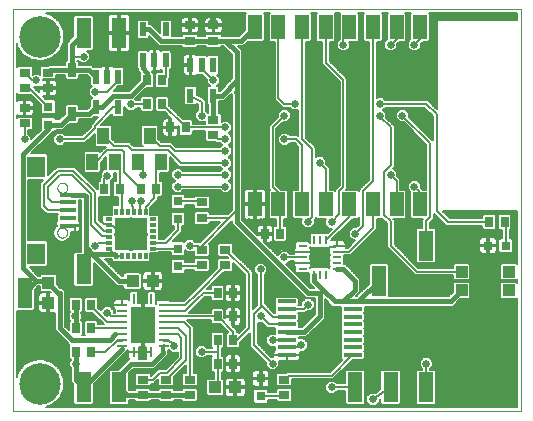
<source format=gtl>
G75*
%MOIN*%
%OFA0B0*%
%FSLAX25Y25*%
%IPPOS*%
%LPD*%
%AMOC8*
5,1,8,0,0,1.08239X$1,22.5*
%
%ADD10C,0.00000*%
%ADD11R,0.03543X0.02756*%
%ADD12R,0.02756X0.03543*%
%ADD13R,0.03937X0.05512*%
%ADD14R,0.05906X0.07087*%
%ADD15R,0.05512X0.01575*%
%ADD16R,0.01181X0.02362*%
%ADD17R,0.02362X0.01181*%
%ADD18R,0.10630X0.10630*%
%ADD19R,0.02165X0.04724*%
%ADD20R,0.04724X0.07874*%
%ADD21R,0.02756X0.04724*%
%ADD22R,0.03150X0.03150*%
%ADD23R,0.03346X0.01102*%
%ADD24R,0.08071X0.12008*%
%ADD25R,0.01102X0.03346*%
%ADD26R,0.03150X0.00984*%
%ADD27R,0.00984X0.03150*%
%ADD28R,0.02362X0.04724*%
%ADD29R,0.06299X0.01378*%
%ADD30R,0.05000X0.10000*%
%ADD31R,0.03937X0.03937*%
%ADD32C,0.13843*%
%ADD33R,0.04331X0.03937*%
%ADD34R,0.03937X0.04331*%
%ADD35C,0.00800*%
%ADD36C,0.02578*%
%ADD37C,0.01600*%
%ADD38C,0.00600*%
%ADD39C,0.01200*%
D10*
X0001841Y0001300D02*
X0001841Y0135158D01*
X0171132Y0135158D01*
X0171132Y0001300D01*
X0001841Y0001300D01*
X0016703Y0060749D02*
X0016705Y0060830D01*
X0016711Y0060912D01*
X0016721Y0060993D01*
X0016735Y0061073D01*
X0016752Y0061152D01*
X0016774Y0061231D01*
X0016799Y0061308D01*
X0016828Y0061385D01*
X0016861Y0061459D01*
X0016898Y0061532D01*
X0016937Y0061603D01*
X0016981Y0061672D01*
X0017027Y0061739D01*
X0017077Y0061803D01*
X0017130Y0061865D01*
X0017186Y0061925D01*
X0017244Y0061981D01*
X0017306Y0062035D01*
X0017370Y0062086D01*
X0017436Y0062133D01*
X0017504Y0062177D01*
X0017575Y0062218D01*
X0017647Y0062255D01*
X0017722Y0062289D01*
X0017797Y0062319D01*
X0017875Y0062345D01*
X0017953Y0062368D01*
X0018032Y0062386D01*
X0018112Y0062401D01*
X0018193Y0062412D01*
X0018274Y0062419D01*
X0018356Y0062422D01*
X0018437Y0062421D01*
X0018518Y0062416D01*
X0018599Y0062407D01*
X0018680Y0062394D01*
X0018760Y0062377D01*
X0018838Y0062357D01*
X0018916Y0062332D01*
X0018993Y0062304D01*
X0019068Y0062272D01*
X0019141Y0062237D01*
X0019212Y0062198D01*
X0019282Y0062155D01*
X0019349Y0062110D01*
X0019415Y0062061D01*
X0019477Y0062009D01*
X0019537Y0061953D01*
X0019594Y0061895D01*
X0019649Y0061835D01*
X0019700Y0061771D01*
X0019748Y0061706D01*
X0019793Y0061638D01*
X0019835Y0061568D01*
X0019873Y0061496D01*
X0019908Y0061422D01*
X0019939Y0061347D01*
X0019966Y0061270D01*
X0019989Y0061192D01*
X0020009Y0061113D01*
X0020025Y0061033D01*
X0020037Y0060952D01*
X0020045Y0060871D01*
X0020049Y0060790D01*
X0020049Y0060708D01*
X0020045Y0060627D01*
X0020037Y0060546D01*
X0020025Y0060465D01*
X0020009Y0060385D01*
X0019989Y0060306D01*
X0019966Y0060228D01*
X0019939Y0060151D01*
X0019908Y0060076D01*
X0019873Y0060002D01*
X0019835Y0059930D01*
X0019793Y0059860D01*
X0019748Y0059792D01*
X0019700Y0059727D01*
X0019649Y0059663D01*
X0019594Y0059603D01*
X0019537Y0059545D01*
X0019477Y0059489D01*
X0019415Y0059437D01*
X0019349Y0059388D01*
X0019282Y0059343D01*
X0019213Y0059300D01*
X0019141Y0059261D01*
X0019068Y0059226D01*
X0018993Y0059194D01*
X0018916Y0059166D01*
X0018838Y0059141D01*
X0018760Y0059121D01*
X0018680Y0059104D01*
X0018599Y0059091D01*
X0018518Y0059082D01*
X0018437Y0059077D01*
X0018356Y0059076D01*
X0018274Y0059079D01*
X0018193Y0059086D01*
X0018112Y0059097D01*
X0018032Y0059112D01*
X0017953Y0059130D01*
X0017875Y0059153D01*
X0017797Y0059179D01*
X0017722Y0059209D01*
X0017647Y0059243D01*
X0017575Y0059280D01*
X0017504Y0059321D01*
X0017436Y0059365D01*
X0017370Y0059412D01*
X0017306Y0059463D01*
X0017244Y0059517D01*
X0017186Y0059573D01*
X0017130Y0059633D01*
X0017077Y0059695D01*
X0017027Y0059759D01*
X0016981Y0059826D01*
X0016937Y0059895D01*
X0016898Y0059966D01*
X0016861Y0060039D01*
X0016828Y0060113D01*
X0016799Y0060190D01*
X0016774Y0060267D01*
X0016752Y0060346D01*
X0016735Y0060425D01*
X0016721Y0060505D01*
X0016711Y0060586D01*
X0016705Y0060668D01*
X0016703Y0060749D01*
X0016703Y0075709D02*
X0016705Y0075790D01*
X0016711Y0075872D01*
X0016721Y0075953D01*
X0016735Y0076033D01*
X0016752Y0076112D01*
X0016774Y0076191D01*
X0016799Y0076268D01*
X0016828Y0076345D01*
X0016861Y0076419D01*
X0016898Y0076492D01*
X0016937Y0076563D01*
X0016981Y0076632D01*
X0017027Y0076699D01*
X0017077Y0076763D01*
X0017130Y0076825D01*
X0017186Y0076885D01*
X0017244Y0076941D01*
X0017306Y0076995D01*
X0017370Y0077046D01*
X0017436Y0077093D01*
X0017504Y0077137D01*
X0017575Y0077178D01*
X0017647Y0077215D01*
X0017722Y0077249D01*
X0017797Y0077279D01*
X0017875Y0077305D01*
X0017953Y0077328D01*
X0018032Y0077346D01*
X0018112Y0077361D01*
X0018193Y0077372D01*
X0018274Y0077379D01*
X0018356Y0077382D01*
X0018437Y0077381D01*
X0018518Y0077376D01*
X0018599Y0077367D01*
X0018680Y0077354D01*
X0018760Y0077337D01*
X0018838Y0077317D01*
X0018916Y0077292D01*
X0018993Y0077264D01*
X0019068Y0077232D01*
X0019141Y0077197D01*
X0019212Y0077158D01*
X0019282Y0077115D01*
X0019349Y0077070D01*
X0019415Y0077021D01*
X0019477Y0076969D01*
X0019537Y0076913D01*
X0019594Y0076855D01*
X0019649Y0076795D01*
X0019700Y0076731D01*
X0019748Y0076666D01*
X0019793Y0076598D01*
X0019835Y0076528D01*
X0019873Y0076456D01*
X0019908Y0076382D01*
X0019939Y0076307D01*
X0019966Y0076230D01*
X0019989Y0076152D01*
X0020009Y0076073D01*
X0020025Y0075993D01*
X0020037Y0075912D01*
X0020045Y0075831D01*
X0020049Y0075750D01*
X0020049Y0075668D01*
X0020045Y0075587D01*
X0020037Y0075506D01*
X0020025Y0075425D01*
X0020009Y0075345D01*
X0019989Y0075266D01*
X0019966Y0075188D01*
X0019939Y0075111D01*
X0019908Y0075036D01*
X0019873Y0074962D01*
X0019835Y0074890D01*
X0019793Y0074820D01*
X0019748Y0074752D01*
X0019700Y0074687D01*
X0019649Y0074623D01*
X0019594Y0074563D01*
X0019537Y0074505D01*
X0019477Y0074449D01*
X0019415Y0074397D01*
X0019349Y0074348D01*
X0019282Y0074303D01*
X0019213Y0074260D01*
X0019141Y0074221D01*
X0019068Y0074186D01*
X0018993Y0074154D01*
X0018916Y0074126D01*
X0018838Y0074101D01*
X0018760Y0074081D01*
X0018680Y0074064D01*
X0018599Y0074051D01*
X0018518Y0074042D01*
X0018437Y0074037D01*
X0018356Y0074036D01*
X0018274Y0074039D01*
X0018193Y0074046D01*
X0018112Y0074057D01*
X0018032Y0074072D01*
X0017953Y0074090D01*
X0017875Y0074113D01*
X0017797Y0074139D01*
X0017722Y0074169D01*
X0017647Y0074203D01*
X0017575Y0074240D01*
X0017504Y0074281D01*
X0017436Y0074325D01*
X0017370Y0074372D01*
X0017306Y0074423D01*
X0017244Y0074477D01*
X0017186Y0074533D01*
X0017130Y0074593D01*
X0017077Y0074655D01*
X0017027Y0074719D01*
X0016981Y0074786D01*
X0016937Y0074855D01*
X0016898Y0074926D01*
X0016861Y0074999D01*
X0016828Y0075073D01*
X0016799Y0075150D01*
X0016774Y0075227D01*
X0016752Y0075306D01*
X0016735Y0075385D01*
X0016721Y0075465D01*
X0016711Y0075546D01*
X0016705Y0075628D01*
X0016703Y0075709D01*
D11*
X0005778Y0097166D03*
X0005778Y0102284D03*
X0005778Y0108977D03*
X0005778Y0114095D03*
X0013652Y0114095D03*
X0013652Y0108977D03*
X0060896Y0124725D03*
X0060896Y0129843D03*
X0068770Y0129843D03*
X0068770Y0124725D03*
X0068770Y0098347D03*
X0068770Y0093229D03*
X0064833Y0070788D03*
X0064833Y0065670D03*
X0064833Y0055040D03*
X0064833Y0049922D03*
X0072707Y0049922D03*
X0072707Y0055040D03*
X0060896Y0011733D03*
X0060896Y0006615D03*
X0053022Y0006615D03*
X0053022Y0011733D03*
X0045148Y0011733D03*
X0045148Y0006615D03*
X0092392Y0006615D03*
X0092392Y0011733D03*
D12*
X0075266Y0017048D03*
X0070148Y0017048D03*
X0070148Y0024922D03*
X0075266Y0024922D03*
X0075266Y0032796D03*
X0070148Y0032796D03*
X0070148Y0040670D03*
X0075266Y0040670D03*
X0085896Y0060355D03*
X0091014Y0060355D03*
X0049636Y0075434D03*
X0044518Y0075434D03*
X0037510Y0075434D03*
X0032392Y0075434D03*
X0054400Y0095788D03*
X0059518Y0095788D03*
X0051644Y0103662D03*
X0046526Y0103662D03*
X0046526Y0111536D03*
X0051644Y0111536D03*
X0028022Y0036733D03*
X0022904Y0036733D03*
X0022904Y0028859D03*
X0028022Y0028859D03*
X0028022Y0020985D03*
X0022904Y0020985D03*
X0160699Y0064292D03*
X0165817Y0064292D03*
D13*
X0051250Y0084410D03*
X0043770Y0084410D03*
X0035817Y0084410D03*
X0028337Y0084410D03*
X0032077Y0093072D03*
X0047510Y0093072D03*
D14*
X0009715Y0082733D03*
X0009715Y0053725D03*
D15*
X0020344Y0063111D03*
X0020344Y0065670D03*
X0020344Y0068229D03*
X0020344Y0070788D03*
X0020344Y0073347D03*
D16*
X0036289Y0067737D03*
X0038258Y0067737D03*
X0040226Y0067737D03*
X0042195Y0067737D03*
X0044163Y0067737D03*
X0046132Y0067737D03*
X0046132Y0052973D03*
X0044163Y0052973D03*
X0042195Y0052973D03*
X0040226Y0052973D03*
X0038258Y0052973D03*
X0036289Y0052973D03*
D17*
X0033829Y0055434D03*
X0033829Y0057402D03*
X0033829Y0059371D03*
X0033829Y0061339D03*
X0033829Y0063308D03*
X0033829Y0065276D03*
X0048593Y0065276D03*
X0048593Y0063308D03*
X0048593Y0061339D03*
X0048593Y0059371D03*
X0048593Y0057402D03*
X0048593Y0055434D03*
D18*
X0041211Y0060355D03*
D19*
X0037077Y0102481D03*
X0029596Y0102481D03*
X0029596Y0112717D03*
X0033337Y0112717D03*
X0037077Y0112717D03*
X0045344Y0118229D03*
X0049085Y0118229D03*
X0052825Y0118229D03*
X0052825Y0128466D03*
X0045344Y0128466D03*
D20*
X0082549Y0129253D03*
X0090423Y0129253D03*
X0098297Y0129253D03*
X0106171Y0129253D03*
X0114045Y0129253D03*
X0121919Y0129253D03*
X0129793Y0129253D03*
X0137667Y0129253D03*
X0137667Y0070198D03*
X0129793Y0070198D03*
X0121919Y0070198D03*
X0114045Y0070198D03*
X0106171Y0070198D03*
X0098297Y0070198D03*
X0090423Y0070198D03*
X0082549Y0070198D03*
D21*
X0021526Y0100316D03*
X0021526Y0114883D03*
D22*
X0013652Y0102678D03*
X0013652Y0096772D03*
X0056959Y0071182D03*
X0056959Y0065276D03*
X0056959Y0055434D03*
X0056959Y0049528D03*
X0084518Y0012127D03*
X0084518Y0006221D03*
X0160305Y0056418D03*
X0166211Y0056418D03*
D23*
X0052136Y0036733D03*
X0052136Y0034765D03*
X0052136Y0032796D03*
X0052136Y0030828D03*
X0052136Y0028859D03*
X0052136Y0026891D03*
X0052136Y0024922D03*
X0052136Y0022954D03*
X0038356Y0022954D03*
X0038356Y0024922D03*
X0038356Y0026891D03*
X0038356Y0028859D03*
X0038356Y0030828D03*
X0038356Y0032796D03*
X0038356Y0034765D03*
X0038356Y0036733D03*
D24*
X0045148Y0029843D03*
D25*
X0048100Y0021083D03*
X0042195Y0021083D03*
X0042195Y0038603D03*
X0048100Y0038603D03*
D26*
X0098494Y0048544D03*
X0098494Y0050513D03*
X0098494Y0052481D03*
X0098494Y0054450D03*
X0098494Y0056418D03*
X0109911Y0056418D03*
X0109911Y0054450D03*
X0109911Y0052481D03*
X0109911Y0050513D03*
X0109911Y0048544D03*
D27*
X0106171Y0046772D03*
X0104203Y0046772D03*
X0102234Y0046772D03*
X0102234Y0058190D03*
X0104203Y0058190D03*
X0106171Y0058190D03*
D28*
X0068573Y0106394D03*
X0061093Y0106394D03*
X0061093Y0116678D03*
X0064833Y0116678D03*
X0068573Y0116678D03*
D29*
X0093179Y0037816D03*
X0093179Y0035257D03*
X0093179Y0032698D03*
X0093179Y0030139D03*
X0093179Y0027580D03*
X0093179Y0025020D03*
X0093179Y0022461D03*
X0093179Y0019902D03*
X0115226Y0019902D03*
X0115226Y0022461D03*
X0115226Y0025020D03*
X0115226Y0027580D03*
X0115226Y0030139D03*
X0115226Y0032698D03*
X0115226Y0035257D03*
X0115226Y0037816D03*
D30*
X0123888Y0044607D03*
X0139636Y0056418D03*
X0139636Y0009174D03*
X0127825Y0009174D03*
X0116014Y0009174D03*
X0037274Y0009174D03*
X0025463Y0009174D03*
X0005778Y0040670D03*
X0025463Y0048544D03*
X0025463Y0127284D03*
X0037274Y0127284D03*
D31*
X0151447Y0047757D03*
X0151447Y0041457D03*
X0167195Y0041457D03*
X0167195Y0047757D03*
D32*
X0010896Y0010355D03*
X0010896Y0126103D03*
D33*
X0041801Y0044607D03*
X0048494Y0044607D03*
X0069360Y0009174D03*
X0076053Y0009174D03*
D34*
X0013652Y0037324D03*
X0013652Y0044017D03*
D35*
X0028022Y0036733D02*
X0028022Y0036143D01*
X0033337Y0030828D01*
X0038356Y0030828D01*
X0038356Y0028859D02*
X0028022Y0028859D01*
X0033337Y0033977D02*
X0033380Y0034021D01*
X0033337Y0033977D02*
X0034518Y0032796D01*
X0038356Y0032796D01*
X0038356Y0026891D02*
X0038339Y0026873D01*
X0036092Y0026873D01*
X0036518Y0024754D02*
X0032749Y0020985D01*
X0028022Y0020985D01*
X0036518Y0024754D02*
X0038188Y0024754D01*
X0038356Y0024922D01*
X0038356Y0022954D02*
X0038356Y0022068D01*
X0048458Y0011733D02*
X0050836Y0014111D01*
X0053420Y0014111D01*
X0058096Y0018787D01*
X0058096Y0025742D01*
X0056947Y0026891D01*
X0052136Y0026891D01*
X0052136Y0024922D02*
X0052304Y0024754D01*
X0053974Y0024754D01*
X0054809Y0023919D01*
X0054809Y0023843D01*
X0055698Y0022954D01*
X0059496Y0026322D02*
X0059496Y0018207D01*
X0053022Y0011733D01*
X0048458Y0011733D02*
X0045148Y0011733D01*
X0060896Y0011733D02*
X0060896Y0028859D01*
X0058927Y0030828D01*
X0052136Y0030828D01*
X0052136Y0028859D02*
X0056959Y0028859D01*
X0059496Y0026322D01*
X0064833Y0020985D02*
X0070148Y0020985D01*
X0070148Y0024922D01*
X0070148Y0020985D02*
X0070148Y0017048D01*
X0070148Y0009961D01*
X0069360Y0009174D01*
X0084518Y0006221D02*
X0091998Y0006221D01*
X0092392Y0006615D01*
X0092392Y0011733D02*
X0093770Y0013111D01*
X0108140Y0013111D01*
X0114931Y0019902D01*
X0115226Y0019902D01*
X0116014Y0009174D02*
X0108140Y0009174D01*
X0121919Y0005237D02*
X0127825Y0009174D01*
X0139636Y0009174D02*
X0139636Y0017048D01*
X0136486Y0047757D02*
X0127825Y0056418D01*
X0127825Y0064453D01*
X0125536Y0066742D01*
X0125536Y0080988D01*
X0127825Y0083277D01*
X0127825Y0095788D01*
X0124208Y0099405D01*
X0124208Y0099725D01*
X0124208Y0103662D02*
X0139636Y0103662D01*
X0143173Y0100125D01*
X0143173Y0068229D01*
X0143173Y0068063D01*
X0146944Y0064292D01*
X0160699Y0064292D01*
X0165817Y0064292D02*
X0166211Y0063898D01*
X0166211Y0056418D01*
X0151447Y0047757D02*
X0136486Y0047757D01*
X0139636Y0056418D02*
X0139636Y0064453D01*
X0141030Y0065846D01*
X0141030Y0090457D01*
X0131762Y0099725D01*
X0112077Y0111536D02*
X0112077Y0075943D01*
X0110683Y0074549D01*
X0110683Y0066835D01*
X0108140Y0064292D01*
X0114045Y0066064D02*
X0114045Y0070198D01*
X0114045Y0066064D02*
X0106171Y0058190D01*
X0107404Y0055942D02*
X0107078Y0055615D01*
X0106565Y0055615D01*
X0107404Y0055942D02*
X0109435Y0055942D01*
X0109911Y0056418D01*
X0109911Y0054450D02*
X0114045Y0054450D01*
X0121919Y0062324D01*
X0121919Y0070198D01*
X0118557Y0074549D02*
X0118557Y0062898D01*
X0116014Y0060355D01*
X0106171Y0070198D02*
X0106171Y0082009D01*
X0104203Y0083977D01*
X0101659Y0088500D02*
X0101659Y0065846D01*
X0100266Y0064453D01*
X0100266Y0064372D01*
X0100266Y0064292D01*
X0098297Y0070198D02*
X0098297Y0089883D01*
X0096329Y0091851D01*
X0092392Y0091851D01*
X0088455Y0095788D02*
X0088455Y0076103D01*
X0090423Y0074135D01*
X0090423Y0070198D01*
X0091014Y0069607D01*
X0091014Y0060355D01*
X0092392Y0052481D02*
X0098494Y0052481D01*
X0084518Y0048544D02*
X0084518Y0036733D01*
X0084518Y0036033D01*
X0082229Y0033744D01*
X0082229Y0023274D01*
X0088455Y0017048D01*
X0093179Y0022461D02*
X0097130Y0022461D01*
X0097960Y0023291D01*
X0093179Y0025020D02*
X0088553Y0025020D01*
X0088455Y0024922D01*
X0087175Y0030139D02*
X0093179Y0030139D01*
X0093179Y0032698D02*
X0088553Y0032698D01*
X0084518Y0036733D01*
X0084518Y0032796D02*
X0087175Y0030139D01*
X0080581Y0028859D02*
X0080581Y0047166D01*
X0072707Y0055040D01*
X0072707Y0049922D02*
X0063455Y0040670D01*
X0059321Y0036733D01*
X0052136Y0036733D01*
X0052136Y0034765D02*
X0059304Y0034765D01*
X0064035Y0039270D01*
X0064433Y0039668D01*
X0064840Y0040056D01*
X0064841Y0040076D01*
X0065331Y0040566D01*
X0070044Y0040566D01*
X0070148Y0040670D01*
X0070148Y0032796D02*
X0075266Y0027678D01*
X0075266Y0024922D01*
X0076644Y0024922D01*
X0080581Y0028859D01*
X0070148Y0032796D02*
X0052136Y0032796D01*
X0056959Y0049528D02*
X0064439Y0049528D01*
X0064833Y0049922D01*
X0064833Y0055040D02*
X0063455Y0056418D01*
X0060896Y0056418D01*
X0064833Y0056418D02*
X0064833Y0055040D01*
X0064833Y0056418D02*
X0074085Y0065670D01*
X0064833Y0065670D01*
X0064833Y0070788D02*
X0064439Y0071182D01*
X0056959Y0071182D01*
X0056959Y0076103D02*
X0072707Y0076103D01*
X0072707Y0080040D02*
X0056959Y0080040D01*
X0057822Y0083977D02*
X0053633Y0088166D01*
X0041746Y0088166D01*
X0040346Y0089566D01*
X0035622Y0089566D01*
X0032116Y0093072D01*
X0032077Y0093072D01*
X0029108Y0095497D02*
X0029108Y0096242D01*
X0035348Y0102481D01*
X0037077Y0102481D01*
X0041211Y0103554D02*
X0041211Y0103662D01*
X0046526Y0103662D01*
X0051644Y0103662D02*
X0059518Y0095788D01*
X0072707Y0095788D01*
X0072707Y0091851D02*
X0070148Y0091851D01*
X0068770Y0093229D01*
X0072707Y0087914D02*
X0055865Y0087914D01*
X0054213Y0089566D01*
X0051015Y0089566D01*
X0047510Y0093072D01*
X0038910Y0087456D02*
X0038910Y0081042D01*
X0044518Y0075434D01*
X0044754Y0071379D02*
X0044163Y0070788D01*
X0044163Y0067737D01*
X0042195Y0067737D02*
X0041817Y0068115D01*
X0041817Y0069332D01*
X0041604Y0069545D01*
X0041604Y0070985D01*
X0041576Y0071013D01*
X0041576Y0071379D01*
X0038258Y0074686D02*
X0037510Y0075434D01*
X0037510Y0082717D01*
X0035817Y0084410D01*
X0038910Y0087456D02*
X0038200Y0088166D01*
X0033434Y0088166D01*
X0029678Y0084410D01*
X0028337Y0084410D01*
X0033337Y0079765D02*
X0032392Y0078820D01*
X0032392Y0075434D01*
X0029400Y0074146D02*
X0029400Y0064292D01*
X0032352Y0061339D01*
X0033829Y0061339D01*
X0033632Y0059568D02*
X0031762Y0059568D01*
X0028000Y0063330D01*
X0028000Y0072166D01*
X0028000Y0073566D01*
X0025463Y0076103D01*
X0021526Y0080040D01*
X0017589Y0080040D01*
X0013652Y0076103D01*
X0013652Y0072166D01*
X0015030Y0070788D01*
X0020344Y0070788D01*
X0020344Y0068229D02*
X0013652Y0068229D01*
X0012252Y0069629D01*
X0012252Y0072166D01*
X0012252Y0076683D01*
X0017009Y0081440D01*
X0022106Y0081440D01*
X0029400Y0074146D01*
X0023100Y0073347D02*
X0021526Y0073347D01*
X0020344Y0073347D01*
X0012252Y0072166D02*
X0012252Y0071586D01*
X0019951Y0063505D02*
X0020344Y0063111D01*
X0022707Y0063111D01*
X0022707Y0060355D01*
X0029400Y0056418D02*
X0030384Y0057402D01*
X0033829Y0057402D01*
X0033829Y0059371D02*
X0033632Y0059568D01*
X0034207Y0062930D02*
X0035424Y0062930D01*
X0037999Y0060355D01*
X0041211Y0060355D01*
X0034207Y0062930D02*
X0033829Y0063308D01*
X0033451Y0063686D01*
X0032233Y0063686D01*
X0031648Y0064272D01*
X0031648Y0066281D01*
X0033337Y0067970D01*
X0033337Y0068229D01*
X0038258Y0067737D02*
X0038258Y0074686D01*
X0045148Y0080040D02*
X0045148Y0083032D01*
X0043770Y0084410D01*
X0049636Y0082796D02*
X0051250Y0084410D01*
X0049636Y0082796D02*
X0049636Y0075434D01*
X0049085Y0074883D01*
X0049085Y0072166D01*
X0046132Y0069213D01*
X0046132Y0067737D01*
X0048593Y0057402D02*
X0052825Y0057402D01*
X0056959Y0061536D01*
X0056959Y0065276D01*
X0056959Y0055434D02*
X0048593Y0055434D01*
X0038258Y0052973D02*
X0036289Y0052973D01*
X0033829Y0055434D01*
X0057822Y0083977D02*
X0072707Y0083977D01*
X0088455Y0095788D02*
X0092392Y0099725D01*
X0092392Y0103662D02*
X0090423Y0105631D01*
X0090423Y0129253D01*
X0098297Y0129253D02*
X0098297Y0091863D01*
X0101659Y0088500D01*
X0118557Y0074549D02*
X0121919Y0077911D01*
X0121919Y0129253D01*
X0114045Y0129253D02*
X0112077Y0127284D01*
X0112077Y0123347D01*
X0106171Y0117442D02*
X0112077Y0111536D01*
X0106171Y0117442D02*
X0106171Y0129253D01*
X0127825Y0123347D02*
X0129793Y0125316D01*
X0129793Y0129253D01*
X0137667Y0129253D02*
X0137667Y0125316D01*
X0135699Y0123347D01*
X0096897Y0103662D02*
X0096008Y0103662D01*
X0092392Y0103662D01*
X0068770Y0111536D02*
X0066990Y0113316D01*
X0066978Y0113316D01*
X0066392Y0113902D01*
X0066392Y0113914D01*
X0064833Y0115473D01*
X0064833Y0116678D01*
X0052825Y0118229D02*
X0052825Y0112717D01*
X0051644Y0111536D01*
X0061093Y0106394D02*
X0064833Y0104347D01*
X0064833Y0099725D01*
X0037077Y0111339D02*
X0037077Y0112717D01*
X0037077Y0111339D02*
X0033337Y0107599D01*
X0029400Y0107599D01*
X0029108Y0095497D02*
X0025463Y0091851D01*
X0017589Y0091851D01*
X0005778Y0091851D02*
X0005778Y0097166D01*
X0013652Y0102678D02*
X0007352Y0108977D01*
X0005778Y0108977D01*
X0008337Y0111536D02*
X0009715Y0111536D01*
X0008337Y0111536D02*
X0005778Y0114095D01*
X0021526Y0119410D02*
X0025463Y0119410D01*
X0076644Y0068229D02*
X0074085Y0065670D01*
X0100266Y0036733D02*
X0098789Y0035257D01*
X0093179Y0035257D01*
X0129793Y0070198D02*
X0129793Y0078072D01*
X0127825Y0080040D01*
X0135699Y0076103D02*
X0137667Y0074135D01*
X0137667Y0070198D01*
X0143173Y0068229D02*
X0143173Y0068063D01*
D36*
X0135699Y0076103D03*
X0127825Y0080040D03*
X0116014Y0091851D03*
X0124208Y0099725D03*
X0124208Y0103662D03*
X0131762Y0099725D03*
X0131762Y0115473D03*
X0135699Y0123347D03*
X0127825Y0123347D03*
X0112077Y0123347D03*
X0104203Y0107599D03*
X0096008Y0103662D03*
X0092392Y0099725D03*
X0084518Y0103662D03*
X0072707Y0095788D03*
X0072707Y0091851D03*
X0072707Y0087914D03*
X0072707Y0083977D03*
X0072707Y0080040D03*
X0072707Y0076103D03*
X0080581Y0064292D03*
X0084518Y0064292D03*
X0092392Y0052481D03*
X0084518Y0048544D03*
X0076644Y0044607D03*
X0064833Y0036733D03*
X0056959Y0044607D03*
X0045148Y0040670D03*
X0033337Y0040670D03*
X0033380Y0034021D03*
X0022707Y0032796D03*
X0013652Y0028859D03*
X0022904Y0017048D03*
X0037274Y0017048D03*
X0045148Y0020985D03*
X0045148Y0028859D03*
X0055698Y0022954D03*
X0064833Y0020985D03*
X0080581Y0020985D03*
X0088455Y0017048D03*
X0097960Y0023291D03*
X0104203Y0020985D03*
X0108140Y0009174D03*
X0121919Y0005237D03*
X0139636Y0017048D03*
X0127825Y0024922D03*
X0151447Y0032796D03*
X0147510Y0056418D03*
X0116014Y0060355D03*
X0112077Y0060355D03*
X0108140Y0064292D03*
X0100266Y0064372D03*
X0104203Y0052481D03*
X0092392Y0040670D03*
X0100266Y0036733D03*
X0088455Y0024922D03*
X0084518Y0032796D03*
X0060896Y0056418D03*
X0060896Y0060355D03*
X0044754Y0071379D03*
X0041576Y0071379D03*
X0033337Y0068229D03*
X0041211Y0060355D03*
X0029400Y0056418D03*
X0013652Y0064292D03*
X0033337Y0079765D03*
X0045148Y0080040D03*
X0056959Y0080040D03*
X0056959Y0076103D03*
X0056959Y0091851D03*
X0064833Y0099725D03*
X0056959Y0103662D03*
X0049085Y0099725D03*
X0041211Y0103554D03*
X0041211Y0095788D03*
X0029400Y0107599D03*
X0025463Y0111536D03*
X0017589Y0111536D03*
X0009715Y0111536D03*
X0025463Y0119410D03*
X0033337Y0119410D03*
X0041211Y0119410D03*
X0056959Y0115473D03*
X0068770Y0111536D03*
X0084518Y0119410D03*
X0068770Y0131221D03*
X0092392Y0091851D03*
X0104203Y0083977D03*
X0017589Y0087914D03*
X0017589Y0091851D03*
X0005778Y0091851D03*
D37*
X0005362Y0086856D02*
X0005362Y0048960D01*
X0009715Y0044607D01*
X0005778Y0040670D01*
X0009715Y0044607D02*
X0013061Y0044607D01*
X0013652Y0044017D01*
X0016998Y0040670D01*
X0017589Y0040670D01*
X0017589Y0028859D01*
X0021526Y0024922D01*
X0034141Y0024922D01*
X0036092Y0026873D01*
X0038356Y0022068D02*
X0025463Y0009174D01*
X0022904Y0011733D01*
X0022904Y0017048D01*
X0022904Y0020985D01*
X0022904Y0028859D02*
X0022904Y0032599D01*
X0022707Y0032796D01*
X0022904Y0032993D01*
X0022904Y0036733D01*
X0037408Y0044607D02*
X0041801Y0044607D01*
X0037408Y0044607D02*
X0028375Y0053640D01*
X0035622Y0053640D01*
X0036289Y0052973D01*
X0028375Y0053640D02*
X0026200Y0055815D01*
X0026200Y0056418D01*
X0026200Y0049281D01*
X0025463Y0048544D01*
X0026200Y0056418D02*
X0026200Y0072821D01*
X0025673Y0073347D01*
X0021526Y0073347D01*
X0005362Y0086856D02*
X0013652Y0095146D01*
X0013652Y0096772D01*
X0017982Y0096772D01*
X0021526Y0100316D01*
X0027431Y0100316D01*
X0029596Y0102481D01*
X0031652Y0102481D01*
X0035414Y0106243D01*
X0041233Y0106243D01*
X0046526Y0111536D01*
X0046526Y0114095D01*
X0045148Y0115473D01*
X0045148Y0118032D01*
X0045344Y0118229D01*
X0051162Y0124704D02*
X0056194Y0124704D01*
X0056215Y0124725D01*
X0060896Y0124725D01*
X0068770Y0124725D01*
X0072707Y0124725D01*
X0076644Y0120788D01*
X0076644Y0111536D01*
X0071502Y0106394D01*
X0068573Y0106394D01*
X0068770Y0106198D01*
X0068770Y0098347D01*
X0076289Y0107599D02*
X0076644Y0107599D01*
X0076644Y0111536D01*
X0076644Y0107599D02*
X0076644Y0068229D01*
X0076644Y0064292D01*
X0100266Y0040670D01*
X0104203Y0040670D01*
X0104203Y0032796D01*
X0098986Y0027580D01*
X0093179Y0027580D01*
X0104203Y0040670D02*
X0105231Y0041698D01*
X0102311Y0044618D01*
X0102311Y0046696D01*
X0102234Y0046772D01*
X0105231Y0041698D02*
X0109113Y0037816D01*
X0112077Y0037816D01*
X0116014Y0041753D01*
X0116014Y0044607D01*
X0112077Y0048544D01*
X0109911Y0048544D01*
X0112077Y0037816D02*
X0115226Y0037816D01*
X0117096Y0037816D01*
X0123888Y0044607D01*
X0115226Y0037816D02*
X0147805Y0037816D01*
X0151447Y0041457D01*
X0060896Y0006615D02*
X0053022Y0006615D01*
X0045148Y0006615D01*
X0039833Y0006615D01*
X0037274Y0009174D01*
X0037274Y0013111D01*
X0041211Y0017048D01*
X0048269Y0017048D01*
X0051841Y0020619D01*
X0051841Y0020985D01*
X0029596Y0112717D02*
X0027431Y0114883D01*
X0021526Y0114883D01*
X0014439Y0114883D01*
X0013652Y0114095D01*
X0021526Y0114883D02*
X0021526Y0119410D01*
X0021526Y0123347D01*
X0025463Y0127284D01*
X0045344Y0128466D02*
X0047400Y0128466D01*
X0051162Y0124704D01*
X0072707Y0124725D02*
X0078022Y0124725D01*
X0082549Y0129253D01*
D38*
X0079287Y0129381D02*
X0071841Y0129381D01*
X0071841Y0129543D02*
X0069070Y0129543D01*
X0069070Y0130143D01*
X0071841Y0130143D01*
X0071841Y0131392D01*
X0071753Y0131723D01*
X0071582Y0132019D01*
X0071340Y0132262D01*
X0071043Y0132433D01*
X0070712Y0132521D01*
X0069070Y0132521D01*
X0069070Y0130143D01*
X0068470Y0130143D01*
X0068470Y0132521D01*
X0066827Y0132521D01*
X0066496Y0132433D01*
X0066200Y0132262D01*
X0065958Y0132019D01*
X0065787Y0131723D01*
X0065698Y0131392D01*
X0065698Y0130143D01*
X0068470Y0130143D01*
X0068470Y0129543D01*
X0069070Y0129543D01*
X0069070Y0127165D01*
X0070712Y0127165D01*
X0071043Y0127254D01*
X0071340Y0127425D01*
X0071582Y0127667D01*
X0071753Y0127964D01*
X0071841Y0128294D01*
X0071841Y0129543D01*
X0071841Y0128783D02*
X0079287Y0128783D01*
X0079287Y0128395D02*
X0077317Y0126425D01*
X0071441Y0126425D01*
X0071441Y0126476D01*
X0070914Y0127003D01*
X0066625Y0127003D01*
X0066098Y0126476D01*
X0066098Y0126425D01*
X0063567Y0126425D01*
X0063567Y0126476D01*
X0063040Y0127003D01*
X0058751Y0127003D01*
X0058224Y0126476D01*
X0058224Y0126425D01*
X0055511Y0126425D01*
X0055490Y0126404D01*
X0054807Y0126404D01*
X0054807Y0131201D01*
X0054280Y0131728D01*
X0051369Y0131728D01*
X0050842Y0131201D01*
X0050842Y0127428D01*
X0048104Y0130166D01*
X0047327Y0130166D01*
X0047327Y0131201D01*
X0046800Y0131728D01*
X0043889Y0131728D01*
X0043362Y0131201D01*
X0043362Y0125731D01*
X0043889Y0125204D01*
X0046800Y0125204D01*
X0047327Y0125731D01*
X0047327Y0126134D01*
X0049462Y0123999D01*
X0050458Y0123004D01*
X0056898Y0123004D01*
X0056920Y0123025D01*
X0058224Y0123025D01*
X0058224Y0122974D01*
X0058751Y0122447D01*
X0063040Y0122447D01*
X0063567Y0122974D01*
X0063567Y0123025D01*
X0066098Y0123025D01*
X0066098Y0122974D01*
X0066625Y0122447D01*
X0070914Y0122447D01*
X0071441Y0122974D01*
X0071441Y0123025D01*
X0072003Y0123025D01*
X0074944Y0120084D01*
X0074944Y0112240D01*
X0070798Y0108094D01*
X0070654Y0108094D01*
X0070654Y0109129D01*
X0070127Y0109657D01*
X0069986Y0109657D01*
X0070959Y0110630D01*
X0070959Y0112443D01*
X0069986Y0113416D01*
X0070127Y0113416D01*
X0070654Y0113943D01*
X0070654Y0119413D01*
X0070127Y0119940D01*
X0067019Y0119940D01*
X0066703Y0119624D01*
X0066387Y0119940D01*
X0063279Y0119940D01*
X0063245Y0119907D01*
X0063072Y0120080D01*
X0062775Y0120252D01*
X0062445Y0120340D01*
X0061383Y0120340D01*
X0061383Y0116969D01*
X0060802Y0116969D01*
X0060802Y0120340D01*
X0059740Y0120340D01*
X0059410Y0120252D01*
X0059113Y0120080D01*
X0058871Y0119838D01*
X0058700Y0119542D01*
X0058611Y0119211D01*
X0058611Y0116969D01*
X0060802Y0116969D01*
X0060802Y0116387D01*
X0061383Y0116387D01*
X0061383Y0113016D01*
X0062445Y0113016D01*
X0062775Y0113104D01*
X0063072Y0113275D01*
X0063245Y0113449D01*
X0063279Y0113416D01*
X0065052Y0113416D01*
X0065092Y0113376D01*
X0065092Y0113363D01*
X0065678Y0112777D01*
X0066439Y0112016D01*
X0066452Y0112016D01*
X0066581Y0111887D01*
X0066581Y0110630D01*
X0067554Y0109657D01*
X0067019Y0109657D01*
X0066492Y0109129D01*
X0066492Y0103659D01*
X0067019Y0103132D01*
X0067070Y0103132D01*
X0067070Y0100625D01*
X0067022Y0100625D01*
X0067022Y0100632D01*
X0066133Y0101521D01*
X0066133Y0104015D01*
X0066232Y0104195D01*
X0066133Y0104533D01*
X0066133Y0104886D01*
X0065987Y0105031D01*
X0065929Y0105229D01*
X0065620Y0105398D01*
X0065371Y0105647D01*
X0065165Y0105647D01*
X0063174Y0106737D01*
X0063174Y0109129D01*
X0062646Y0109657D01*
X0059539Y0109657D01*
X0059011Y0109129D01*
X0059011Y0103659D01*
X0059539Y0103132D01*
X0062646Y0103132D01*
X0063174Y0103659D01*
X0063174Y0103773D01*
X0063533Y0103577D01*
X0063533Y0101521D01*
X0062644Y0100632D01*
X0062644Y0098818D01*
X0063926Y0097536D01*
X0065739Y0097536D01*
X0066098Y0097895D01*
X0066098Y0097088D01*
X0061796Y0097088D01*
X0061796Y0097933D01*
X0061268Y0098460D01*
X0058685Y0098460D01*
X0053922Y0103223D01*
X0053922Y0105807D01*
X0053394Y0106334D01*
X0049893Y0106334D01*
X0049366Y0105807D01*
X0049366Y0101518D01*
X0049893Y0100991D01*
X0052477Y0100991D01*
X0054700Y0098768D01*
X0054700Y0096088D01*
X0057078Y0096088D01*
X0057078Y0096390D01*
X0057240Y0096228D01*
X0057240Y0093644D01*
X0057767Y0093117D01*
X0061268Y0093117D01*
X0061796Y0093644D01*
X0061796Y0094488D01*
X0066098Y0094488D01*
X0066098Y0091478D01*
X0066625Y0090951D01*
X0069209Y0090951D01*
X0069609Y0090551D01*
X0070911Y0090551D01*
X0071580Y0089883D01*
X0070911Y0089214D01*
X0056403Y0089214D01*
X0054751Y0090866D01*
X0051554Y0090866D01*
X0050378Y0092042D01*
X0050378Y0096200D01*
X0049851Y0096728D01*
X0045169Y0096728D01*
X0044641Y0096200D01*
X0044641Y0089943D01*
X0045118Y0089466D01*
X0042285Y0089466D01*
X0041646Y0090105D01*
X0040885Y0090866D01*
X0036160Y0090866D01*
X0034945Y0092081D01*
X0034945Y0096200D01*
X0034418Y0096728D01*
X0031432Y0096728D01*
X0035094Y0100389D01*
X0035094Y0099746D01*
X0035621Y0099219D01*
X0038532Y0099219D01*
X0039059Y0099746D01*
X0039059Y0102610D01*
X0040304Y0101365D01*
X0042117Y0101365D01*
X0043114Y0102362D01*
X0044248Y0102362D01*
X0044248Y0101518D01*
X0044775Y0100991D01*
X0048276Y0100991D01*
X0048804Y0101518D01*
X0048804Y0105807D01*
X0048276Y0106334D01*
X0044775Y0106334D01*
X0044248Y0105807D01*
X0044248Y0104962D01*
X0042898Y0104962D01*
X0042627Y0105234D01*
X0042933Y0105539D01*
X0046258Y0108865D01*
X0048276Y0108865D01*
X0048804Y0109392D01*
X0048804Y0113681D01*
X0048276Y0114208D01*
X0048226Y0114208D01*
X0048226Y0114567D01*
X0048843Y0114567D01*
X0048843Y0117987D01*
X0049326Y0117987D01*
X0049326Y0114567D01*
X0050338Y0114567D01*
X0050669Y0114655D01*
X0050966Y0114826D01*
X0051208Y0115068D01*
X0051230Y0115106D01*
X0051369Y0114967D01*
X0051525Y0114967D01*
X0051525Y0114208D01*
X0049893Y0114208D01*
X0049366Y0113681D01*
X0049366Y0109392D01*
X0049893Y0108865D01*
X0053394Y0108865D01*
X0053922Y0109392D01*
X0053922Y0111976D01*
X0054125Y0112179D01*
X0054125Y0114967D01*
X0054280Y0114967D01*
X0054807Y0115494D01*
X0054807Y0120964D01*
X0054280Y0121491D01*
X0051369Y0121491D01*
X0051230Y0121351D01*
X0051208Y0121389D01*
X0050966Y0121631D01*
X0050669Y0121802D01*
X0050338Y0121891D01*
X0049326Y0121891D01*
X0049326Y0118470D01*
X0048843Y0118470D01*
X0048843Y0121891D01*
X0047831Y0121891D01*
X0047500Y0121802D01*
X0047204Y0121631D01*
X0046962Y0121389D01*
X0046940Y0121351D01*
X0046800Y0121491D01*
X0043889Y0121491D01*
X0043362Y0120964D01*
X0043362Y0115494D01*
X0043448Y0115408D01*
X0043448Y0114769D01*
X0044392Y0113825D01*
X0044248Y0113681D01*
X0044248Y0111662D01*
X0040529Y0107943D01*
X0035519Y0107943D01*
X0037031Y0109455D01*
X0038532Y0109455D01*
X0039059Y0109982D01*
X0039059Y0115452D01*
X0038532Y0115980D01*
X0035621Y0115980D01*
X0035481Y0115840D01*
X0035460Y0115878D01*
X0035218Y0116120D01*
X0034921Y0116291D01*
X0034590Y0116380D01*
X0033578Y0116380D01*
X0033578Y0112959D01*
X0033095Y0112959D01*
X0033095Y0116380D01*
X0032083Y0116380D01*
X0031752Y0116291D01*
X0031456Y0116120D01*
X0031214Y0115878D01*
X0031192Y0115840D01*
X0031052Y0115980D01*
X0028738Y0115980D01*
X0028135Y0116583D01*
X0023804Y0116583D01*
X0023804Y0117618D01*
X0023311Y0118110D01*
X0023667Y0118110D01*
X0024556Y0117221D01*
X0026369Y0117221D01*
X0027652Y0118504D01*
X0027652Y0120317D01*
X0026584Y0121384D01*
X0028335Y0121384D01*
X0028863Y0121911D01*
X0028863Y0132657D01*
X0028335Y0133184D01*
X0022590Y0133184D01*
X0022063Y0132657D01*
X0022063Y0126288D01*
X0019826Y0124051D01*
X0019826Y0118145D01*
X0019775Y0118145D01*
X0019248Y0117618D01*
X0019248Y0116583D01*
X0013735Y0116583D01*
X0013525Y0116373D01*
X0011507Y0116373D01*
X0010980Y0115846D01*
X0010980Y0113367D01*
X0010621Y0113725D01*
X0008808Y0113725D01*
X0008449Y0113367D01*
X0008449Y0115846D01*
X0007922Y0116373D01*
X0003633Y0116373D01*
X0003141Y0115881D01*
X0003141Y0123836D01*
X0003371Y0122753D01*
X0005384Y0119982D01*
X0008350Y0118269D01*
X0011757Y0117911D01*
X0015014Y0118970D01*
X0017560Y0121262D01*
X0018953Y0124391D01*
X0018953Y0127816D01*
X0017560Y0130945D01*
X0015014Y0133237D01*
X0013101Y0133858D01*
X0079583Y0133858D01*
X0079287Y0133563D01*
X0079287Y0128395D01*
X0079077Y0128184D02*
X0071812Y0128184D01*
X0071500Y0127586D02*
X0078478Y0127586D01*
X0077880Y0126987D02*
X0070930Y0126987D01*
X0069070Y0127586D02*
X0068470Y0127586D01*
X0068470Y0127165D02*
X0068470Y0129543D01*
X0065698Y0129543D01*
X0065698Y0128294D01*
X0065787Y0127964D01*
X0065958Y0127667D01*
X0066200Y0127425D01*
X0066496Y0127254D01*
X0066827Y0127165D01*
X0068470Y0127165D01*
X0068470Y0128184D02*
X0069070Y0128184D01*
X0069070Y0128783D02*
X0068470Y0128783D01*
X0068470Y0129381D02*
X0069070Y0129381D01*
X0069070Y0129980D02*
X0079287Y0129980D01*
X0079287Y0130578D02*
X0071841Y0130578D01*
X0071841Y0131177D02*
X0079287Y0131177D01*
X0079287Y0131775D02*
X0071722Y0131775D01*
X0071145Y0132374D02*
X0079287Y0132374D01*
X0079287Y0132972D02*
X0040877Y0132972D01*
X0040814Y0133082D02*
X0040572Y0133324D01*
X0040275Y0133496D01*
X0039945Y0133584D01*
X0037574Y0133584D01*
X0037574Y0127584D01*
X0041074Y0127584D01*
X0041074Y0132455D01*
X0040985Y0132786D01*
X0040814Y0133082D01*
X0041074Y0132374D02*
X0058521Y0132374D01*
X0058622Y0132433D02*
X0058326Y0132262D01*
X0058084Y0132019D01*
X0057913Y0131723D01*
X0057824Y0131392D01*
X0057824Y0130143D01*
X0060596Y0130143D01*
X0060596Y0132521D01*
X0058953Y0132521D01*
X0058622Y0132433D01*
X0057943Y0131775D02*
X0041074Y0131775D01*
X0041074Y0131177D02*
X0043362Y0131177D01*
X0043362Y0130578D02*
X0041074Y0130578D01*
X0041074Y0129980D02*
X0043362Y0129980D01*
X0043362Y0129381D02*
X0041074Y0129381D01*
X0041074Y0128783D02*
X0043362Y0128783D01*
X0043362Y0128184D02*
X0041074Y0128184D01*
X0041074Y0127586D02*
X0043362Y0127586D01*
X0043362Y0126987D02*
X0037574Y0126987D01*
X0037574Y0126984D02*
X0037574Y0127584D01*
X0036974Y0127584D01*
X0036974Y0133584D01*
X0034602Y0133584D01*
X0034272Y0133496D01*
X0033975Y0133324D01*
X0033733Y0133082D01*
X0033562Y0132786D01*
X0033474Y0132455D01*
X0033474Y0127584D01*
X0036974Y0127584D01*
X0036974Y0126984D01*
X0037574Y0126984D01*
X0041074Y0126984D01*
X0041074Y0122113D01*
X0040985Y0121782D01*
X0040814Y0121486D01*
X0040572Y0121244D01*
X0040275Y0121073D01*
X0039945Y0120984D01*
X0037574Y0120984D01*
X0037574Y0126984D01*
X0037574Y0126389D02*
X0036974Y0126389D01*
X0036974Y0126984D02*
X0036974Y0120984D01*
X0034602Y0120984D01*
X0034272Y0121073D01*
X0033975Y0121244D01*
X0033733Y0121486D01*
X0033562Y0121782D01*
X0033474Y0122113D01*
X0033474Y0126984D01*
X0036974Y0126984D01*
X0036974Y0126987D02*
X0028863Y0126987D01*
X0028863Y0126389D02*
X0033474Y0126389D01*
X0033474Y0125790D02*
X0028863Y0125790D01*
X0028863Y0125192D02*
X0033474Y0125192D01*
X0033474Y0124593D02*
X0028863Y0124593D01*
X0028863Y0123995D02*
X0033474Y0123995D01*
X0033474Y0123396D02*
X0028863Y0123396D01*
X0028863Y0122798D02*
X0033474Y0122798D01*
X0033474Y0122199D02*
X0028863Y0122199D01*
X0028552Y0121601D02*
X0033667Y0121601D01*
X0034535Y0121002D02*
X0026966Y0121002D01*
X0027565Y0120404D02*
X0043362Y0120404D01*
X0043362Y0119805D02*
X0027652Y0119805D01*
X0027652Y0119207D02*
X0043362Y0119207D01*
X0043362Y0118608D02*
X0027652Y0118608D01*
X0027158Y0118010D02*
X0043362Y0118010D01*
X0043362Y0117411D02*
X0026559Y0117411D01*
X0024366Y0117411D02*
X0023804Y0117411D01*
X0023804Y0116813D02*
X0043362Y0116813D01*
X0043362Y0116214D02*
X0035054Y0116214D01*
X0033578Y0116214D02*
X0033095Y0116214D01*
X0033095Y0115616D02*
X0033578Y0115616D01*
X0033578Y0115017D02*
X0033095Y0115017D01*
X0033095Y0114419D02*
X0033578Y0114419D01*
X0033578Y0113820D02*
X0033095Y0113820D01*
X0033095Y0113222D02*
X0033578Y0113222D01*
X0031619Y0116214D02*
X0028504Y0116214D01*
X0026727Y0113183D02*
X0023804Y0113183D01*
X0023804Y0112148D01*
X0023276Y0111620D01*
X0019775Y0111620D01*
X0019248Y0112148D01*
X0019248Y0113183D01*
X0016323Y0113183D01*
X0016323Y0112345D01*
X0015796Y0111817D01*
X0011904Y0111817D01*
X0011904Y0111655D01*
X0013352Y0111655D01*
X0013352Y0109277D01*
X0013952Y0109277D01*
X0016723Y0109277D01*
X0016723Y0110526D01*
X0016635Y0110857D01*
X0016463Y0111153D01*
X0016221Y0111395D01*
X0015925Y0111567D01*
X0015594Y0111655D01*
X0013952Y0111655D01*
X0013952Y0109277D01*
X0013952Y0108677D01*
X0016723Y0108677D01*
X0016723Y0107428D01*
X0016635Y0107097D01*
X0016463Y0106801D01*
X0016221Y0106559D01*
X0015925Y0106388D01*
X0015594Y0106299D01*
X0013952Y0106299D01*
X0013952Y0108677D01*
X0013352Y0108677D01*
X0013352Y0106299D01*
X0011869Y0106299D01*
X0013015Y0105153D01*
X0015599Y0105153D01*
X0016126Y0104626D01*
X0016126Y0100730D01*
X0015599Y0100203D01*
X0011704Y0100203D01*
X0011177Y0100730D01*
X0011177Y0103314D01*
X0007792Y0106699D01*
X0003633Y0106699D01*
X0003141Y0107192D01*
X0003141Y0104635D01*
X0003208Y0104702D01*
X0003504Y0104874D01*
X0003835Y0104962D01*
X0005478Y0104962D01*
X0005478Y0102584D01*
X0006078Y0102584D01*
X0008849Y0102584D01*
X0008849Y0103833D01*
X0008761Y0104164D01*
X0008589Y0104460D01*
X0008347Y0104702D01*
X0008051Y0104874D01*
X0007720Y0104962D01*
X0006078Y0104962D01*
X0006078Y0102584D01*
X0006078Y0101984D01*
X0008849Y0101984D01*
X0008849Y0100735D01*
X0008761Y0100405D01*
X0008589Y0100108D01*
X0008347Y0099866D01*
X0008051Y0099695D01*
X0007720Y0099606D01*
X0006078Y0099606D01*
X0006078Y0101984D01*
X0005478Y0101984D01*
X0005478Y0099606D01*
X0003835Y0099606D01*
X0003504Y0099695D01*
X0003208Y0099866D01*
X0003141Y0099933D01*
X0003141Y0098952D01*
X0003633Y0099444D01*
X0007922Y0099444D01*
X0008449Y0098917D01*
X0008449Y0095415D01*
X0007922Y0094888D01*
X0007078Y0094888D01*
X0007078Y0093647D01*
X0007967Y0092758D01*
X0007967Y0091865D01*
X0011177Y0095075D01*
X0011177Y0098720D01*
X0011704Y0099247D01*
X0015599Y0099247D01*
X0016126Y0098720D01*
X0016126Y0098472D01*
X0017278Y0098472D01*
X0019248Y0100442D01*
X0019248Y0103051D01*
X0019775Y0103578D01*
X0023276Y0103578D01*
X0023804Y0103051D01*
X0023804Y0102016D01*
X0026727Y0102016D01*
X0027614Y0102903D01*
X0027614Y0105216D01*
X0028141Y0105743D01*
X0028160Y0105743D01*
X0027211Y0106693D01*
X0027211Y0108506D01*
X0028160Y0109455D01*
X0028141Y0109455D01*
X0027614Y0109982D01*
X0027614Y0112296D01*
X0026727Y0113183D01*
X0027287Y0112623D02*
X0023804Y0112623D01*
X0023680Y0112025D02*
X0027614Y0112025D01*
X0027614Y0111426D02*
X0016168Y0111426D01*
X0016003Y0112025D02*
X0019371Y0112025D01*
X0019248Y0112623D02*
X0016323Y0112623D01*
X0016642Y0110828D02*
X0027614Y0110828D01*
X0027614Y0110229D02*
X0016723Y0110229D01*
X0016723Y0109631D02*
X0027966Y0109631D01*
X0027737Y0109032D02*
X0013952Y0109032D01*
X0013952Y0108434D02*
X0013352Y0108434D01*
X0013352Y0108677D02*
X0010580Y0108677D01*
X0010580Y0107588D01*
X0008821Y0109347D01*
X0010580Y0109347D01*
X0010580Y0109277D01*
X0013352Y0109277D01*
X0013352Y0108677D01*
X0013352Y0109032D02*
X0009136Y0109032D01*
X0009734Y0108434D02*
X0010580Y0108434D01*
X0010580Y0107835D02*
X0010333Y0107835D01*
X0007853Y0106638D02*
X0003141Y0106638D01*
X0003141Y0106039D02*
X0008452Y0106039D01*
X0009050Y0105441D02*
X0003141Y0105441D01*
X0003141Y0104842D02*
X0003450Y0104842D01*
X0005478Y0104842D02*
X0006078Y0104842D01*
X0006078Y0104244D02*
X0005478Y0104244D01*
X0005478Y0103645D02*
X0006078Y0103645D01*
X0006078Y0103047D02*
X0005478Y0103047D01*
X0006078Y0102448D02*
X0011177Y0102448D01*
X0011177Y0101850D02*
X0008849Y0101850D01*
X0008849Y0101251D02*
X0011177Y0101251D01*
X0011254Y0100653D02*
X0008827Y0100653D01*
X0008536Y0100054D02*
X0018860Y0100054D01*
X0019248Y0100653D02*
X0016049Y0100653D01*
X0016126Y0101251D02*
X0019248Y0101251D01*
X0019248Y0101850D02*
X0016126Y0101850D01*
X0016126Y0102448D02*
X0019248Y0102448D01*
X0019248Y0103047D02*
X0016126Y0103047D01*
X0016126Y0103645D02*
X0027614Y0103645D01*
X0027614Y0103047D02*
X0023804Y0103047D01*
X0023804Y0102448D02*
X0027160Y0102448D01*
X0027614Y0104244D02*
X0016126Y0104244D01*
X0015909Y0104842D02*
X0027614Y0104842D01*
X0027839Y0105441D02*
X0012727Y0105441D01*
X0012129Y0106039D02*
X0027864Y0106039D01*
X0027265Y0106638D02*
X0016300Y0106638D01*
X0016672Y0107237D02*
X0027211Y0107237D01*
X0027211Y0107835D02*
X0016723Y0107835D01*
X0016723Y0108434D02*
X0027211Y0108434D01*
X0036009Y0108434D02*
X0041019Y0108434D01*
X0041617Y0109032D02*
X0036608Y0109032D01*
X0038708Y0109631D02*
X0042216Y0109631D01*
X0042814Y0110229D02*
X0039059Y0110229D01*
X0039059Y0110828D02*
X0043413Y0110828D01*
X0044011Y0111426D02*
X0039059Y0111426D01*
X0039059Y0112025D02*
X0044248Y0112025D01*
X0044248Y0112623D02*
X0039059Y0112623D01*
X0039059Y0113222D02*
X0044248Y0113222D01*
X0044387Y0113820D02*
X0039059Y0113820D01*
X0039059Y0114419D02*
X0043798Y0114419D01*
X0043448Y0115017D02*
X0039059Y0115017D01*
X0038896Y0115616D02*
X0043362Y0115616D01*
X0048226Y0114419D02*
X0051525Y0114419D01*
X0051319Y0115017D02*
X0051156Y0115017D01*
X0049326Y0115017D02*
X0048843Y0115017D01*
X0048843Y0115616D02*
X0049326Y0115616D01*
X0049326Y0116214D02*
X0048843Y0116214D01*
X0048843Y0116813D02*
X0049326Y0116813D01*
X0049326Y0117411D02*
X0048843Y0117411D01*
X0048843Y0118608D02*
X0049326Y0118608D01*
X0049326Y0119207D02*
X0048843Y0119207D01*
X0048843Y0119805D02*
X0049326Y0119805D01*
X0049326Y0120404D02*
X0048843Y0120404D01*
X0048843Y0121002D02*
X0049326Y0121002D01*
X0049326Y0121601D02*
X0048843Y0121601D01*
X0047173Y0121601D02*
X0040880Y0121601D01*
X0041074Y0122199D02*
X0072828Y0122199D01*
X0072230Y0122798D02*
X0071265Y0122798D01*
X0073427Y0121601D02*
X0050996Y0121601D01*
X0050065Y0123396D02*
X0041074Y0123396D01*
X0041074Y0122798D02*
X0058401Y0122798D01*
X0058852Y0119805D02*
X0054807Y0119805D01*
X0054807Y0119207D02*
X0058611Y0119207D01*
X0058611Y0118608D02*
X0054807Y0118608D01*
X0054807Y0118010D02*
X0058611Y0118010D01*
X0058611Y0117411D02*
X0054807Y0117411D01*
X0054807Y0116813D02*
X0060802Y0116813D01*
X0060802Y0116387D02*
X0058611Y0116387D01*
X0058611Y0114145D01*
X0058700Y0113814D01*
X0058871Y0113518D01*
X0059113Y0113275D01*
X0059410Y0113104D01*
X0059740Y0113016D01*
X0060802Y0113016D01*
X0060802Y0116387D01*
X0060802Y0116214D02*
X0061383Y0116214D01*
X0061383Y0115616D02*
X0060802Y0115616D01*
X0060802Y0115017D02*
X0061383Y0115017D01*
X0061383Y0114419D02*
X0060802Y0114419D01*
X0060802Y0113820D02*
X0061383Y0113820D01*
X0061383Y0113222D02*
X0060802Y0113222D01*
X0059206Y0113222D02*
X0054125Y0113222D01*
X0054125Y0113820D02*
X0058698Y0113820D01*
X0058611Y0114419D02*
X0054125Y0114419D01*
X0054331Y0115017D02*
X0058611Y0115017D01*
X0058611Y0115616D02*
X0054807Y0115616D01*
X0054807Y0116214D02*
X0058611Y0116214D01*
X0060802Y0117411D02*
X0061383Y0117411D01*
X0061383Y0118010D02*
X0060802Y0118010D01*
X0060802Y0118608D02*
X0061383Y0118608D01*
X0061383Y0119207D02*
X0060802Y0119207D01*
X0060802Y0119805D02*
X0061383Y0119805D01*
X0063391Y0122798D02*
X0066275Y0122798D01*
X0066521Y0119805D02*
X0066884Y0119805D01*
X0070262Y0119805D02*
X0074944Y0119805D01*
X0074944Y0119207D02*
X0070654Y0119207D01*
X0070654Y0118608D02*
X0074944Y0118608D01*
X0074944Y0118010D02*
X0070654Y0118010D01*
X0070654Y0117411D02*
X0074944Y0117411D01*
X0074944Y0116813D02*
X0070654Y0116813D01*
X0070654Y0116214D02*
X0074944Y0116214D01*
X0074944Y0115616D02*
X0070654Y0115616D01*
X0070654Y0115017D02*
X0074944Y0115017D01*
X0074944Y0114419D02*
X0070654Y0114419D01*
X0070531Y0113820D02*
X0074944Y0113820D01*
X0074944Y0113222D02*
X0070180Y0113222D01*
X0070778Y0112623D02*
X0074944Y0112623D01*
X0074728Y0112025D02*
X0070959Y0112025D01*
X0070959Y0111426D02*
X0074129Y0111426D01*
X0073531Y0110828D02*
X0070959Y0110828D01*
X0070558Y0110229D02*
X0072932Y0110229D01*
X0072334Y0109631D02*
X0070153Y0109631D01*
X0070654Y0109032D02*
X0071735Y0109032D01*
X0071137Y0108434D02*
X0070654Y0108434D01*
X0073551Y0106039D02*
X0074944Y0106039D01*
X0074944Y0106541D02*
X0074944Y0068368D01*
X0073546Y0066970D01*
X0067504Y0066970D01*
X0067504Y0067421D01*
X0066977Y0067948D01*
X0062688Y0067948D01*
X0062161Y0067421D01*
X0062161Y0063919D01*
X0062688Y0063392D01*
X0066977Y0063392D01*
X0067504Y0063919D01*
X0067504Y0064370D01*
X0070946Y0064370D01*
X0064294Y0057718D01*
X0064144Y0057568D01*
X0063993Y0057718D01*
X0062691Y0057718D01*
X0061802Y0058607D01*
X0059989Y0058607D01*
X0059098Y0057716D01*
X0058906Y0057909D01*
X0055170Y0057909D01*
X0058259Y0060998D01*
X0058259Y0062802D01*
X0058906Y0062802D01*
X0059433Y0063329D01*
X0059433Y0067224D01*
X0058906Y0067751D01*
X0055011Y0067751D01*
X0054484Y0067224D01*
X0054484Y0063329D01*
X0055011Y0062802D01*
X0055659Y0062802D01*
X0055659Y0062075D01*
X0052286Y0058702D01*
X0050674Y0058702D01*
X0050674Y0060334D01*
X0050653Y0060355D01*
X0050674Y0060376D01*
X0050674Y0062303D01*
X0050653Y0062324D01*
X0050674Y0062345D01*
X0050674Y0064271D01*
X0050653Y0064292D01*
X0050674Y0064313D01*
X0050674Y0066240D01*
X0050146Y0066767D01*
X0047622Y0066767D01*
X0047622Y0068865D01*
X0049623Y0070866D01*
X0050385Y0071628D01*
X0050385Y0072762D01*
X0051387Y0072762D01*
X0051914Y0073289D01*
X0051914Y0077578D01*
X0051387Y0078105D01*
X0050936Y0078105D01*
X0050936Y0080754D01*
X0053591Y0080754D01*
X0054118Y0081282D01*
X0054118Y0085842D01*
X0057283Y0082677D01*
X0070911Y0082677D01*
X0071580Y0082009D01*
X0070911Y0081340D01*
X0058754Y0081340D01*
X0057865Y0082229D01*
X0056052Y0082229D01*
X0054770Y0080947D01*
X0054770Y0079133D01*
X0055831Y0078072D01*
X0054770Y0077010D01*
X0054770Y0075196D01*
X0056052Y0073914D01*
X0057865Y0073914D01*
X0058754Y0074803D01*
X0070911Y0074803D01*
X0071800Y0073914D01*
X0073613Y0073914D01*
X0074896Y0075196D01*
X0074896Y0077010D01*
X0073834Y0078072D01*
X0074896Y0079133D01*
X0074896Y0080947D01*
X0073834Y0082009D01*
X0074896Y0083070D01*
X0074896Y0084884D01*
X0073834Y0085946D01*
X0074896Y0087007D01*
X0074896Y0088821D01*
X0073834Y0089883D01*
X0074896Y0090944D01*
X0074896Y0092758D01*
X0073834Y0093820D01*
X0074896Y0094881D01*
X0074896Y0096695D01*
X0073613Y0097977D01*
X0071800Y0097977D01*
X0071441Y0097618D01*
X0071441Y0100098D01*
X0070914Y0100625D01*
X0070470Y0100625D01*
X0070470Y0103475D01*
X0070654Y0103659D01*
X0070654Y0104694D01*
X0072206Y0104694D01*
X0074589Y0107078D01*
X0074589Y0106895D01*
X0074944Y0106541D01*
X0074846Y0106638D02*
X0074150Y0106638D01*
X0074944Y0105441D02*
X0072953Y0105441D01*
X0072354Y0104842D02*
X0074944Y0104842D01*
X0074944Y0104244D02*
X0070654Y0104244D01*
X0070640Y0103645D02*
X0074944Y0103645D01*
X0074944Y0103047D02*
X0070470Y0103047D01*
X0070470Y0102448D02*
X0074944Y0102448D01*
X0074944Y0101850D02*
X0070470Y0101850D01*
X0070470Y0101251D02*
X0074944Y0101251D01*
X0074944Y0100653D02*
X0070470Y0100653D01*
X0071441Y0100054D02*
X0074944Y0100054D01*
X0074944Y0099456D02*
X0071441Y0099456D01*
X0071441Y0098857D02*
X0074944Y0098857D01*
X0074944Y0098259D02*
X0071441Y0098259D01*
X0071441Y0097660D02*
X0071483Y0097660D01*
X0073930Y0097660D02*
X0074944Y0097660D01*
X0074944Y0097062D02*
X0074529Y0097062D01*
X0074896Y0096463D02*
X0074944Y0096463D01*
X0074944Y0095865D02*
X0074896Y0095865D01*
X0074896Y0095266D02*
X0074944Y0095266D01*
X0074944Y0094668D02*
X0074682Y0094668D01*
X0074944Y0094069D02*
X0074083Y0094069D01*
X0074183Y0093471D02*
X0074944Y0093471D01*
X0074944Y0092872D02*
X0074781Y0092872D01*
X0074896Y0092274D02*
X0074944Y0092274D01*
X0074944Y0091675D02*
X0074896Y0091675D01*
X0074896Y0091077D02*
X0074944Y0091077D01*
X0074944Y0090478D02*
X0074429Y0090478D01*
X0074944Y0089880D02*
X0073837Y0089880D01*
X0074435Y0089281D02*
X0074944Y0089281D01*
X0074944Y0088683D02*
X0074896Y0088683D01*
X0074896Y0088084D02*
X0074944Y0088084D01*
X0074944Y0087486D02*
X0074896Y0087486D01*
X0074944Y0086887D02*
X0074775Y0086887D01*
X0074944Y0086289D02*
X0074177Y0086289D01*
X0074089Y0085690D02*
X0074944Y0085690D01*
X0074944Y0085092D02*
X0074688Y0085092D01*
X0074896Y0084493D02*
X0074944Y0084493D01*
X0074944Y0083895D02*
X0074896Y0083895D01*
X0074896Y0083296D02*
X0074944Y0083296D01*
X0074944Y0082698D02*
X0074523Y0082698D01*
X0074944Y0082099D02*
X0073924Y0082099D01*
X0074342Y0081501D02*
X0074944Y0081501D01*
X0074944Y0080902D02*
X0074896Y0080902D01*
X0074896Y0080303D02*
X0074944Y0080303D01*
X0074944Y0079705D02*
X0074896Y0079705D01*
X0074869Y0079106D02*
X0074944Y0079106D01*
X0074944Y0078508D02*
X0074270Y0078508D01*
X0073996Y0077909D02*
X0074944Y0077909D01*
X0074944Y0077311D02*
X0074595Y0077311D01*
X0074896Y0076712D02*
X0074944Y0076712D01*
X0074944Y0076114D02*
X0074896Y0076114D01*
X0074896Y0075515D02*
X0074944Y0075515D01*
X0074944Y0074917D02*
X0074616Y0074917D01*
X0074944Y0074318D02*
X0074018Y0074318D01*
X0074944Y0073720D02*
X0051914Y0073720D01*
X0051914Y0074318D02*
X0055648Y0074318D01*
X0055049Y0074917D02*
X0051914Y0074917D01*
X0051914Y0075515D02*
X0054770Y0075515D01*
X0054770Y0076114D02*
X0051914Y0076114D01*
X0051914Y0076712D02*
X0054770Y0076712D01*
X0055071Y0077311D02*
X0051914Y0077311D01*
X0051583Y0077909D02*
X0055669Y0077909D01*
X0055395Y0078508D02*
X0050936Y0078508D01*
X0050936Y0079106D02*
X0054797Y0079106D01*
X0054770Y0079705D02*
X0050936Y0079705D01*
X0050936Y0080303D02*
X0054770Y0080303D01*
X0054770Y0080902D02*
X0053739Y0080902D01*
X0054118Y0081501D02*
X0055323Y0081501D01*
X0055922Y0082099D02*
X0054118Y0082099D01*
X0054118Y0082698D02*
X0057263Y0082698D01*
X0056664Y0083296D02*
X0054118Y0083296D01*
X0054118Y0083895D02*
X0056066Y0083895D01*
X0055467Y0084493D02*
X0054118Y0084493D01*
X0054118Y0085092D02*
X0054869Y0085092D01*
X0054270Y0085690D02*
X0054118Y0085690D01*
X0057995Y0082099D02*
X0071489Y0082099D01*
X0071071Y0081501D02*
X0058594Y0081501D01*
X0058270Y0074318D02*
X0071396Y0074318D01*
X0074944Y0073121D02*
X0059433Y0073121D01*
X0059433Y0073129D02*
X0058906Y0073657D01*
X0055011Y0073657D01*
X0054484Y0073129D01*
X0054484Y0069234D01*
X0055011Y0068707D01*
X0058906Y0068707D01*
X0059433Y0069234D01*
X0059433Y0069882D01*
X0062161Y0069882D01*
X0062161Y0069037D01*
X0062688Y0068510D01*
X0066977Y0068510D01*
X0067504Y0069037D01*
X0067504Y0072539D01*
X0066977Y0073066D01*
X0062688Y0073066D01*
X0062161Y0072539D01*
X0062161Y0072482D01*
X0059433Y0072482D01*
X0059433Y0073129D01*
X0059433Y0072523D02*
X0062161Y0072523D01*
X0062161Y0069530D02*
X0059433Y0069530D01*
X0059131Y0068932D02*
X0062267Y0068932D01*
X0062475Y0067735D02*
X0058923Y0067735D01*
X0059433Y0067136D02*
X0062161Y0067136D01*
X0062161Y0066538D02*
X0059433Y0066538D01*
X0059433Y0065939D02*
X0062161Y0065939D01*
X0062161Y0065341D02*
X0059433Y0065341D01*
X0059433Y0064742D02*
X0062161Y0064742D01*
X0062161Y0064144D02*
X0059433Y0064144D01*
X0059433Y0063545D02*
X0062535Y0063545D01*
X0059051Y0062947D02*
X0069523Y0062947D01*
X0070121Y0063545D02*
X0067130Y0063545D01*
X0067504Y0064144D02*
X0070720Y0064144D01*
X0073200Y0062947D02*
X0075585Y0062947D01*
X0074986Y0063545D02*
X0073798Y0063545D01*
X0074397Y0064144D02*
X0074944Y0064144D01*
X0074944Y0064691D02*
X0074944Y0063588D01*
X0098566Y0039966D01*
X0099562Y0038970D01*
X0102503Y0038970D01*
X0102503Y0033500D01*
X0098282Y0029280D01*
X0097229Y0029280D01*
X0097229Y0031200D01*
X0097011Y0031418D01*
X0097229Y0031636D01*
X0097229Y0033759D01*
X0097031Y0033957D01*
X0099328Y0033957D01*
X0099915Y0034544D01*
X0101172Y0034544D01*
X0102455Y0035826D01*
X0102455Y0037640D01*
X0101172Y0038922D01*
X0099359Y0038922D01*
X0098077Y0037640D01*
X0098077Y0036557D01*
X0097031Y0036557D01*
X0097229Y0036754D01*
X0097229Y0038878D01*
X0096702Y0039405D01*
X0089657Y0039405D01*
X0089130Y0038878D01*
X0089130Y0036754D01*
X0089347Y0036536D01*
X0089130Y0036318D01*
X0089130Y0034195D01*
X0089327Y0033998D01*
X0089092Y0033998D01*
X0085818Y0037272D01*
X0085818Y0046748D01*
X0086707Y0047637D01*
X0086707Y0049451D01*
X0085424Y0050733D01*
X0083611Y0050733D01*
X0082329Y0049451D01*
X0082329Y0047637D01*
X0083218Y0046748D01*
X0083218Y0036572D01*
X0081881Y0035235D01*
X0081881Y0047705D01*
X0081119Y0048466D01*
X0075378Y0054207D01*
X0075378Y0056791D01*
X0074851Y0057318D01*
X0070562Y0057318D01*
X0070035Y0056791D01*
X0070035Y0053289D01*
X0070562Y0052762D01*
X0073146Y0052762D01*
X0073708Y0052200D01*
X0070562Y0052200D01*
X0070035Y0051673D01*
X0070035Y0049089D01*
X0062547Y0041601D01*
X0058801Y0038033D01*
X0054333Y0038033D01*
X0054182Y0038184D01*
X0050090Y0038184D01*
X0049563Y0037657D01*
X0049563Y0037091D01*
X0049552Y0037094D01*
X0049552Y0040649D01*
X0049024Y0041176D01*
X0047176Y0041176D01*
X0046649Y0040649D01*
X0046649Y0037147D01*
X0045448Y0037147D01*
X0045448Y0030143D01*
X0044848Y0030143D01*
X0044848Y0037147D01*
X0043646Y0037147D01*
X0043646Y0040649D01*
X0043119Y0041176D01*
X0041271Y0041176D01*
X0040744Y0040649D01*
X0040744Y0038373D01*
X0040531Y0038496D01*
X0040201Y0038584D01*
X0038356Y0038584D01*
X0036512Y0038584D01*
X0036181Y0038496D01*
X0035885Y0038324D01*
X0035643Y0038082D01*
X0035472Y0037786D01*
X0035383Y0037455D01*
X0035383Y0036733D01*
X0035383Y0036011D01*
X0035472Y0035680D01*
X0035643Y0035384D01*
X0035783Y0035243D01*
X0035783Y0034096D01*
X0035569Y0034096D01*
X0035569Y0034928D01*
X0034287Y0036210D01*
X0032474Y0036210D01*
X0031191Y0034928D01*
X0031191Y0034811D01*
X0030300Y0035703D01*
X0030300Y0038878D01*
X0029772Y0039405D01*
X0026271Y0039405D01*
X0025744Y0038878D01*
X0025744Y0034589D01*
X0026271Y0034061D01*
X0028264Y0034061D01*
X0032167Y0030159D01*
X0030300Y0030159D01*
X0030300Y0031003D01*
X0029772Y0031531D01*
X0026271Y0031531D01*
X0025744Y0031003D01*
X0025744Y0026715D01*
X0025836Y0026622D01*
X0025089Y0026622D01*
X0025181Y0026715D01*
X0025181Y0031003D01*
X0024654Y0031531D01*
X0024604Y0031531D01*
X0024604Y0031597D01*
X0024896Y0031889D01*
X0024896Y0033703D01*
X0024604Y0033995D01*
X0024604Y0034061D01*
X0024654Y0034061D01*
X0025181Y0034589D01*
X0025181Y0038878D01*
X0024654Y0039405D01*
X0021153Y0039405D01*
X0020626Y0038878D01*
X0020626Y0034589D01*
X0021015Y0034200D01*
X0020518Y0033703D01*
X0020518Y0031889D01*
X0021015Y0031392D01*
X0020626Y0031003D01*
X0020626Y0028226D01*
X0019289Y0029563D01*
X0019289Y0041374D01*
X0018293Y0042370D01*
X0017702Y0042370D01*
X0016520Y0043552D01*
X0016520Y0046555D01*
X0015993Y0047082D01*
X0011310Y0047082D01*
X0010783Y0046555D01*
X0010783Y0046307D01*
X0010419Y0046307D01*
X0007444Y0049282D01*
X0013040Y0049282D01*
X0013567Y0049809D01*
X0013567Y0057641D01*
X0013040Y0058168D01*
X0007062Y0058168D01*
X0007062Y0078290D01*
X0012020Y0078290D01*
X0010952Y0077222D01*
X0010952Y0069091D01*
X0011713Y0068329D01*
X0013113Y0066929D01*
X0016787Y0066929D01*
X0016689Y0066830D01*
X0016689Y0064837D01*
X0016548Y0064697D01*
X0016377Y0064400D01*
X0016289Y0064070D01*
X0016289Y0063205D01*
X0016627Y0063205D01*
X0016440Y0063017D01*
X0016289Y0063017D01*
X0016289Y0062866D01*
X0015855Y0062433D01*
X0015403Y0061340D01*
X0015403Y0060157D01*
X0015855Y0059065D01*
X0016692Y0058228D01*
X0017785Y0057776D01*
X0018967Y0057776D01*
X0020060Y0058228D01*
X0020897Y0059065D01*
X0021349Y0060157D01*
X0021349Y0061024D01*
X0023272Y0061024D01*
X0023602Y0061112D01*
X0023899Y0061283D01*
X0024141Y0061525D01*
X0024312Y0061822D01*
X0024400Y0062152D01*
X0024400Y0063017D01*
X0020438Y0063017D01*
X0020438Y0063205D01*
X0024400Y0063205D01*
X0024400Y0064070D01*
X0024312Y0064400D01*
X0024141Y0064697D01*
X0024000Y0064837D01*
X0024000Y0066830D01*
X0023881Y0066950D01*
X0024000Y0067069D01*
X0024000Y0069389D01*
X0023881Y0069509D01*
X0024000Y0069628D01*
X0024000Y0071647D01*
X0024500Y0071647D01*
X0024500Y0054444D01*
X0022590Y0054444D01*
X0022063Y0053917D01*
X0022063Y0043171D01*
X0022590Y0042644D01*
X0028335Y0042644D01*
X0028863Y0043171D01*
X0028863Y0050748D01*
X0035708Y0043903D01*
X0036704Y0042907D01*
X0038736Y0042907D01*
X0038736Y0042266D01*
X0039263Y0041739D01*
X0044339Y0041739D01*
X0044867Y0042266D01*
X0044867Y0046948D01*
X0044339Y0047476D01*
X0039263Y0047476D01*
X0038736Y0046948D01*
X0038736Y0046307D01*
X0038112Y0046307D01*
X0032479Y0051940D01*
X0034799Y0051940D01*
X0034799Y0051419D01*
X0035326Y0050892D01*
X0037253Y0050892D01*
X0037274Y0050913D01*
X0037295Y0050892D01*
X0039221Y0050892D01*
X0039242Y0050913D01*
X0039263Y0050892D01*
X0041190Y0050892D01*
X0041211Y0050913D01*
X0041232Y0050892D01*
X0043158Y0050892D01*
X0043179Y0050913D01*
X0043200Y0050892D01*
X0045127Y0050892D01*
X0045148Y0050913D01*
X0045169Y0050892D01*
X0047095Y0050892D01*
X0047622Y0051419D01*
X0047622Y0053943D01*
X0050146Y0053943D01*
X0050337Y0054134D01*
X0054484Y0054134D01*
X0054484Y0053486D01*
X0055011Y0052959D01*
X0058906Y0052959D01*
X0059433Y0053486D01*
X0059433Y0054785D01*
X0059989Y0054229D01*
X0061802Y0054229D01*
X0062161Y0054588D01*
X0062161Y0053289D01*
X0062688Y0052762D01*
X0066977Y0052762D01*
X0067504Y0053289D01*
X0067504Y0056791D01*
X0067274Y0057021D01*
X0074944Y0064691D01*
X0076184Y0062348D02*
X0072601Y0062348D01*
X0072003Y0061750D02*
X0076782Y0061750D01*
X0077381Y0061151D02*
X0071404Y0061151D01*
X0070806Y0060553D02*
X0077979Y0060553D01*
X0078578Y0059954D02*
X0070207Y0059954D01*
X0069609Y0059356D02*
X0079176Y0059356D01*
X0079775Y0058757D02*
X0069010Y0058757D01*
X0068412Y0058159D02*
X0080373Y0058159D01*
X0080972Y0057560D02*
X0067813Y0057560D01*
X0067334Y0056962D02*
X0070206Y0056962D01*
X0070035Y0056363D02*
X0067504Y0056363D01*
X0067504Y0055765D02*
X0070035Y0055765D01*
X0070035Y0055166D02*
X0067504Y0055166D01*
X0067504Y0054568D02*
X0070035Y0054568D01*
X0070035Y0053969D02*
X0067504Y0053969D01*
X0067504Y0053370D02*
X0070035Y0053370D01*
X0070552Y0052772D02*
X0066987Y0052772D01*
X0066977Y0052200D02*
X0067504Y0051673D01*
X0067504Y0048171D01*
X0066977Y0047644D01*
X0062688Y0047644D01*
X0062161Y0048171D01*
X0062161Y0048228D01*
X0059433Y0048228D01*
X0059433Y0047581D01*
X0058906Y0047054D01*
X0055011Y0047054D01*
X0054484Y0047581D01*
X0054484Y0051476D01*
X0055011Y0052003D01*
X0058906Y0052003D01*
X0059433Y0051476D01*
X0059433Y0050828D01*
X0062161Y0050828D01*
X0062161Y0051673D01*
X0062688Y0052200D01*
X0066977Y0052200D01*
X0067004Y0052173D02*
X0070536Y0052173D01*
X0070035Y0051575D02*
X0067504Y0051575D01*
X0067504Y0050976D02*
X0070035Y0050976D01*
X0070035Y0050378D02*
X0067504Y0050378D01*
X0067504Y0049779D02*
X0070035Y0049779D01*
X0070035Y0049181D02*
X0067504Y0049181D01*
X0067504Y0048582D02*
X0069529Y0048582D01*
X0068930Y0047984D02*
X0067317Y0047984D01*
X0068332Y0047385D02*
X0059238Y0047385D01*
X0059433Y0047984D02*
X0062348Y0047984D01*
X0062161Y0050976D02*
X0059433Y0050976D01*
X0059334Y0051575D02*
X0062161Y0051575D01*
X0062662Y0052173D02*
X0047622Y0052173D01*
X0047622Y0051575D02*
X0054583Y0051575D01*
X0054484Y0050976D02*
X0047180Y0050976D01*
X0047622Y0052772D02*
X0062678Y0052772D01*
X0062161Y0053370D02*
X0059318Y0053370D01*
X0059433Y0053969D02*
X0062161Y0053969D01*
X0062141Y0054568D02*
X0062161Y0054568D01*
X0059651Y0054568D02*
X0059433Y0054568D01*
X0059540Y0058159D02*
X0055419Y0058159D01*
X0056018Y0058757D02*
X0065333Y0058757D01*
X0064735Y0058159D02*
X0062251Y0058159D01*
X0065932Y0059356D02*
X0056616Y0059356D01*
X0057215Y0059954D02*
X0066530Y0059954D01*
X0067129Y0060553D02*
X0057814Y0060553D01*
X0058259Y0061151D02*
X0067727Y0061151D01*
X0068326Y0061750D02*
X0058259Y0061750D01*
X0058259Y0062348D02*
X0068924Y0062348D01*
X0067504Y0067136D02*
X0073712Y0067136D01*
X0074311Y0067735D02*
X0067190Y0067735D01*
X0067399Y0068932D02*
X0074944Y0068932D01*
X0074944Y0069530D02*
X0067504Y0069530D01*
X0067504Y0070129D02*
X0074944Y0070129D01*
X0074944Y0070727D02*
X0067504Y0070727D01*
X0067504Y0071326D02*
X0074944Y0071326D01*
X0074944Y0071924D02*
X0067504Y0071924D01*
X0067504Y0072523D02*
X0074944Y0072523D01*
X0078344Y0072523D02*
X0078887Y0072523D01*
X0078887Y0073121D02*
X0078344Y0073121D01*
X0078344Y0073720D02*
X0078887Y0073720D01*
X0078887Y0074306D02*
X0078887Y0070498D01*
X0082249Y0070498D01*
X0082249Y0075435D01*
X0080016Y0075435D01*
X0079685Y0075346D01*
X0079389Y0075175D01*
X0079147Y0074933D01*
X0078976Y0074636D01*
X0078887Y0074306D01*
X0078890Y0074318D02*
X0078344Y0074318D01*
X0078344Y0074917D02*
X0079138Y0074917D01*
X0078344Y0075515D02*
X0087204Y0075515D01*
X0087155Y0075565D02*
X0087687Y0075033D01*
X0087161Y0074507D01*
X0087161Y0065888D01*
X0087688Y0065361D01*
X0089714Y0065361D01*
X0089714Y0063027D01*
X0089263Y0063027D01*
X0088736Y0062500D01*
X0088736Y0058211D01*
X0089263Y0057683D01*
X0092765Y0057683D01*
X0093292Y0058211D01*
X0093292Y0062500D01*
X0092765Y0063027D01*
X0092314Y0063027D01*
X0092314Y0065361D01*
X0093158Y0065361D01*
X0093685Y0065888D01*
X0093685Y0074507D01*
X0093158Y0075035D01*
X0091362Y0075035D01*
X0090962Y0075435D01*
X0089755Y0076642D01*
X0089755Y0095250D01*
X0092041Y0097536D01*
X0093298Y0097536D01*
X0094581Y0098818D01*
X0094581Y0100632D01*
X0093298Y0101914D01*
X0091485Y0101914D01*
X0090203Y0100632D01*
X0090203Y0099375D01*
X0087916Y0097088D01*
X0087155Y0096327D01*
X0087155Y0075565D01*
X0087155Y0076114D02*
X0078344Y0076114D01*
X0078344Y0076712D02*
X0087155Y0076712D01*
X0087155Y0077311D02*
X0078344Y0077311D01*
X0078344Y0077909D02*
X0087155Y0077909D01*
X0087155Y0078508D02*
X0078344Y0078508D01*
X0078344Y0079106D02*
X0087155Y0079106D01*
X0087155Y0079705D02*
X0078344Y0079705D01*
X0078344Y0080303D02*
X0087155Y0080303D01*
X0087155Y0080902D02*
X0078344Y0080902D01*
X0078344Y0081501D02*
X0087155Y0081501D01*
X0087155Y0082099D02*
X0078344Y0082099D01*
X0078344Y0082698D02*
X0087155Y0082698D01*
X0087155Y0083296D02*
X0078344Y0083296D01*
X0078344Y0083895D02*
X0087155Y0083895D01*
X0087155Y0084493D02*
X0078344Y0084493D01*
X0078344Y0085092D02*
X0087155Y0085092D01*
X0087155Y0085690D02*
X0078344Y0085690D01*
X0078344Y0086289D02*
X0087155Y0086289D01*
X0087155Y0086887D02*
X0078344Y0086887D01*
X0078344Y0087486D02*
X0087155Y0087486D01*
X0087155Y0088084D02*
X0078344Y0088084D01*
X0078344Y0088683D02*
X0087155Y0088683D01*
X0087155Y0089281D02*
X0078344Y0089281D01*
X0078344Y0089880D02*
X0087155Y0089880D01*
X0087155Y0090478D02*
X0078344Y0090478D01*
X0078344Y0091077D02*
X0087155Y0091077D01*
X0087155Y0091675D02*
X0078344Y0091675D01*
X0078344Y0092274D02*
X0087155Y0092274D01*
X0087155Y0092872D02*
X0078344Y0092872D01*
X0078344Y0093471D02*
X0087155Y0093471D01*
X0087155Y0094069D02*
X0078344Y0094069D01*
X0078344Y0094668D02*
X0087155Y0094668D01*
X0087155Y0095266D02*
X0078344Y0095266D01*
X0078344Y0095865D02*
X0087155Y0095865D01*
X0087291Y0096463D02*
X0078344Y0096463D01*
X0078344Y0097062D02*
X0087890Y0097062D01*
X0088488Y0097660D02*
X0078344Y0097660D01*
X0078344Y0098259D02*
X0089087Y0098259D01*
X0089685Y0098857D02*
X0078344Y0098857D01*
X0078344Y0099456D02*
X0090203Y0099456D01*
X0090203Y0100054D02*
X0078344Y0100054D01*
X0078344Y0100653D02*
X0090224Y0100653D01*
X0090822Y0101251D02*
X0078344Y0101251D01*
X0078344Y0101850D02*
X0091421Y0101850D01*
X0091853Y0102362D02*
X0094213Y0102362D01*
X0095102Y0101473D01*
X0096915Y0101473D01*
X0096997Y0101556D01*
X0096997Y0093021D01*
X0096867Y0093151D01*
X0094187Y0093151D01*
X0093298Y0094040D01*
X0091485Y0094040D01*
X0090203Y0092758D01*
X0090203Y0090944D01*
X0091485Y0089662D01*
X0093298Y0089662D01*
X0094187Y0090551D01*
X0095790Y0090551D01*
X0096997Y0089344D01*
X0096997Y0075035D01*
X0095562Y0075035D01*
X0095035Y0074507D01*
X0095035Y0065888D01*
X0095562Y0065361D01*
X0098159Y0065361D01*
X0098077Y0065278D01*
X0098077Y0063465D01*
X0099359Y0062183D01*
X0101172Y0062183D01*
X0102455Y0063465D01*
X0102455Y0064803D01*
X0102959Y0065308D01*
X0102959Y0065837D01*
X0103436Y0065361D01*
X0106113Y0065361D01*
X0105951Y0065199D01*
X0105951Y0063385D01*
X0107233Y0062103D01*
X0108246Y0062103D01*
X0106808Y0060665D01*
X0105306Y0060665D01*
X0105187Y0060545D01*
X0105068Y0060665D01*
X0103338Y0060665D01*
X0103218Y0060545D01*
X0103099Y0060665D01*
X0101369Y0060665D01*
X0100842Y0060137D01*
X0100842Y0057410D01*
X0100442Y0057810D01*
X0096546Y0057810D01*
X0096019Y0057283D01*
X0096019Y0055880D01*
X0095879Y0055740D01*
X0095708Y0055444D01*
X0095619Y0055113D01*
X0095619Y0054450D01*
X0098494Y0054450D01*
X0098494Y0054450D01*
X0101369Y0054450D01*
X0101369Y0055113D01*
X0101280Y0055444D01*
X0101109Y0055740D01*
X0100969Y0055880D01*
X0100969Y0056115D01*
X0101369Y0055715D01*
X0103099Y0055715D01*
X0103218Y0055834D01*
X0103338Y0055715D01*
X0105068Y0055715D01*
X0105187Y0055834D01*
X0105306Y0055715D01*
X0107036Y0055715D01*
X0107045Y0055724D01*
X0107125Y0055424D01*
X0107296Y0055128D01*
X0107437Y0054987D01*
X0107437Y0053585D01*
X0107556Y0053465D01*
X0107437Y0053346D01*
X0107437Y0051616D01*
X0107556Y0051497D01*
X0107437Y0051378D01*
X0107437Y0049648D01*
X0107556Y0049528D01*
X0107437Y0049409D01*
X0107437Y0048847D01*
X0107036Y0049247D01*
X0105306Y0049247D01*
X0105187Y0049128D01*
X0105068Y0049247D01*
X0103338Y0049247D01*
X0103218Y0049128D01*
X0103099Y0049247D01*
X0101369Y0049247D01*
X0100969Y0048847D01*
X0100969Y0049082D01*
X0101109Y0049222D01*
X0101280Y0049519D01*
X0101369Y0049849D01*
X0101369Y0050513D01*
X0101369Y0051176D01*
X0101280Y0051506D01*
X0101109Y0051803D01*
X0100969Y0051943D01*
X0100969Y0053019D01*
X0101109Y0053159D01*
X0101280Y0053456D01*
X0101369Y0053786D01*
X0101369Y0054450D01*
X0098494Y0054450D01*
X0098494Y0054450D01*
X0095619Y0054450D01*
X0095619Y0053786D01*
X0095621Y0053781D01*
X0094187Y0053781D01*
X0093298Y0054670D01*
X0091485Y0054670D01*
X0090203Y0053388D01*
X0090203Y0053137D01*
X0085596Y0057744D01*
X0085596Y0060055D01*
X0086196Y0060055D01*
X0086196Y0060655D01*
X0088574Y0060655D01*
X0088574Y0062298D01*
X0088485Y0062629D01*
X0088314Y0062925D01*
X0088072Y0063167D01*
X0087775Y0063338D01*
X0087445Y0063427D01*
X0086196Y0063427D01*
X0086196Y0060655D01*
X0085596Y0060655D01*
X0085596Y0063427D01*
X0084347Y0063427D01*
X0084016Y0063338D01*
X0083719Y0063167D01*
X0083477Y0062925D01*
X0083306Y0062629D01*
X0083218Y0062298D01*
X0083218Y0060655D01*
X0085596Y0060655D01*
X0085596Y0060055D01*
X0083285Y0060055D01*
X0078344Y0064996D01*
X0078344Y0121492D01*
X0077348Y0122488D01*
X0076811Y0123025D01*
X0078726Y0123025D01*
X0080116Y0124416D01*
X0085284Y0124416D01*
X0085811Y0124943D01*
X0085811Y0133563D01*
X0085516Y0133858D01*
X0087457Y0133858D01*
X0087161Y0133563D01*
X0087161Y0124943D01*
X0087688Y0124416D01*
X0089123Y0124416D01*
X0089123Y0105092D01*
X0089885Y0104331D01*
X0091853Y0102362D01*
X0091767Y0102448D02*
X0078344Y0102448D01*
X0078344Y0103047D02*
X0091169Y0103047D01*
X0090570Y0103645D02*
X0078344Y0103645D01*
X0078344Y0104244D02*
X0089972Y0104244D01*
X0089373Y0104842D02*
X0078344Y0104842D01*
X0078344Y0105441D02*
X0089123Y0105441D01*
X0089123Y0106039D02*
X0078344Y0106039D01*
X0078344Y0106638D02*
X0089123Y0106638D01*
X0089123Y0107237D02*
X0078344Y0107237D01*
X0078344Y0107835D02*
X0089123Y0107835D01*
X0089123Y0108434D02*
X0078344Y0108434D01*
X0078344Y0109032D02*
X0089123Y0109032D01*
X0089123Y0109631D02*
X0078344Y0109631D01*
X0078344Y0110229D02*
X0089123Y0110229D01*
X0089123Y0110828D02*
X0078344Y0110828D01*
X0078344Y0111426D02*
X0089123Y0111426D01*
X0089123Y0112025D02*
X0078344Y0112025D01*
X0078344Y0112623D02*
X0089123Y0112623D01*
X0089123Y0113222D02*
X0078344Y0113222D01*
X0078344Y0113820D02*
X0089123Y0113820D01*
X0089123Y0114419D02*
X0078344Y0114419D01*
X0078344Y0115017D02*
X0089123Y0115017D01*
X0089123Y0115616D02*
X0078344Y0115616D01*
X0078344Y0116214D02*
X0089123Y0116214D01*
X0089123Y0116813D02*
X0078344Y0116813D01*
X0078344Y0117411D02*
X0089123Y0117411D01*
X0089123Y0118010D02*
X0078344Y0118010D01*
X0078344Y0118608D02*
X0089123Y0118608D01*
X0089123Y0119207D02*
X0078344Y0119207D01*
X0078344Y0119805D02*
X0089123Y0119805D01*
X0089123Y0120404D02*
X0078344Y0120404D01*
X0078344Y0121002D02*
X0089123Y0121002D01*
X0089123Y0121601D02*
X0078235Y0121601D01*
X0077637Y0122199D02*
X0089123Y0122199D01*
X0089123Y0122798D02*
X0077038Y0122798D01*
X0079097Y0123396D02*
X0089123Y0123396D01*
X0089123Y0123995D02*
X0079695Y0123995D01*
X0085462Y0124593D02*
X0087511Y0124593D01*
X0087161Y0125192D02*
X0085811Y0125192D01*
X0085811Y0125790D02*
X0087161Y0125790D01*
X0087161Y0126389D02*
X0085811Y0126389D01*
X0085811Y0126987D02*
X0087161Y0126987D01*
X0087161Y0127586D02*
X0085811Y0127586D01*
X0085811Y0128184D02*
X0087161Y0128184D01*
X0087161Y0128783D02*
X0085811Y0128783D01*
X0085811Y0129381D02*
X0087161Y0129381D01*
X0087161Y0129980D02*
X0085811Y0129980D01*
X0085811Y0130578D02*
X0087161Y0130578D01*
X0087161Y0131177D02*
X0085811Y0131177D01*
X0085811Y0131775D02*
X0087161Y0131775D01*
X0087161Y0132374D02*
X0085811Y0132374D01*
X0085811Y0132972D02*
X0087161Y0132972D01*
X0087169Y0133571D02*
X0085803Y0133571D01*
X0079295Y0133571D02*
X0039994Y0133571D01*
X0037574Y0133571D02*
X0036974Y0133571D01*
X0036974Y0132972D02*
X0037574Y0132972D01*
X0037574Y0132374D02*
X0036974Y0132374D01*
X0036974Y0131775D02*
X0037574Y0131775D01*
X0037574Y0131177D02*
X0036974Y0131177D01*
X0036974Y0130578D02*
X0037574Y0130578D01*
X0037574Y0129980D02*
X0036974Y0129980D01*
X0036974Y0129381D02*
X0037574Y0129381D01*
X0037574Y0128783D02*
X0036974Y0128783D01*
X0036974Y0128184D02*
X0037574Y0128184D01*
X0037574Y0127586D02*
X0036974Y0127586D01*
X0036974Y0125790D02*
X0037574Y0125790D01*
X0037574Y0125192D02*
X0036974Y0125192D01*
X0036974Y0124593D02*
X0037574Y0124593D01*
X0037574Y0123995D02*
X0036974Y0123995D01*
X0036974Y0123396D02*
X0037574Y0123396D01*
X0037574Y0122798D02*
X0036974Y0122798D01*
X0036974Y0122199D02*
X0037574Y0122199D01*
X0037574Y0121601D02*
X0036974Y0121601D01*
X0036974Y0121002D02*
X0037574Y0121002D01*
X0040012Y0121002D02*
X0043400Y0121002D01*
X0041074Y0123995D02*
X0049467Y0123995D01*
X0048868Y0124593D02*
X0041074Y0124593D01*
X0041074Y0125192D02*
X0048270Y0125192D01*
X0047671Y0125790D02*
X0047327Y0125790D01*
X0050086Y0128184D02*
X0050842Y0128184D01*
X0050842Y0127586D02*
X0050684Y0127586D01*
X0050842Y0128783D02*
X0049487Y0128783D01*
X0048888Y0129381D02*
X0050842Y0129381D01*
X0050842Y0129980D02*
X0048290Y0129980D01*
X0047327Y0130578D02*
X0050842Y0130578D01*
X0050842Y0131177D02*
X0047327Y0131177D01*
X0043362Y0126389D02*
X0041074Y0126389D01*
X0041074Y0125790D02*
X0043362Y0125790D01*
X0034553Y0133571D02*
X0013985Y0133571D01*
X0015307Y0132972D02*
X0022378Y0132972D01*
X0022063Y0132374D02*
X0015972Y0132374D01*
X0016637Y0131775D02*
X0022063Y0131775D01*
X0022063Y0131177D02*
X0017302Y0131177D01*
X0017723Y0130578D02*
X0022063Y0130578D01*
X0022063Y0129980D02*
X0017989Y0129980D01*
X0018256Y0129381D02*
X0022063Y0129381D01*
X0022063Y0128783D02*
X0018522Y0128783D01*
X0018789Y0128184D02*
X0022063Y0128184D01*
X0022063Y0127586D02*
X0018953Y0127586D01*
X0018953Y0126987D02*
X0022063Y0126987D01*
X0022063Y0126389D02*
X0018953Y0126389D01*
X0018953Y0125790D02*
X0021565Y0125790D01*
X0020966Y0125192D02*
X0018953Y0125192D01*
X0018953Y0124593D02*
X0020368Y0124593D01*
X0019826Y0123995D02*
X0018776Y0123995D01*
X0018510Y0123396D02*
X0019826Y0123396D01*
X0019826Y0122798D02*
X0018244Y0122798D01*
X0017977Y0122199D02*
X0019826Y0122199D01*
X0019826Y0121601D02*
X0017711Y0121601D01*
X0017272Y0121002D02*
X0019826Y0121002D01*
X0019826Y0120404D02*
X0016607Y0120404D01*
X0015942Y0119805D02*
X0019826Y0119805D01*
X0019826Y0119207D02*
X0015277Y0119207D01*
X0013902Y0118608D02*
X0019826Y0118608D01*
X0019640Y0118010D02*
X0012060Y0118010D01*
X0010820Y0118010D02*
X0003141Y0118010D01*
X0003141Y0118608D02*
X0007763Y0118608D01*
X0006727Y0119207D02*
X0003141Y0119207D01*
X0003141Y0119805D02*
X0005690Y0119805D01*
X0005077Y0120404D02*
X0003141Y0120404D01*
X0003141Y0121002D02*
X0004643Y0121002D01*
X0004208Y0121601D02*
X0003141Y0121601D01*
X0003141Y0122199D02*
X0003773Y0122199D01*
X0003361Y0122798D02*
X0003141Y0122798D01*
X0003141Y0123396D02*
X0003234Y0123396D01*
X0003141Y0117411D02*
X0019248Y0117411D01*
X0019248Y0116813D02*
X0003141Y0116813D01*
X0003141Y0116214D02*
X0003474Y0116214D01*
X0008081Y0116214D02*
X0011348Y0116214D01*
X0010980Y0115616D02*
X0008449Y0115616D01*
X0008449Y0115017D02*
X0010980Y0115017D01*
X0010980Y0114419D02*
X0008449Y0114419D01*
X0008449Y0113820D02*
X0010980Y0113820D01*
X0013352Y0111426D02*
X0013952Y0111426D01*
X0013952Y0110828D02*
X0013352Y0110828D01*
X0013352Y0110229D02*
X0013952Y0110229D01*
X0013952Y0109631D02*
X0013352Y0109631D01*
X0013352Y0107835D02*
X0013952Y0107835D01*
X0013952Y0107237D02*
X0013352Y0107237D01*
X0013352Y0106638D02*
X0013952Y0106638D01*
X0010846Y0103645D02*
X0008849Y0103645D01*
X0008849Y0103047D02*
X0011177Y0103047D01*
X0010247Y0104244D02*
X0008714Y0104244D01*
X0008105Y0104842D02*
X0009649Y0104842D01*
X0006078Y0101850D02*
X0005478Y0101850D01*
X0005478Y0101251D02*
X0006078Y0101251D01*
X0006078Y0100653D02*
X0005478Y0100653D01*
X0005478Y0100054D02*
X0006078Y0100054D01*
X0008449Y0098857D02*
X0011314Y0098857D01*
X0011177Y0098259D02*
X0008449Y0098259D01*
X0008449Y0097660D02*
X0011177Y0097660D01*
X0011177Y0097062D02*
X0008449Y0097062D01*
X0008449Y0096463D02*
X0011177Y0096463D01*
X0011177Y0095865D02*
X0008449Y0095865D01*
X0008300Y0095266D02*
X0011177Y0095266D01*
X0010769Y0094668D02*
X0007078Y0094668D01*
X0007078Y0094069D02*
X0010171Y0094069D01*
X0009572Y0093471D02*
X0007254Y0093471D01*
X0007852Y0092872D02*
X0008974Y0092872D01*
X0008375Y0092274D02*
X0007967Y0092274D01*
X0010789Y0089880D02*
X0016464Y0089880D01*
X0016682Y0089662D02*
X0018495Y0089662D01*
X0019384Y0090551D01*
X0026001Y0090551D01*
X0029208Y0093758D01*
X0029208Y0089943D01*
X0029735Y0089416D01*
X0032845Y0089416D01*
X0031087Y0087657D01*
X0030678Y0088066D01*
X0025995Y0088066D01*
X0025468Y0087539D01*
X0025468Y0081282D01*
X0025995Y0080754D01*
X0030678Y0080754D01*
X0031205Y0081282D01*
X0031205Y0084099D01*
X0032948Y0085842D01*
X0032948Y0081954D01*
X0032430Y0081954D01*
X0031148Y0080672D01*
X0031148Y0079415D01*
X0031092Y0079359D01*
X0031092Y0078105D01*
X0030641Y0078105D01*
X0030114Y0077578D01*
X0030114Y0075270D01*
X0029938Y0075446D01*
X0023405Y0081979D01*
X0022644Y0082740D01*
X0016470Y0082740D01*
X0015709Y0081979D01*
X0013567Y0079837D01*
X0013567Y0086649D01*
X0013040Y0087176D01*
X0008086Y0087176D01*
X0015207Y0094298D01*
X0015599Y0094298D01*
X0016126Y0094825D01*
X0016126Y0095072D01*
X0018686Y0095072D01*
X0020668Y0097054D01*
X0023276Y0097054D01*
X0023804Y0097581D01*
X0023804Y0098616D01*
X0028135Y0098616D01*
X0028738Y0099219D01*
X0030247Y0099219D01*
X0027808Y0096780D01*
X0027808Y0096035D01*
X0024924Y0093151D01*
X0019384Y0093151D01*
X0018495Y0094040D01*
X0016682Y0094040D01*
X0015400Y0092758D01*
X0015400Y0090944D01*
X0016682Y0089662D01*
X0015866Y0090478D02*
X0011388Y0090478D01*
X0011986Y0091077D02*
X0015400Y0091077D01*
X0015400Y0091675D02*
X0012585Y0091675D01*
X0013183Y0092274D02*
X0015400Y0092274D01*
X0015514Y0092872D02*
X0013782Y0092872D01*
X0014380Y0093471D02*
X0016112Y0093471D01*
X0015969Y0094668D02*
X0026441Y0094668D01*
X0027039Y0095266D02*
X0018880Y0095266D01*
X0019479Y0095865D02*
X0027638Y0095865D01*
X0027808Y0096463D02*
X0020077Y0096463D01*
X0019065Y0093471D02*
X0025244Y0093471D01*
X0025842Y0094069D02*
X0014979Y0094069D01*
X0018713Y0089880D02*
X0029272Y0089880D01*
X0029208Y0090478D02*
X0019311Y0090478D01*
X0025468Y0087486D02*
X0008395Y0087486D01*
X0008994Y0088084D02*
X0031514Y0088084D01*
X0032112Y0088683D02*
X0009592Y0088683D01*
X0010191Y0089281D02*
X0032711Y0089281D01*
X0035351Y0091675D02*
X0044641Y0091675D01*
X0044641Y0091077D02*
X0035950Y0091077D01*
X0034945Y0092274D02*
X0044641Y0092274D01*
X0044641Y0092872D02*
X0034945Y0092872D01*
X0034945Y0093471D02*
X0044641Y0093471D01*
X0044641Y0094069D02*
X0034945Y0094069D01*
X0034945Y0094668D02*
X0044641Y0094668D01*
X0044641Y0095266D02*
X0034945Y0095266D01*
X0034945Y0095865D02*
X0044641Y0095865D01*
X0044904Y0096463D02*
X0034682Y0096463D01*
X0032964Y0098259D02*
X0051924Y0098259D01*
X0051981Y0098358D02*
X0051810Y0098062D01*
X0051722Y0097731D01*
X0051722Y0096088D01*
X0054100Y0096088D01*
X0054100Y0098860D01*
X0052850Y0098860D01*
X0052520Y0098771D01*
X0052223Y0098600D01*
X0051981Y0098358D01*
X0051722Y0097660D02*
X0032365Y0097660D01*
X0031767Y0097062D02*
X0051722Y0097062D01*
X0051722Y0096463D02*
X0050115Y0096463D01*
X0050378Y0095865D02*
X0054100Y0095865D01*
X0054100Y0096088D02*
X0054100Y0095488D01*
X0054700Y0095488D01*
X0054700Y0096088D01*
X0054100Y0096088D01*
X0054100Y0096463D02*
X0054700Y0096463D01*
X0054700Y0095865D02*
X0057240Y0095865D01*
X0057078Y0095488D02*
X0054700Y0095488D01*
X0054700Y0092717D01*
X0055949Y0092717D01*
X0056279Y0092805D01*
X0056576Y0092976D01*
X0056818Y0093218D01*
X0056989Y0093515D01*
X0057078Y0093845D01*
X0057078Y0095488D01*
X0057078Y0095266D02*
X0057240Y0095266D01*
X0057240Y0094668D02*
X0057078Y0094668D01*
X0057078Y0094069D02*
X0057240Y0094069D01*
X0057413Y0093471D02*
X0056964Y0093471D01*
X0056396Y0092872D02*
X0066098Y0092872D01*
X0066098Y0092274D02*
X0050378Y0092274D01*
X0050378Y0092872D02*
X0052404Y0092872D01*
X0052520Y0092805D02*
X0052850Y0092717D01*
X0054100Y0092717D01*
X0054100Y0095488D01*
X0051722Y0095488D01*
X0051722Y0093845D01*
X0051810Y0093515D01*
X0051981Y0093218D01*
X0052223Y0092976D01*
X0052520Y0092805D01*
X0051836Y0093471D02*
X0050378Y0093471D01*
X0050378Y0094069D02*
X0051722Y0094069D01*
X0051722Y0094668D02*
X0050378Y0094668D01*
X0050378Y0095266D02*
X0051722Y0095266D01*
X0054100Y0095266D02*
X0054700Y0095266D01*
X0054700Y0094668D02*
X0054100Y0094668D01*
X0054100Y0094069D02*
X0054700Y0094069D01*
X0054700Y0093471D02*
X0054100Y0093471D01*
X0054100Y0092872D02*
X0054700Y0092872D01*
X0055139Y0090478D02*
X0070984Y0090478D01*
X0071577Y0089880D02*
X0055738Y0089880D01*
X0056336Y0089281D02*
X0070978Y0089281D01*
X0066500Y0091077D02*
X0051343Y0091077D01*
X0050745Y0091675D02*
X0066098Y0091675D01*
X0066098Y0093471D02*
X0061623Y0093471D01*
X0061796Y0094069D02*
X0066098Y0094069D01*
X0066098Y0097660D02*
X0065863Y0097660D01*
X0063802Y0097660D02*
X0061796Y0097660D01*
X0061469Y0098259D02*
X0063203Y0098259D01*
X0062644Y0098857D02*
X0058287Y0098857D01*
X0057688Y0099456D02*
X0062644Y0099456D01*
X0062644Y0100054D02*
X0057090Y0100054D01*
X0056491Y0100653D02*
X0062665Y0100653D01*
X0063263Y0101251D02*
X0055893Y0101251D01*
X0055294Y0101850D02*
X0063533Y0101850D01*
X0063533Y0102448D02*
X0054696Y0102448D01*
X0054097Y0103047D02*
X0063533Y0103047D01*
X0063407Y0103645D02*
X0063160Y0103645D01*
X0064449Y0106039D02*
X0066492Y0106039D01*
X0066492Y0105441D02*
X0065577Y0105441D01*
X0066133Y0104842D02*
X0066492Y0104842D01*
X0066492Y0104244D02*
X0066217Y0104244D01*
X0066133Y0103645D02*
X0066506Y0103645D01*
X0066133Y0103047D02*
X0067070Y0103047D01*
X0067070Y0102448D02*
X0066133Y0102448D01*
X0066133Y0101850D02*
X0067070Y0101850D01*
X0067070Y0101251D02*
X0066402Y0101251D01*
X0067001Y0100653D02*
X0067070Y0100653D01*
X0059025Y0103645D02*
X0053922Y0103645D01*
X0053922Y0104244D02*
X0059011Y0104244D01*
X0059011Y0104842D02*
X0053922Y0104842D01*
X0053922Y0105441D02*
X0059011Y0105441D01*
X0059011Y0106039D02*
X0053689Y0106039D01*
X0053562Y0109032D02*
X0059011Y0109032D01*
X0059011Y0108434D02*
X0045827Y0108434D01*
X0045229Y0107835D02*
X0059011Y0107835D01*
X0059011Y0107237D02*
X0044630Y0107237D01*
X0044032Y0106638D02*
X0059011Y0106638D01*
X0059512Y0109631D02*
X0053922Y0109631D01*
X0053922Y0110229D02*
X0066981Y0110229D01*
X0066993Y0109631D02*
X0062673Y0109631D01*
X0063174Y0109032D02*
X0066492Y0109032D01*
X0066492Y0108434D02*
X0063174Y0108434D01*
X0063174Y0107835D02*
X0066492Y0107835D01*
X0066492Y0107237D02*
X0063174Y0107237D01*
X0063355Y0106638D02*
X0066492Y0106638D01*
X0066581Y0110828D02*
X0053922Y0110828D01*
X0053922Y0111426D02*
X0066581Y0111426D01*
X0066430Y0112025D02*
X0053971Y0112025D01*
X0054125Y0112623D02*
X0065832Y0112623D01*
X0065233Y0113222D02*
X0062979Y0113222D01*
X0054807Y0120404D02*
X0074624Y0120404D01*
X0074025Y0121002D02*
X0054769Y0121002D01*
X0054807Y0126987D02*
X0058735Y0126987D01*
X0058953Y0127165D02*
X0060596Y0127165D01*
X0060596Y0129543D01*
X0061196Y0129543D01*
X0061196Y0130143D01*
X0063967Y0130143D01*
X0063967Y0131392D01*
X0063879Y0131723D01*
X0063708Y0132019D01*
X0063466Y0132262D01*
X0063169Y0132433D01*
X0062838Y0132521D01*
X0061196Y0132521D01*
X0061196Y0130143D01*
X0060596Y0130143D01*
X0060596Y0129543D01*
X0057824Y0129543D01*
X0057824Y0128294D01*
X0057913Y0127964D01*
X0058084Y0127667D01*
X0058326Y0127425D01*
X0058622Y0127254D01*
X0058953Y0127165D01*
X0058165Y0127586D02*
X0054807Y0127586D01*
X0054807Y0128184D02*
X0057853Y0128184D01*
X0057824Y0128783D02*
X0054807Y0128783D01*
X0054807Y0129381D02*
X0057824Y0129381D01*
X0057824Y0130578D02*
X0054807Y0130578D01*
X0054807Y0129980D02*
X0060596Y0129980D01*
X0060596Y0130578D02*
X0061196Y0130578D01*
X0061196Y0129980D02*
X0068470Y0129980D01*
X0068470Y0130578D02*
X0069070Y0130578D01*
X0069070Y0131177D02*
X0068470Y0131177D01*
X0068470Y0131775D02*
X0069070Y0131775D01*
X0069070Y0132374D02*
X0068470Y0132374D01*
X0066395Y0132374D02*
X0063271Y0132374D01*
X0063848Y0131775D02*
X0065817Y0131775D01*
X0065698Y0131177D02*
X0063967Y0131177D01*
X0063967Y0130578D02*
X0065698Y0130578D01*
X0065698Y0129381D02*
X0063967Y0129381D01*
X0063967Y0129543D02*
X0061196Y0129543D01*
X0061196Y0127165D01*
X0062838Y0127165D01*
X0063169Y0127254D01*
X0063466Y0127425D01*
X0063708Y0127667D01*
X0063879Y0127964D01*
X0063967Y0128294D01*
X0063967Y0129543D01*
X0063967Y0128783D02*
X0065698Y0128783D01*
X0065727Y0128184D02*
X0063938Y0128184D01*
X0063626Y0127586D02*
X0066039Y0127586D01*
X0066609Y0126987D02*
X0063056Y0126987D01*
X0061196Y0127586D02*
X0060596Y0127586D01*
X0060596Y0128184D02*
X0061196Y0128184D01*
X0061196Y0128783D02*
X0060596Y0128783D01*
X0060596Y0129381D02*
X0061196Y0129381D01*
X0061196Y0131177D02*
X0060596Y0131177D01*
X0060596Y0131775D02*
X0061196Y0131775D01*
X0061196Y0132374D02*
X0060596Y0132374D01*
X0057824Y0131177D02*
X0054807Y0131177D01*
X0033670Y0132972D02*
X0028547Y0132972D01*
X0028863Y0132374D02*
X0033474Y0132374D01*
X0033474Y0131775D02*
X0028863Y0131775D01*
X0028863Y0131177D02*
X0033474Y0131177D01*
X0033474Y0130578D02*
X0028863Y0130578D01*
X0028863Y0129980D02*
X0033474Y0129980D01*
X0033474Y0129381D02*
X0028863Y0129381D01*
X0028863Y0128783D02*
X0033474Y0128783D01*
X0033474Y0128184D02*
X0028863Y0128184D01*
X0028863Y0127586D02*
X0033474Y0127586D01*
X0023767Y0118010D02*
X0023411Y0118010D01*
X0039059Y0102448D02*
X0039221Y0102448D01*
X0039059Y0101850D02*
X0039819Y0101850D01*
X0039059Y0101251D02*
X0044514Y0101251D01*
X0044248Y0101850D02*
X0042602Y0101850D01*
X0039059Y0100653D02*
X0052815Y0100653D01*
X0053413Y0100054D02*
X0039059Y0100054D01*
X0038769Y0099456D02*
X0054012Y0099456D01*
X0054100Y0098857D02*
X0054610Y0098857D01*
X0054700Y0098259D02*
X0054100Y0098259D01*
X0054100Y0097660D02*
X0054700Y0097660D01*
X0054700Y0097062D02*
X0054100Y0097062D01*
X0052841Y0098857D02*
X0033562Y0098857D01*
X0034161Y0099456D02*
X0035384Y0099456D01*
X0035094Y0100054D02*
X0034759Y0100054D01*
X0029885Y0098857D02*
X0028377Y0098857D01*
X0029287Y0098259D02*
X0023804Y0098259D01*
X0023804Y0097660D02*
X0028688Y0097660D01*
X0028090Y0097062D02*
X0023285Y0097062D01*
X0018262Y0099456D02*
X0003141Y0099456D01*
X0015989Y0098857D02*
X0017663Y0098857D01*
X0027125Y0091675D02*
X0029208Y0091675D01*
X0029208Y0091077D02*
X0026527Y0091077D01*
X0027724Y0092274D02*
X0029208Y0092274D01*
X0029208Y0092872D02*
X0028322Y0092872D01*
X0028921Y0093471D02*
X0029208Y0093471D01*
X0025468Y0086887D02*
X0013329Y0086887D01*
X0013567Y0086289D02*
X0025468Y0086289D01*
X0025468Y0085690D02*
X0013567Y0085690D01*
X0013567Y0085092D02*
X0025468Y0085092D01*
X0025468Y0084493D02*
X0013567Y0084493D01*
X0013567Y0083895D02*
X0025468Y0083895D01*
X0025468Y0083296D02*
X0013567Y0083296D01*
X0013567Y0082698D02*
X0016428Y0082698D01*
X0015829Y0082099D02*
X0013567Y0082099D01*
X0013567Y0081501D02*
X0015231Y0081501D01*
X0014632Y0080902D02*
X0013567Y0080902D01*
X0013567Y0080303D02*
X0014034Y0080303D01*
X0011639Y0077909D02*
X0007062Y0077909D01*
X0007062Y0077311D02*
X0011041Y0077311D01*
X0010952Y0076712D02*
X0007062Y0076712D01*
X0007062Y0076114D02*
X0010952Y0076114D01*
X0010952Y0075515D02*
X0007062Y0075515D01*
X0007062Y0074917D02*
X0010952Y0074917D01*
X0010952Y0074318D02*
X0007062Y0074318D01*
X0007062Y0073720D02*
X0010952Y0073720D01*
X0010952Y0073121D02*
X0007062Y0073121D01*
X0007062Y0072523D02*
X0010952Y0072523D01*
X0010952Y0071924D02*
X0007062Y0071924D01*
X0007062Y0071326D02*
X0010952Y0071326D01*
X0010952Y0070727D02*
X0007062Y0070727D01*
X0007062Y0070129D02*
X0010952Y0070129D01*
X0010952Y0069530D02*
X0007062Y0069530D01*
X0007062Y0068932D02*
X0011110Y0068932D01*
X0011709Y0068333D02*
X0007062Y0068333D01*
X0007062Y0067735D02*
X0012307Y0067735D01*
X0012906Y0067136D02*
X0007062Y0067136D01*
X0007062Y0066538D02*
X0016689Y0066538D01*
X0016689Y0065939D02*
X0007062Y0065939D01*
X0007062Y0065341D02*
X0016689Y0065341D01*
X0016594Y0064742D02*
X0007062Y0064742D01*
X0007062Y0064144D02*
X0016308Y0064144D01*
X0016289Y0063545D02*
X0007062Y0063545D01*
X0007062Y0062947D02*
X0016289Y0062947D01*
X0015820Y0062348D02*
X0007062Y0062348D01*
X0007062Y0061750D02*
X0015572Y0061750D01*
X0015403Y0061151D02*
X0007062Y0061151D01*
X0007062Y0060553D02*
X0015403Y0060553D01*
X0015487Y0059954D02*
X0007062Y0059954D01*
X0007062Y0059356D02*
X0015735Y0059356D01*
X0016163Y0058757D02*
X0007062Y0058757D01*
X0013050Y0058159D02*
X0016860Y0058159D01*
X0019892Y0058159D02*
X0024500Y0058159D01*
X0024500Y0058757D02*
X0020589Y0058757D01*
X0021017Y0059356D02*
X0024500Y0059356D01*
X0024500Y0059954D02*
X0021265Y0059954D01*
X0021349Y0060553D02*
X0024500Y0060553D01*
X0024500Y0061151D02*
X0023670Y0061151D01*
X0024270Y0061750D02*
X0024500Y0061750D01*
X0024500Y0062348D02*
X0024400Y0062348D01*
X0024400Y0062947D02*
X0024500Y0062947D01*
X0024500Y0063545D02*
X0024400Y0063545D01*
X0024381Y0064144D02*
X0024500Y0064144D01*
X0024500Y0064742D02*
X0024095Y0064742D01*
X0024000Y0065341D02*
X0024500Y0065341D01*
X0024500Y0065939D02*
X0024000Y0065939D01*
X0024000Y0066538D02*
X0024500Y0066538D01*
X0024500Y0067136D02*
X0024000Y0067136D01*
X0024000Y0067735D02*
X0024500Y0067735D01*
X0024500Y0068333D02*
X0024000Y0068333D01*
X0024000Y0068932D02*
X0024500Y0068932D01*
X0024500Y0069530D02*
X0023903Y0069530D01*
X0024000Y0070129D02*
X0024500Y0070129D01*
X0024500Y0070727D02*
X0024000Y0070727D01*
X0024000Y0071326D02*
X0024500Y0071326D01*
X0030700Y0071326D02*
X0036958Y0071326D01*
X0036958Y0071924D02*
X0030700Y0071924D01*
X0030700Y0072523D02*
X0036958Y0072523D01*
X0036958Y0072762D02*
X0036958Y0069818D01*
X0035326Y0069818D01*
X0034799Y0069291D01*
X0034799Y0066767D01*
X0032275Y0066767D01*
X0031748Y0066240D01*
X0031748Y0064837D01*
X0031607Y0064697D01*
X0031436Y0064400D01*
X0031372Y0064159D01*
X0030700Y0064831D01*
X0030700Y0072762D01*
X0034142Y0072762D01*
X0034670Y0073289D01*
X0034670Y0077578D01*
X0034457Y0077791D01*
X0035526Y0078859D01*
X0035526Y0080672D01*
X0035443Y0080754D01*
X0036210Y0080754D01*
X0036210Y0078105D01*
X0035759Y0078105D01*
X0035232Y0077578D01*
X0035232Y0073289D01*
X0035759Y0072762D01*
X0036958Y0072762D01*
X0035400Y0073121D02*
X0034502Y0073121D01*
X0034670Y0073720D02*
X0035232Y0073720D01*
X0035232Y0074318D02*
X0034670Y0074318D01*
X0034670Y0074917D02*
X0035232Y0074917D01*
X0035232Y0075515D02*
X0034670Y0075515D01*
X0034670Y0076114D02*
X0035232Y0076114D01*
X0035232Y0076712D02*
X0034670Y0076712D01*
X0034670Y0077311D02*
X0035232Y0077311D01*
X0035563Y0077909D02*
X0034576Y0077909D01*
X0035175Y0078508D02*
X0036210Y0078508D01*
X0036210Y0079106D02*
X0035526Y0079106D01*
X0035526Y0079705D02*
X0036210Y0079705D01*
X0036210Y0080303D02*
X0035526Y0080303D01*
X0032948Y0082099D02*
X0031205Y0082099D01*
X0031205Y0081501D02*
X0031976Y0081501D01*
X0031378Y0080902D02*
X0030826Y0080902D01*
X0031148Y0080303D02*
X0025081Y0080303D01*
X0025679Y0079705D02*
X0031148Y0079705D01*
X0031092Y0079106D02*
X0026278Y0079106D01*
X0026876Y0078508D02*
X0031092Y0078508D01*
X0030445Y0077909D02*
X0027475Y0077909D01*
X0028073Y0077311D02*
X0030114Y0077311D01*
X0030114Y0076712D02*
X0028672Y0076712D01*
X0029270Y0076114D02*
X0030114Y0076114D01*
X0030114Y0075515D02*
X0029869Y0075515D01*
X0030700Y0070727D02*
X0036958Y0070727D01*
X0036958Y0070129D02*
X0030700Y0070129D01*
X0030700Y0069530D02*
X0035038Y0069530D01*
X0034799Y0068932D02*
X0030700Y0068932D01*
X0030700Y0068333D02*
X0034799Y0068333D01*
X0034799Y0067735D02*
X0030700Y0067735D01*
X0030700Y0067136D02*
X0034799Y0067136D01*
X0032046Y0066538D02*
X0030700Y0066538D01*
X0030700Y0065939D02*
X0031748Y0065939D01*
X0031748Y0065341D02*
X0030700Y0065341D01*
X0030788Y0064742D02*
X0031653Y0064742D01*
X0035910Y0060655D02*
X0040911Y0060655D01*
X0040911Y0065656D01*
X0041190Y0065656D01*
X0041211Y0065677D01*
X0041232Y0065656D01*
X0041511Y0065656D01*
X0041511Y0060655D01*
X0046511Y0060655D01*
X0046511Y0060376D01*
X0046532Y0060355D01*
X0046511Y0060334D01*
X0046511Y0060055D01*
X0041511Y0060055D01*
X0041511Y0060655D01*
X0040911Y0060655D01*
X0040911Y0060055D01*
X0041511Y0060055D01*
X0041511Y0055054D01*
X0041232Y0055054D01*
X0041211Y0055033D01*
X0041190Y0055054D01*
X0040911Y0055054D01*
X0040911Y0060055D01*
X0035910Y0060055D01*
X0035910Y0060334D01*
X0035889Y0060355D01*
X0035910Y0060376D01*
X0035910Y0060655D01*
X0035910Y0060553D02*
X0040911Y0060553D01*
X0040911Y0061151D02*
X0041511Y0061151D01*
X0041511Y0060553D02*
X0046511Y0060553D01*
X0041511Y0059954D02*
X0040911Y0059954D01*
X0040911Y0059356D02*
X0041511Y0059356D01*
X0041511Y0058757D02*
X0040911Y0058757D01*
X0040911Y0058159D02*
X0041511Y0058159D01*
X0041511Y0057560D02*
X0040911Y0057560D01*
X0040911Y0056962D02*
X0041511Y0056962D01*
X0041511Y0056363D02*
X0040911Y0056363D01*
X0040911Y0055765D02*
X0041511Y0055765D01*
X0041511Y0055166D02*
X0040911Y0055166D01*
X0035242Y0050976D02*
X0033443Y0050976D01*
X0034041Y0050378D02*
X0054484Y0050378D01*
X0054484Y0049779D02*
X0034640Y0049779D01*
X0035238Y0049181D02*
X0054484Y0049181D01*
X0054484Y0048582D02*
X0035837Y0048582D01*
X0036435Y0047984D02*
X0054484Y0047984D01*
X0054679Y0047385D02*
X0051688Y0047385D01*
X0051700Y0047374D02*
X0051458Y0047616D01*
X0051161Y0047787D01*
X0050831Y0047876D01*
X0048794Y0047876D01*
X0048794Y0044907D01*
X0048194Y0044907D01*
X0048194Y0044307D01*
X0045029Y0044307D01*
X0045029Y0042467D01*
X0045117Y0042137D01*
X0045288Y0041840D01*
X0045531Y0041598D01*
X0045827Y0041427D01*
X0046158Y0041339D01*
X0048194Y0041339D01*
X0048194Y0044307D01*
X0048794Y0044307D01*
X0048794Y0041339D01*
X0050831Y0041339D01*
X0051161Y0041427D01*
X0051458Y0041598D01*
X0051700Y0041840D01*
X0051871Y0042137D01*
X0051959Y0042467D01*
X0051959Y0044307D01*
X0048794Y0044307D01*
X0048794Y0044907D01*
X0051959Y0044907D01*
X0051959Y0046747D01*
X0051871Y0047077D01*
X0051700Y0047374D01*
X0051949Y0046787D02*
X0067733Y0046787D01*
X0067135Y0046188D02*
X0051959Y0046188D01*
X0051959Y0045590D02*
X0066536Y0045590D01*
X0065938Y0044991D02*
X0051959Y0044991D01*
X0051959Y0043794D02*
X0064740Y0043794D01*
X0064142Y0043196D02*
X0051959Y0043196D01*
X0051959Y0042597D02*
X0063543Y0042597D01*
X0062945Y0041999D02*
X0051791Y0041999D01*
X0051061Y0041400D02*
X0062336Y0041400D01*
X0061708Y0040802D02*
X0049399Y0040802D01*
X0049552Y0040203D02*
X0061080Y0040203D01*
X0060451Y0039605D02*
X0049552Y0039605D01*
X0049552Y0039006D02*
X0059823Y0039006D01*
X0059194Y0038408D02*
X0049552Y0038408D01*
X0049552Y0037809D02*
X0049715Y0037809D01*
X0049563Y0037211D02*
X0049552Y0037211D01*
X0046649Y0037211D02*
X0043646Y0037211D01*
X0043646Y0037809D02*
X0046649Y0037809D01*
X0046649Y0038408D02*
X0043646Y0038408D01*
X0043646Y0039006D02*
X0046649Y0039006D01*
X0046649Y0039605D02*
X0043646Y0039605D01*
X0043646Y0040203D02*
X0046649Y0040203D01*
X0046802Y0040802D02*
X0043493Y0040802D01*
X0044600Y0041999D02*
X0045197Y0041999D01*
X0045029Y0042597D02*
X0044867Y0042597D01*
X0044867Y0043196D02*
X0045029Y0043196D01*
X0045029Y0043794D02*
X0044867Y0043794D01*
X0044867Y0044393D02*
X0048194Y0044393D01*
X0048194Y0044907D02*
X0045029Y0044907D01*
X0045029Y0046747D01*
X0045117Y0047077D01*
X0045288Y0047374D01*
X0045531Y0047616D01*
X0045827Y0047787D01*
X0046158Y0047876D01*
X0048194Y0047876D01*
X0048194Y0044907D01*
X0048194Y0044991D02*
X0048794Y0044991D01*
X0048794Y0044393D02*
X0065339Y0044393D01*
X0067220Y0042597D02*
X0067870Y0042597D01*
X0067870Y0042815D02*
X0067870Y0041866D01*
X0066489Y0041866D01*
X0072267Y0047644D01*
X0074851Y0047644D01*
X0075378Y0048171D01*
X0075378Y0050530D01*
X0079281Y0046628D01*
X0079281Y0029398D01*
X0077247Y0027363D01*
X0077016Y0027594D01*
X0076566Y0027594D01*
X0076566Y0028216D01*
X0075804Y0028978D01*
X0074966Y0029816D01*
X0074966Y0032496D01*
X0075566Y0032496D01*
X0075566Y0033096D01*
X0077944Y0033096D01*
X0077944Y0034739D01*
X0077855Y0035069D01*
X0077684Y0035366D01*
X0077442Y0035608D01*
X0077145Y0035779D01*
X0076815Y0035868D01*
X0075566Y0035868D01*
X0075566Y0033096D01*
X0074966Y0033096D01*
X0074966Y0035868D01*
X0073717Y0035868D01*
X0073386Y0035779D01*
X0073090Y0035608D01*
X0072848Y0035366D01*
X0072676Y0035069D01*
X0072588Y0034739D01*
X0072588Y0033096D01*
X0074966Y0033096D01*
X0074966Y0032496D01*
X0072588Y0032496D01*
X0072588Y0032194D01*
X0072426Y0032357D01*
X0072426Y0034941D01*
X0071898Y0035468D01*
X0068397Y0035468D01*
X0067870Y0034941D01*
X0067870Y0034096D01*
X0060487Y0034096D01*
X0064555Y0037970D01*
X0064573Y0037970D01*
X0064943Y0038340D01*
X0065321Y0038700D01*
X0065322Y0038718D01*
X0065341Y0038738D01*
X0065347Y0038744D01*
X0065347Y0038744D01*
X0065747Y0039125D01*
X0065895Y0039266D01*
X0067870Y0039266D01*
X0067870Y0038526D01*
X0068397Y0037998D01*
X0071898Y0037998D01*
X0072426Y0038526D01*
X0072426Y0042815D01*
X0071898Y0043342D01*
X0068397Y0043342D01*
X0067870Y0042815D01*
X0067819Y0043196D02*
X0068251Y0043196D01*
X0068417Y0043794D02*
X0079281Y0043794D01*
X0079281Y0043196D02*
X0077709Y0043196D01*
X0077684Y0043240D02*
X0077442Y0043482D01*
X0077145Y0043653D01*
X0076815Y0043742D01*
X0075566Y0043742D01*
X0075566Y0040970D01*
X0077944Y0040970D01*
X0077944Y0042613D01*
X0077855Y0042944D01*
X0077684Y0043240D01*
X0077944Y0042597D02*
X0079281Y0042597D01*
X0079281Y0041999D02*
X0077944Y0041999D01*
X0077944Y0041400D02*
X0079281Y0041400D01*
X0079281Y0040802D02*
X0075566Y0040802D01*
X0075566Y0040970D02*
X0075566Y0040370D01*
X0077944Y0040370D01*
X0077944Y0038727D01*
X0077855Y0038397D01*
X0077684Y0038100D01*
X0077442Y0037858D01*
X0077145Y0037687D01*
X0076815Y0037598D01*
X0075566Y0037598D01*
X0075566Y0040370D01*
X0074966Y0040370D01*
X0074966Y0037598D01*
X0073717Y0037598D01*
X0073386Y0037687D01*
X0073090Y0037858D01*
X0072848Y0038100D01*
X0072676Y0038397D01*
X0072588Y0038727D01*
X0072588Y0040370D01*
X0074966Y0040370D01*
X0074966Y0040970D01*
X0074966Y0043742D01*
X0073717Y0043742D01*
X0073386Y0043653D01*
X0073090Y0043482D01*
X0072848Y0043240D01*
X0072676Y0042944D01*
X0072588Y0042613D01*
X0072588Y0040970D01*
X0074966Y0040970D01*
X0075566Y0040970D01*
X0075566Y0041400D02*
X0074966Y0041400D01*
X0074966Y0040802D02*
X0072426Y0040802D01*
X0072426Y0041400D02*
X0072588Y0041400D01*
X0072588Y0041999D02*
X0072426Y0041999D01*
X0072426Y0042597D02*
X0072588Y0042597D01*
X0072822Y0043196D02*
X0072044Y0043196D01*
X0069614Y0044991D02*
X0079281Y0044991D01*
X0079281Y0044393D02*
X0069016Y0044393D01*
X0070213Y0045590D02*
X0079281Y0045590D01*
X0079281Y0046188D02*
X0070811Y0046188D01*
X0071410Y0046787D02*
X0079122Y0046787D01*
X0078523Y0047385D02*
X0072008Y0047385D01*
X0075191Y0047984D02*
X0077924Y0047984D01*
X0077326Y0048582D02*
X0075378Y0048582D01*
X0075378Y0049181D02*
X0076727Y0049181D01*
X0076129Y0049779D02*
X0075378Y0049779D01*
X0075378Y0050378D02*
X0075530Y0050378D01*
X0077412Y0052173D02*
X0086358Y0052173D01*
X0086957Y0051575D02*
X0078010Y0051575D01*
X0078609Y0050976D02*
X0087555Y0050976D01*
X0088154Y0050378D02*
X0085780Y0050378D01*
X0086378Y0049779D02*
X0088752Y0049779D01*
X0089351Y0049181D02*
X0086707Y0049181D01*
X0086707Y0048582D02*
X0089949Y0048582D01*
X0090548Y0047984D02*
X0086707Y0047984D01*
X0086455Y0047385D02*
X0091146Y0047385D01*
X0091745Y0046787D02*
X0085856Y0046787D01*
X0085818Y0046188D02*
X0092343Y0046188D01*
X0092942Y0045590D02*
X0085818Y0045590D01*
X0085818Y0044991D02*
X0093540Y0044991D01*
X0094139Y0044393D02*
X0085818Y0044393D01*
X0085818Y0043794D02*
X0094737Y0043794D01*
X0095336Y0043196D02*
X0085818Y0043196D01*
X0085818Y0042597D02*
X0095934Y0042597D01*
X0096533Y0041999D02*
X0085818Y0041999D01*
X0085818Y0041400D02*
X0097131Y0041400D01*
X0097730Y0040802D02*
X0085818Y0040802D01*
X0085818Y0040203D02*
X0098328Y0040203D01*
X0098927Y0039605D02*
X0085818Y0039605D01*
X0085818Y0039006D02*
X0089258Y0039006D01*
X0089130Y0038408D02*
X0085818Y0038408D01*
X0085818Y0037809D02*
X0089130Y0037809D01*
X0089130Y0037211D02*
X0085879Y0037211D01*
X0086477Y0036612D02*
X0089271Y0036612D01*
X0089130Y0036014D02*
X0087076Y0036014D01*
X0087674Y0035415D02*
X0089130Y0035415D01*
X0089130Y0034817D02*
X0088273Y0034817D01*
X0088871Y0034218D02*
X0089130Y0034218D01*
X0085447Y0030029D02*
X0083529Y0030029D01*
X0083611Y0030607D02*
X0084868Y0030607D01*
X0086637Y0028839D01*
X0089327Y0028839D01*
X0089130Y0028641D01*
X0089130Y0027111D01*
X0087548Y0027111D01*
X0086266Y0025829D01*
X0086266Y0024015D01*
X0087548Y0022733D01*
X0089130Y0022733D01*
X0089130Y0021530D01*
X0088989Y0021390D01*
X0088818Y0021093D01*
X0088730Y0020762D01*
X0088730Y0019947D01*
X0093135Y0019947D01*
X0093135Y0019858D01*
X0093224Y0019858D01*
X0093224Y0019947D01*
X0097629Y0019947D01*
X0097629Y0020762D01*
X0097540Y0021093D01*
X0097535Y0021102D01*
X0098866Y0021102D01*
X0100149Y0022384D01*
X0100149Y0024198D01*
X0098866Y0025480D01*
X0097229Y0025480D01*
X0097229Y0025880D01*
X0099690Y0025880D01*
X0100686Y0026875D01*
X0104907Y0031096D01*
X0105903Y0032092D01*
X0105903Y0038621D01*
X0108408Y0036116D01*
X0111177Y0036116D01*
X0111177Y0034195D01*
X0111395Y0033977D01*
X0111177Y0033759D01*
X0111177Y0031636D01*
X0111395Y0031418D01*
X0111177Y0031200D01*
X0111177Y0029077D01*
X0111395Y0028859D01*
X0111177Y0028641D01*
X0111177Y0026518D01*
X0111395Y0026300D01*
X0111177Y0026082D01*
X0111177Y0023959D01*
X0111395Y0023741D01*
X0111177Y0023523D01*
X0111177Y0021400D01*
X0111395Y0021182D01*
X0111177Y0020964D01*
X0111177Y0018841D01*
X0111604Y0018414D01*
X0107601Y0014411D01*
X0093231Y0014411D01*
X0092831Y0014011D01*
X0090247Y0014011D01*
X0089720Y0013484D01*
X0089720Y0009982D01*
X0090247Y0009455D01*
X0094536Y0009455D01*
X0095063Y0009982D01*
X0095063Y0011811D01*
X0108678Y0011811D01*
X0115181Y0018313D01*
X0118749Y0018313D01*
X0119276Y0018841D01*
X0119276Y0020964D01*
X0119058Y0021182D01*
X0119276Y0021400D01*
X0119276Y0023523D01*
X0119058Y0023741D01*
X0119276Y0023959D01*
X0119276Y0026082D01*
X0119058Y0026300D01*
X0119276Y0026518D01*
X0119276Y0028641D01*
X0119058Y0028859D01*
X0119276Y0029077D01*
X0119276Y0031200D01*
X0119058Y0031418D01*
X0119276Y0031636D01*
X0119276Y0033759D01*
X0119058Y0033977D01*
X0119276Y0034195D01*
X0119276Y0036116D01*
X0148509Y0036116D01*
X0150983Y0038589D01*
X0153788Y0038589D01*
X0154315Y0039116D01*
X0154315Y0043799D01*
X0153788Y0044326D01*
X0149106Y0044326D01*
X0148578Y0043799D01*
X0148578Y0040993D01*
X0147101Y0039516D01*
X0127288Y0039516D01*
X0127288Y0049980D01*
X0126761Y0050507D01*
X0121015Y0050507D01*
X0120488Y0049980D01*
X0120488Y0043611D01*
X0116392Y0039516D01*
X0116181Y0039516D01*
X0116718Y0040053D01*
X0117714Y0041049D01*
X0117714Y0045311D01*
X0113777Y0049248D01*
X0112781Y0050244D01*
X0112386Y0050244D01*
X0112386Y0051378D01*
X0112267Y0051497D01*
X0112386Y0051616D01*
X0112386Y0053150D01*
X0114584Y0053150D01*
X0123219Y0061785D01*
X0123219Y0065361D01*
X0124654Y0065361D01*
X0124866Y0065573D01*
X0124997Y0065442D01*
X0126525Y0063914D01*
X0126525Y0055880D01*
X0127286Y0055118D01*
X0135948Y0046457D01*
X0148578Y0046457D01*
X0148578Y0045415D01*
X0149106Y0044888D01*
X0153788Y0044888D01*
X0154315Y0045415D01*
X0154315Y0050098D01*
X0153788Y0050625D01*
X0149106Y0050625D01*
X0148578Y0050098D01*
X0148578Y0049057D01*
X0137025Y0049057D01*
X0129125Y0056957D01*
X0129125Y0064991D01*
X0128755Y0065361D01*
X0132528Y0065361D01*
X0133055Y0065888D01*
X0133055Y0074507D01*
X0132528Y0075035D01*
X0131093Y0075035D01*
X0131093Y0078610D01*
X0130014Y0079690D01*
X0130014Y0080947D01*
X0128731Y0082229D01*
X0128615Y0082229D01*
X0129125Y0082739D01*
X0129125Y0096327D01*
X0126397Y0099054D01*
X0126397Y0100632D01*
X0125335Y0101694D01*
X0126004Y0102362D01*
X0139097Y0102362D01*
X0141873Y0099587D01*
X0141873Y0091453D01*
X0141568Y0091757D01*
X0133951Y0099375D01*
X0133951Y0100632D01*
X0132669Y0101914D01*
X0130855Y0101914D01*
X0129573Y0100632D01*
X0129573Y0098818D01*
X0130855Y0097536D01*
X0132112Y0097536D01*
X0139730Y0089919D01*
X0139730Y0075035D01*
X0138606Y0075035D01*
X0138206Y0075435D01*
X0137888Y0075753D01*
X0137888Y0077010D01*
X0136606Y0078292D01*
X0134792Y0078292D01*
X0133510Y0077010D01*
X0133510Y0075196D01*
X0134405Y0074301D01*
X0134405Y0065888D01*
X0134932Y0065361D01*
X0138705Y0065361D01*
X0138336Y0064991D01*
X0138336Y0062318D01*
X0136763Y0062318D01*
X0136236Y0061791D01*
X0136236Y0051045D01*
X0136763Y0050518D01*
X0142509Y0050518D01*
X0143036Y0051045D01*
X0143036Y0061791D01*
X0142509Y0062318D01*
X0140936Y0062318D01*
X0140936Y0063914D01*
X0141568Y0064546D01*
X0142330Y0065308D01*
X0142330Y0067068D01*
X0145644Y0063754D01*
X0146406Y0062992D01*
X0158421Y0062992D01*
X0158421Y0062148D01*
X0158948Y0061620D01*
X0162450Y0061620D01*
X0162977Y0062148D01*
X0162977Y0066437D01*
X0162450Y0066964D01*
X0158948Y0066964D01*
X0158421Y0066437D01*
X0158421Y0065592D01*
X0147483Y0065592D01*
X0145146Y0067929D01*
X0169832Y0067929D01*
X0169832Y0050329D01*
X0169536Y0050625D01*
X0164854Y0050625D01*
X0164326Y0050098D01*
X0164326Y0045415D01*
X0164854Y0044888D01*
X0169536Y0044888D01*
X0169832Y0045184D01*
X0169832Y0044030D01*
X0169536Y0044326D01*
X0164854Y0044326D01*
X0164326Y0043799D01*
X0164326Y0039116D01*
X0164854Y0038589D01*
X0169536Y0038589D01*
X0169832Y0038885D01*
X0169832Y0002600D01*
X0013101Y0002600D01*
X0015014Y0003222D01*
X0017560Y0005514D01*
X0018953Y0008643D01*
X0018953Y0012068D01*
X0017560Y0015197D01*
X0015014Y0017489D01*
X0011757Y0018547D01*
X0008350Y0018189D01*
X0005384Y0016476D01*
X0003371Y0013705D01*
X0003141Y0012622D01*
X0003141Y0034770D01*
X0008650Y0034770D01*
X0009178Y0035297D01*
X0009178Y0041666D01*
X0010419Y0042907D01*
X0010783Y0042907D01*
X0010783Y0041478D01*
X0011310Y0040951D01*
X0014313Y0040951D01*
X0014475Y0040789D01*
X0013952Y0040789D01*
X0013952Y0037624D01*
X0013352Y0037624D01*
X0013352Y0040789D01*
X0011512Y0040789D01*
X0011181Y0040700D01*
X0010885Y0040529D01*
X0010643Y0040287D01*
X0010472Y0039991D01*
X0010383Y0039660D01*
X0010383Y0037624D01*
X0013352Y0037624D01*
X0013352Y0037024D01*
X0013952Y0037024D01*
X0013952Y0033858D01*
X0015791Y0033858D01*
X0015889Y0033884D01*
X0015889Y0028155D01*
X0016884Y0027159D01*
X0019826Y0024218D01*
X0020770Y0023274D01*
X0020626Y0023129D01*
X0020626Y0018841D01*
X0021113Y0018353D01*
X0020715Y0017955D01*
X0020715Y0016141D01*
X0021204Y0015652D01*
X0021204Y0011029D01*
X0022063Y0010170D01*
X0022063Y0003801D01*
X0022590Y0003274D01*
X0028335Y0003274D01*
X0028863Y0003801D01*
X0028863Y0010170D01*
X0040056Y0021364D01*
X0040056Y0021502D01*
X0040344Y0021502D01*
X0040344Y0021084D01*
X0042195Y0021084D01*
X0044046Y0021084D01*
X0044046Y0022539D01*
X0044848Y0022539D01*
X0044848Y0029543D01*
X0045448Y0029543D01*
X0045448Y0022539D01*
X0046249Y0022539D01*
X0046249Y0021084D01*
X0048100Y0021084D01*
X0048100Y0021083D01*
X0046249Y0021083D01*
X0046249Y0019239D01*
X0046338Y0018908D01*
X0046430Y0018748D01*
X0043865Y0018748D01*
X0043957Y0018908D01*
X0044046Y0019239D01*
X0044046Y0021083D01*
X0042195Y0021083D01*
X0042195Y0021084D01*
X0042195Y0021083D01*
X0040344Y0021083D01*
X0040344Y0019239D01*
X0040432Y0018908D01*
X0040525Y0018748D01*
X0040506Y0018748D01*
X0036832Y0015074D01*
X0034401Y0015074D01*
X0033874Y0014547D01*
X0033874Y0003801D01*
X0034401Y0003274D01*
X0040146Y0003274D01*
X0040674Y0003801D01*
X0040674Y0004915D01*
X0042476Y0004915D01*
X0042476Y0004864D01*
X0043003Y0004337D01*
X0047292Y0004337D01*
X0047819Y0004864D01*
X0047819Y0004915D01*
X0050350Y0004915D01*
X0050350Y0004864D01*
X0050877Y0004337D01*
X0055166Y0004337D01*
X0055693Y0004864D01*
X0055693Y0004915D01*
X0058224Y0004915D01*
X0058224Y0004864D01*
X0058751Y0004337D01*
X0063040Y0004337D01*
X0063567Y0004864D01*
X0063567Y0008366D01*
X0063040Y0008893D01*
X0058751Y0008893D01*
X0058224Y0008366D01*
X0058224Y0008315D01*
X0055693Y0008315D01*
X0055693Y0008366D01*
X0055166Y0008893D01*
X0050877Y0008893D01*
X0050350Y0008366D01*
X0050350Y0008315D01*
X0047819Y0008315D01*
X0047819Y0008366D01*
X0047292Y0008893D01*
X0043003Y0008893D01*
X0042476Y0008366D01*
X0042476Y0008315D01*
X0040674Y0008315D01*
X0040674Y0014107D01*
X0041915Y0015348D01*
X0048973Y0015348D01*
X0052545Y0018919D01*
X0053541Y0019915D01*
X0053541Y0021502D01*
X0054054Y0021502D01*
X0054791Y0020765D01*
X0056605Y0020765D01*
X0056796Y0020956D01*
X0056796Y0019325D01*
X0052881Y0015411D01*
X0050297Y0015411D01*
X0049536Y0014649D01*
X0047919Y0013033D01*
X0047819Y0013033D01*
X0047819Y0013484D01*
X0047292Y0014011D01*
X0043003Y0014011D01*
X0042476Y0013484D01*
X0042476Y0009982D01*
X0043003Y0009455D01*
X0047292Y0009455D01*
X0047819Y0009982D01*
X0047819Y0010433D01*
X0048996Y0010433D01*
X0049758Y0011195D01*
X0050350Y0011787D01*
X0050350Y0009982D01*
X0050877Y0009455D01*
X0055166Y0009455D01*
X0055693Y0009982D01*
X0055693Y0012566D01*
X0059596Y0016469D01*
X0059596Y0014011D01*
X0058751Y0014011D01*
X0058224Y0013484D01*
X0058224Y0009982D01*
X0058751Y0009455D01*
X0063040Y0009455D01*
X0063567Y0009982D01*
X0063567Y0013484D01*
X0063040Y0014011D01*
X0062196Y0014011D01*
X0062196Y0029398D01*
X0061434Y0030159D01*
X0060227Y0031366D01*
X0060097Y0031496D01*
X0067870Y0031496D01*
X0067870Y0030652D01*
X0068397Y0030124D01*
X0070981Y0030124D01*
X0073513Y0027592D01*
X0072988Y0027066D01*
X0072988Y0022778D01*
X0073515Y0022250D01*
X0077016Y0022250D01*
X0077544Y0022778D01*
X0077544Y0023984D01*
X0077944Y0024384D01*
X0080929Y0027369D01*
X0080929Y0022736D01*
X0086266Y0017399D01*
X0086266Y0016141D01*
X0087548Y0014859D01*
X0089361Y0014859D01*
X0090644Y0016141D01*
X0090644Y0017913D01*
X0093135Y0017913D01*
X0093135Y0019858D01*
X0088730Y0019858D01*
X0088730Y0019237D01*
X0088104Y0019237D01*
X0083529Y0023812D01*
X0083529Y0030689D01*
X0083611Y0030607D01*
X0083591Y0030627D02*
X0083529Y0030627D01*
X0083529Y0029430D02*
X0086045Y0029430D01*
X0083529Y0028832D02*
X0089320Y0028832D01*
X0089130Y0028233D02*
X0083529Y0028233D01*
X0083529Y0027634D02*
X0089130Y0027634D01*
X0087473Y0027036D02*
X0083529Y0027036D01*
X0083529Y0026437D02*
X0086874Y0026437D01*
X0086276Y0025839D02*
X0083529Y0025839D01*
X0083529Y0025240D02*
X0086266Y0025240D01*
X0086266Y0024642D02*
X0083529Y0024642D01*
X0083529Y0024043D02*
X0086266Y0024043D01*
X0086836Y0023445D02*
X0083896Y0023445D01*
X0084495Y0022846D02*
X0087435Y0022846D01*
X0089130Y0022248D02*
X0085093Y0022248D01*
X0085692Y0021649D02*
X0089130Y0021649D01*
X0088807Y0021051D02*
X0086290Y0021051D01*
X0086889Y0020452D02*
X0088730Y0020452D01*
X0088730Y0019854D02*
X0087487Y0019854D01*
X0088086Y0019255D02*
X0088730Y0019255D01*
X0090644Y0017460D02*
X0110650Y0017460D01*
X0111249Y0018058D02*
X0096928Y0018058D01*
X0096831Y0018002D02*
X0097127Y0018173D01*
X0097369Y0018415D01*
X0097540Y0018712D01*
X0097629Y0019042D01*
X0097629Y0019858D01*
X0093224Y0019858D01*
X0093224Y0017913D01*
X0096500Y0017913D01*
X0096831Y0018002D01*
X0097509Y0018657D02*
X0111361Y0018657D01*
X0111177Y0019255D02*
X0097629Y0019255D01*
X0097629Y0019854D02*
X0111177Y0019854D01*
X0111177Y0020452D02*
X0097629Y0020452D01*
X0097551Y0021051D02*
X0111264Y0021051D01*
X0111177Y0021649D02*
X0099414Y0021649D01*
X0100012Y0022248D02*
X0111177Y0022248D01*
X0111177Y0022846D02*
X0100149Y0022846D01*
X0100149Y0023445D02*
X0111177Y0023445D01*
X0111177Y0024043D02*
X0100149Y0024043D01*
X0099705Y0024642D02*
X0111177Y0024642D01*
X0111177Y0025240D02*
X0099106Y0025240D01*
X0100248Y0026437D02*
X0111257Y0026437D01*
X0111177Y0025839D02*
X0097229Y0025839D01*
X0100847Y0027036D02*
X0111177Y0027036D01*
X0111177Y0027634D02*
X0101445Y0027634D01*
X0102044Y0028233D02*
X0111177Y0028233D01*
X0111367Y0028832D02*
X0102642Y0028832D01*
X0103241Y0029430D02*
X0111177Y0029430D01*
X0111177Y0030029D02*
X0103839Y0030029D01*
X0104438Y0030627D02*
X0111177Y0030627D01*
X0111202Y0031226D02*
X0105036Y0031226D01*
X0105635Y0031824D02*
X0111177Y0031824D01*
X0111177Y0032423D02*
X0105903Y0032423D01*
X0105903Y0033021D02*
X0111177Y0033021D01*
X0111177Y0033620D02*
X0105903Y0033620D01*
X0105903Y0034218D02*
X0111177Y0034218D01*
X0111177Y0034817D02*
X0105903Y0034817D01*
X0105903Y0035415D02*
X0111177Y0035415D01*
X0111177Y0036014D02*
X0105903Y0036014D01*
X0105903Y0036612D02*
X0107912Y0036612D01*
X0107314Y0037211D02*
X0105903Y0037211D01*
X0105903Y0037809D02*
X0106715Y0037809D01*
X0106116Y0038408D02*
X0105903Y0038408D01*
X0102503Y0038408D02*
X0101687Y0038408D01*
X0102285Y0037809D02*
X0102503Y0037809D01*
X0102503Y0037211D02*
X0102455Y0037211D01*
X0102455Y0036612D02*
X0102503Y0036612D01*
X0102503Y0036014D02*
X0102455Y0036014D01*
X0102503Y0035415D02*
X0102043Y0035415D01*
X0102503Y0034817D02*
X0101445Y0034817D01*
X0102503Y0034218D02*
X0099589Y0034218D01*
X0097229Y0033620D02*
X0102503Y0033620D01*
X0102024Y0033021D02*
X0097229Y0033021D01*
X0097229Y0032423D02*
X0101425Y0032423D01*
X0100827Y0031824D02*
X0097229Y0031824D01*
X0097204Y0031226D02*
X0100228Y0031226D01*
X0099630Y0030627D02*
X0097229Y0030627D01*
X0097229Y0030029D02*
X0099031Y0030029D01*
X0098433Y0029430D02*
X0097229Y0029430D01*
X0097087Y0036612D02*
X0098077Y0036612D01*
X0098077Y0037211D02*
X0097229Y0037211D01*
X0097229Y0037809D02*
X0098246Y0037809D01*
X0098845Y0038408D02*
X0097229Y0038408D01*
X0097100Y0039006D02*
X0099525Y0039006D01*
X0100970Y0042370D02*
X0093048Y0050292D01*
X0093298Y0050292D01*
X0094187Y0051181D01*
X0095621Y0051181D01*
X0095619Y0051176D01*
X0095619Y0050513D01*
X0098494Y0050513D01*
X0098494Y0050513D01*
X0101369Y0050513D01*
X0098494Y0050513D01*
X0098494Y0050513D01*
X0095619Y0050513D01*
X0095619Y0049849D01*
X0095708Y0049519D01*
X0095879Y0049222D01*
X0096019Y0049082D01*
X0096019Y0047679D01*
X0096546Y0047152D01*
X0100442Y0047152D01*
X0100534Y0047245D01*
X0100534Y0046068D01*
X0100611Y0045992D01*
X0100611Y0043914D01*
X0102154Y0042370D01*
X0100970Y0042370D01*
X0100743Y0042597D02*
X0101927Y0042597D01*
X0101328Y0043196D02*
X0100144Y0043196D01*
X0100730Y0043794D02*
X0099546Y0043794D01*
X0098947Y0044393D02*
X0100611Y0044393D01*
X0100611Y0044991D02*
X0098349Y0044991D01*
X0097750Y0045590D02*
X0100611Y0045590D01*
X0100534Y0046188D02*
X0097152Y0046188D01*
X0096553Y0046787D02*
X0100534Y0046787D01*
X0101068Y0049181D02*
X0101303Y0049181D01*
X0101350Y0049779D02*
X0107437Y0049779D01*
X0107437Y0049181D02*
X0107102Y0049181D01*
X0107437Y0050378D02*
X0101369Y0050378D01*
X0101369Y0050976D02*
X0107437Y0050976D01*
X0107478Y0051575D02*
X0101241Y0051575D01*
X0100969Y0052173D02*
X0107437Y0052173D01*
X0107437Y0052772D02*
X0100969Y0052772D01*
X0101231Y0053370D02*
X0107461Y0053370D01*
X0107437Y0053969D02*
X0101369Y0053969D01*
X0101369Y0054568D02*
X0107437Y0054568D01*
X0107274Y0055166D02*
X0101355Y0055166D01*
X0101320Y0055765D02*
X0101085Y0055765D01*
X0103149Y0055765D02*
X0103288Y0055765D01*
X0105117Y0055765D02*
X0105257Y0055765D01*
X0107981Y0058161D02*
X0114584Y0064764D01*
X0115181Y0065361D01*
X0116780Y0065361D01*
X0117257Y0065837D01*
X0117257Y0063437D01*
X0116364Y0062544D01*
X0115107Y0062544D01*
X0113825Y0061262D01*
X0113825Y0059448D01*
X0115107Y0058166D01*
X0115923Y0058166D01*
X0113507Y0055750D01*
X0112785Y0055750D01*
X0112786Y0055755D01*
X0112786Y0056418D01*
X0109912Y0056418D01*
X0109912Y0056418D01*
X0112786Y0056418D01*
X0112786Y0057081D01*
X0112698Y0057412D01*
X0112526Y0057708D01*
X0112284Y0057950D01*
X0111988Y0058122D01*
X0111657Y0058210D01*
X0109911Y0058210D01*
X0108165Y0058210D01*
X0107981Y0058161D01*
X0108577Y0058757D02*
X0114516Y0058757D01*
X0113918Y0059356D02*
X0109176Y0059356D01*
X0109774Y0059954D02*
X0113825Y0059954D01*
X0113825Y0060553D02*
X0110373Y0060553D01*
X0110971Y0061151D02*
X0113825Y0061151D01*
X0114313Y0061750D02*
X0111570Y0061750D01*
X0112168Y0062348D02*
X0114911Y0062348D01*
X0116767Y0062947D02*
X0112767Y0062947D01*
X0113365Y0063545D02*
X0117257Y0063545D01*
X0117257Y0064144D02*
X0113964Y0064144D01*
X0114562Y0064742D02*
X0117257Y0064742D01*
X0117257Y0065341D02*
X0115161Y0065341D01*
X0107893Y0061750D02*
X0093292Y0061750D01*
X0093292Y0062348D02*
X0099194Y0062348D01*
X0098595Y0062947D02*
X0092845Y0062947D01*
X0092314Y0063545D02*
X0098077Y0063545D01*
X0098077Y0064144D02*
X0092314Y0064144D01*
X0092314Y0064742D02*
X0098077Y0064742D01*
X0098139Y0065341D02*
X0092314Y0065341D01*
X0093685Y0065939D02*
X0095035Y0065939D01*
X0095035Y0066538D02*
X0093685Y0066538D01*
X0093685Y0067136D02*
X0095035Y0067136D01*
X0095035Y0067735D02*
X0093685Y0067735D01*
X0093685Y0068333D02*
X0095035Y0068333D01*
X0095035Y0068932D02*
X0093685Y0068932D01*
X0093685Y0069530D02*
X0095035Y0069530D01*
X0095035Y0070129D02*
X0093685Y0070129D01*
X0093685Y0070727D02*
X0095035Y0070727D01*
X0095035Y0071326D02*
X0093685Y0071326D01*
X0093685Y0071924D02*
X0095035Y0071924D01*
X0095035Y0072523D02*
X0093685Y0072523D01*
X0093685Y0073121D02*
X0095035Y0073121D01*
X0095035Y0073720D02*
X0093685Y0073720D01*
X0093685Y0074318D02*
X0095035Y0074318D01*
X0095445Y0074917D02*
X0093276Y0074917D01*
X0090881Y0075515D02*
X0096997Y0075515D01*
X0096997Y0076114D02*
X0090282Y0076114D01*
X0089755Y0076712D02*
X0096997Y0076712D01*
X0096997Y0077311D02*
X0089755Y0077311D01*
X0089755Y0077909D02*
X0096997Y0077909D01*
X0096997Y0078508D02*
X0089755Y0078508D01*
X0089755Y0079106D02*
X0096997Y0079106D01*
X0096997Y0079705D02*
X0089755Y0079705D01*
X0089755Y0080303D02*
X0096997Y0080303D01*
X0096997Y0080902D02*
X0089755Y0080902D01*
X0089755Y0081501D02*
X0096997Y0081501D01*
X0096997Y0082099D02*
X0089755Y0082099D01*
X0089755Y0082698D02*
X0096997Y0082698D01*
X0096997Y0083296D02*
X0089755Y0083296D01*
X0089755Y0083895D02*
X0096997Y0083895D01*
X0096997Y0084493D02*
X0089755Y0084493D01*
X0089755Y0085092D02*
X0096997Y0085092D01*
X0096997Y0085690D02*
X0089755Y0085690D01*
X0089755Y0086289D02*
X0096997Y0086289D01*
X0096997Y0086887D02*
X0089755Y0086887D01*
X0089755Y0087486D02*
X0096997Y0087486D01*
X0096997Y0088084D02*
X0089755Y0088084D01*
X0089755Y0088683D02*
X0096997Y0088683D01*
X0096997Y0089281D02*
X0089755Y0089281D01*
X0089755Y0089880D02*
X0091268Y0089880D01*
X0090669Y0090478D02*
X0089755Y0090478D01*
X0089755Y0091077D02*
X0090203Y0091077D01*
X0090203Y0091675D02*
X0089755Y0091675D01*
X0089755Y0092274D02*
X0090203Y0092274D01*
X0090317Y0092872D02*
X0089755Y0092872D01*
X0089755Y0093471D02*
X0090916Y0093471D01*
X0089755Y0094069D02*
X0096997Y0094069D01*
X0096997Y0093471D02*
X0093868Y0093471D01*
X0094114Y0090478D02*
X0095863Y0090478D01*
X0096462Y0089880D02*
X0093516Y0089880D01*
X0099597Y0092401D02*
X0102198Y0089800D01*
X0102959Y0089039D01*
X0102959Y0085830D01*
X0103296Y0086166D01*
X0105109Y0086166D01*
X0106392Y0084884D01*
X0106392Y0083627D01*
X0106710Y0083309D01*
X0107471Y0082547D01*
X0107471Y0075035D01*
X0108906Y0075035D01*
X0109383Y0074558D01*
X0109383Y0075087D01*
X0110777Y0076481D01*
X0110777Y0110998D01*
X0104871Y0116903D01*
X0104871Y0124416D01*
X0103436Y0124416D01*
X0102909Y0124943D01*
X0102909Y0133563D01*
X0103205Y0133858D01*
X0101264Y0133858D01*
X0101559Y0133563D01*
X0101559Y0124943D01*
X0101032Y0124416D01*
X0099597Y0124416D01*
X0099597Y0092401D01*
X0099725Y0092274D02*
X0110777Y0092274D01*
X0110777Y0092872D02*
X0099597Y0092872D01*
X0099597Y0093471D02*
X0110777Y0093471D01*
X0110777Y0094069D02*
X0099597Y0094069D01*
X0099597Y0094668D02*
X0110777Y0094668D01*
X0110777Y0095266D02*
X0099597Y0095266D01*
X0099597Y0095865D02*
X0110777Y0095865D01*
X0110777Y0096463D02*
X0099597Y0096463D01*
X0099597Y0097062D02*
X0110777Y0097062D01*
X0110777Y0097660D02*
X0099597Y0097660D01*
X0099597Y0098259D02*
X0110777Y0098259D01*
X0110777Y0098857D02*
X0099597Y0098857D01*
X0099597Y0099456D02*
X0110777Y0099456D01*
X0110777Y0100054D02*
X0099597Y0100054D01*
X0099597Y0100653D02*
X0110777Y0100653D01*
X0110777Y0101251D02*
X0099597Y0101251D01*
X0099597Y0101850D02*
X0110777Y0101850D01*
X0110777Y0102448D02*
X0099597Y0102448D01*
X0099597Y0103047D02*
X0110777Y0103047D01*
X0110777Y0103645D02*
X0099597Y0103645D01*
X0099597Y0104244D02*
X0110777Y0104244D01*
X0110777Y0104842D02*
X0099597Y0104842D01*
X0099597Y0105441D02*
X0110777Y0105441D01*
X0110777Y0106039D02*
X0099597Y0106039D01*
X0099597Y0106638D02*
X0110777Y0106638D01*
X0110777Y0107237D02*
X0099597Y0107237D01*
X0099597Y0107835D02*
X0110777Y0107835D01*
X0110777Y0108434D02*
X0099597Y0108434D01*
X0099597Y0109032D02*
X0110777Y0109032D01*
X0110777Y0109631D02*
X0099597Y0109631D01*
X0099597Y0110229D02*
X0110777Y0110229D01*
X0110777Y0110828D02*
X0099597Y0110828D01*
X0099597Y0111426D02*
X0110348Y0111426D01*
X0109750Y0112025D02*
X0099597Y0112025D01*
X0099597Y0112623D02*
X0109151Y0112623D01*
X0108553Y0113222D02*
X0099597Y0113222D01*
X0099597Y0113820D02*
X0107954Y0113820D01*
X0107356Y0114419D02*
X0099597Y0114419D01*
X0099597Y0115017D02*
X0106757Y0115017D01*
X0106159Y0115616D02*
X0099597Y0115616D01*
X0099597Y0116214D02*
X0105560Y0116214D01*
X0104962Y0116813D02*
X0099597Y0116813D01*
X0099597Y0117411D02*
X0104871Y0117411D01*
X0104871Y0118010D02*
X0099597Y0118010D01*
X0099597Y0118608D02*
X0104871Y0118608D01*
X0104871Y0119207D02*
X0099597Y0119207D01*
X0099597Y0119805D02*
X0104871Y0119805D01*
X0104871Y0120404D02*
X0099597Y0120404D01*
X0099597Y0121002D02*
X0104871Y0121002D01*
X0104871Y0121601D02*
X0099597Y0121601D01*
X0099597Y0122199D02*
X0104871Y0122199D01*
X0104871Y0122798D02*
X0099597Y0122798D01*
X0099597Y0123396D02*
X0104871Y0123396D01*
X0104871Y0123995D02*
X0099597Y0123995D01*
X0101210Y0124593D02*
X0103259Y0124593D01*
X0102909Y0125192D02*
X0101559Y0125192D01*
X0101559Y0125790D02*
X0102909Y0125790D01*
X0102909Y0126389D02*
X0101559Y0126389D01*
X0101559Y0126987D02*
X0102909Y0126987D01*
X0102909Y0127586D02*
X0101559Y0127586D01*
X0101559Y0128184D02*
X0102909Y0128184D01*
X0102909Y0128783D02*
X0101559Y0128783D01*
X0101559Y0129381D02*
X0102909Y0129381D01*
X0102909Y0129980D02*
X0101559Y0129980D01*
X0101559Y0130578D02*
X0102909Y0130578D01*
X0102909Y0131177D02*
X0101559Y0131177D01*
X0101559Y0131775D02*
X0102909Y0131775D01*
X0102909Y0132374D02*
X0101559Y0132374D01*
X0101559Y0132972D02*
X0102909Y0132972D01*
X0102918Y0133571D02*
X0101551Y0133571D01*
X0109138Y0133858D02*
X0109433Y0133563D01*
X0109433Y0124943D01*
X0108906Y0124416D01*
X0107471Y0124416D01*
X0107471Y0117980D01*
X0112615Y0112836D01*
X0113377Y0112075D01*
X0113377Y0075404D01*
X0113007Y0075035D01*
X0116780Y0075035D01*
X0117257Y0074558D01*
X0117257Y0075087D01*
X0118019Y0075849D01*
X0120619Y0078450D01*
X0120619Y0124416D01*
X0119184Y0124416D01*
X0118657Y0124943D01*
X0118657Y0133563D01*
X0118953Y0133858D01*
X0117012Y0133858D01*
X0117307Y0133563D01*
X0117307Y0124943D01*
X0116780Y0124416D01*
X0114104Y0124416D01*
X0114266Y0124254D01*
X0114266Y0122441D01*
X0112983Y0121158D01*
X0111170Y0121158D01*
X0109888Y0122441D01*
X0109888Y0124254D01*
X0110777Y0125143D01*
X0110777Y0127823D01*
X0110783Y0127829D01*
X0110783Y0133563D01*
X0111079Y0133858D01*
X0109138Y0133858D01*
X0109425Y0133571D02*
X0110792Y0133571D01*
X0110783Y0132972D02*
X0109433Y0132972D01*
X0109433Y0132374D02*
X0110783Y0132374D01*
X0110783Y0131775D02*
X0109433Y0131775D01*
X0109433Y0131177D02*
X0110783Y0131177D01*
X0110783Y0130578D02*
X0109433Y0130578D01*
X0109433Y0129980D02*
X0110783Y0129980D01*
X0110783Y0129381D02*
X0109433Y0129381D01*
X0109433Y0128783D02*
X0110783Y0128783D01*
X0110783Y0128184D02*
X0109433Y0128184D01*
X0109433Y0127586D02*
X0110777Y0127586D01*
X0110777Y0126987D02*
X0109433Y0126987D01*
X0109433Y0126389D02*
X0110777Y0126389D01*
X0110777Y0125790D02*
X0109433Y0125790D01*
X0109433Y0125192D02*
X0110777Y0125192D01*
X0110227Y0124593D02*
X0109084Y0124593D01*
X0109888Y0123995D02*
X0107471Y0123995D01*
X0107471Y0123396D02*
X0109888Y0123396D01*
X0109888Y0122798D02*
X0107471Y0122798D01*
X0107471Y0122199D02*
X0110129Y0122199D01*
X0110728Y0121601D02*
X0107471Y0121601D01*
X0107471Y0121002D02*
X0120619Y0121002D01*
X0120619Y0120404D02*
X0107471Y0120404D01*
X0107471Y0119805D02*
X0120619Y0119805D01*
X0120619Y0119207D02*
X0107471Y0119207D01*
X0107471Y0118608D02*
X0120619Y0118608D01*
X0120619Y0118010D02*
X0107471Y0118010D01*
X0108040Y0117411D02*
X0120619Y0117411D01*
X0120619Y0116813D02*
X0108639Y0116813D01*
X0109237Y0116214D02*
X0120619Y0116214D01*
X0120619Y0115616D02*
X0109836Y0115616D01*
X0110434Y0115017D02*
X0120619Y0115017D01*
X0120619Y0114419D02*
X0111033Y0114419D01*
X0111631Y0113820D02*
X0120619Y0113820D01*
X0120619Y0113222D02*
X0112230Y0113222D01*
X0112828Y0112623D02*
X0120619Y0112623D01*
X0120619Y0112025D02*
X0113377Y0112025D01*
X0113377Y0111426D02*
X0120619Y0111426D01*
X0120619Y0110828D02*
X0113377Y0110828D01*
X0113377Y0110229D02*
X0120619Y0110229D01*
X0120619Y0109631D02*
X0113377Y0109631D01*
X0113377Y0109032D02*
X0120619Y0109032D01*
X0120619Y0108434D02*
X0113377Y0108434D01*
X0113377Y0107835D02*
X0120619Y0107835D01*
X0120619Y0107237D02*
X0113377Y0107237D01*
X0113377Y0106638D02*
X0120619Y0106638D01*
X0120619Y0106039D02*
X0113377Y0106039D01*
X0113377Y0105441D02*
X0120619Y0105441D01*
X0120619Y0104842D02*
X0113377Y0104842D01*
X0113377Y0104244D02*
X0120619Y0104244D01*
X0120619Y0103645D02*
X0113377Y0103645D01*
X0113377Y0103047D02*
X0120619Y0103047D01*
X0120619Y0102448D02*
X0113377Y0102448D01*
X0113377Y0101850D02*
X0120619Y0101850D01*
X0120619Y0101251D02*
X0113377Y0101251D01*
X0113377Y0100653D02*
X0120619Y0100653D01*
X0120619Y0100054D02*
X0113377Y0100054D01*
X0113377Y0099456D02*
X0120619Y0099456D01*
X0120619Y0098857D02*
X0113377Y0098857D01*
X0113377Y0098259D02*
X0120619Y0098259D01*
X0120619Y0097660D02*
X0113377Y0097660D01*
X0113377Y0097062D02*
X0120619Y0097062D01*
X0120619Y0096463D02*
X0113377Y0096463D01*
X0113377Y0095865D02*
X0120619Y0095865D01*
X0120619Y0095266D02*
X0113377Y0095266D01*
X0113377Y0094668D02*
X0120619Y0094668D01*
X0120619Y0094069D02*
X0113377Y0094069D01*
X0113377Y0093471D02*
X0120619Y0093471D01*
X0120619Y0092872D02*
X0113377Y0092872D01*
X0113377Y0092274D02*
X0120619Y0092274D01*
X0120619Y0091675D02*
X0113377Y0091675D01*
X0113377Y0091077D02*
X0120619Y0091077D01*
X0120619Y0090478D02*
X0113377Y0090478D01*
X0113377Y0089880D02*
X0120619Y0089880D01*
X0120619Y0089281D02*
X0113377Y0089281D01*
X0113377Y0088683D02*
X0120619Y0088683D01*
X0120619Y0088084D02*
X0113377Y0088084D01*
X0113377Y0087486D02*
X0120619Y0087486D01*
X0120619Y0086887D02*
X0113377Y0086887D01*
X0113377Y0086289D02*
X0120619Y0086289D01*
X0120619Y0085690D02*
X0113377Y0085690D01*
X0113377Y0085092D02*
X0120619Y0085092D01*
X0120619Y0084493D02*
X0113377Y0084493D01*
X0113377Y0083895D02*
X0120619Y0083895D01*
X0120619Y0083296D02*
X0113377Y0083296D01*
X0113377Y0082698D02*
X0120619Y0082698D01*
X0120619Y0082099D02*
X0113377Y0082099D01*
X0113377Y0081501D02*
X0120619Y0081501D01*
X0120619Y0080902D02*
X0113377Y0080902D01*
X0113377Y0080303D02*
X0120619Y0080303D01*
X0120619Y0079705D02*
X0113377Y0079705D01*
X0113377Y0079106D02*
X0120619Y0079106D01*
X0120619Y0078508D02*
X0113377Y0078508D01*
X0113377Y0077909D02*
X0120079Y0077909D01*
X0119481Y0077311D02*
X0113377Y0077311D01*
X0113377Y0076712D02*
X0118882Y0076712D01*
X0118284Y0076114D02*
X0113377Y0076114D01*
X0113377Y0075515D02*
X0117685Y0075515D01*
X0117257Y0074917D02*
X0116898Y0074917D01*
X0110777Y0076712D02*
X0107471Y0076712D01*
X0107471Y0076114D02*
X0110410Y0076114D01*
X0109811Y0075515D02*
X0107471Y0075515D01*
X0109024Y0074917D02*
X0109383Y0074917D01*
X0110777Y0077311D02*
X0107471Y0077311D01*
X0107471Y0077909D02*
X0110777Y0077909D01*
X0110777Y0078508D02*
X0107471Y0078508D01*
X0107471Y0079106D02*
X0110777Y0079106D01*
X0110777Y0079705D02*
X0107471Y0079705D01*
X0107471Y0080303D02*
X0110777Y0080303D01*
X0110777Y0080902D02*
X0107471Y0080902D01*
X0107471Y0081501D02*
X0110777Y0081501D01*
X0110777Y0082099D02*
X0107471Y0082099D01*
X0107321Y0082698D02*
X0110777Y0082698D01*
X0110777Y0083296D02*
X0106722Y0083296D01*
X0106392Y0083895D02*
X0110777Y0083895D01*
X0110777Y0084493D02*
X0106392Y0084493D01*
X0106184Y0085092D02*
X0110777Y0085092D01*
X0110777Y0085690D02*
X0105585Y0085690D01*
X0102959Y0086289D02*
X0110777Y0086289D01*
X0110777Y0086887D02*
X0102959Y0086887D01*
X0102959Y0087486D02*
X0110777Y0087486D01*
X0110777Y0088084D02*
X0102959Y0088084D01*
X0102959Y0088683D02*
X0110777Y0088683D01*
X0110777Y0089281D02*
X0102717Y0089281D01*
X0102119Y0089880D02*
X0110777Y0089880D01*
X0110777Y0090478D02*
X0101520Y0090478D01*
X0100922Y0091077D02*
X0110777Y0091077D01*
X0110777Y0091675D02*
X0100323Y0091675D01*
X0096997Y0094668D02*
X0089755Y0094668D01*
X0089771Y0095266D02*
X0096997Y0095266D01*
X0096997Y0095865D02*
X0090370Y0095865D01*
X0090968Y0096463D02*
X0096997Y0096463D01*
X0096997Y0097062D02*
X0091567Y0097062D01*
X0093423Y0097660D02*
X0096997Y0097660D01*
X0096997Y0098259D02*
X0094021Y0098259D01*
X0094581Y0098857D02*
X0096997Y0098857D01*
X0096997Y0099456D02*
X0094581Y0099456D01*
X0094581Y0100054D02*
X0096997Y0100054D01*
X0096997Y0100653D02*
X0094560Y0100653D01*
X0093961Y0101251D02*
X0096997Y0101251D01*
X0094725Y0101850D02*
X0093363Y0101850D01*
X0113426Y0121601D02*
X0120619Y0121601D01*
X0120619Y0122199D02*
X0114024Y0122199D01*
X0114266Y0122798D02*
X0120619Y0122798D01*
X0120619Y0123396D02*
X0114266Y0123396D01*
X0114266Y0123995D02*
X0120619Y0123995D01*
X0119007Y0124593D02*
X0116958Y0124593D01*
X0117307Y0125192D02*
X0118657Y0125192D01*
X0118657Y0125790D02*
X0117307Y0125790D01*
X0117307Y0126389D02*
X0118657Y0126389D01*
X0118657Y0126987D02*
X0117307Y0126987D01*
X0117307Y0127586D02*
X0118657Y0127586D01*
X0118657Y0128184D02*
X0117307Y0128184D01*
X0117307Y0128783D02*
X0118657Y0128783D01*
X0118657Y0129381D02*
X0117307Y0129381D01*
X0117307Y0129980D02*
X0118657Y0129980D01*
X0118657Y0130578D02*
X0117307Y0130578D01*
X0117307Y0131177D02*
X0118657Y0131177D01*
X0118657Y0131775D02*
X0117307Y0131775D01*
X0117307Y0132374D02*
X0118657Y0132374D01*
X0118657Y0132972D02*
X0117307Y0132972D01*
X0117299Y0133571D02*
X0118666Y0133571D01*
X0124886Y0133858D02*
X0125181Y0133563D01*
X0125181Y0124943D01*
X0124654Y0124416D01*
X0123219Y0124416D01*
X0123219Y0105769D01*
X0123302Y0105851D01*
X0125115Y0105851D01*
X0126004Y0104962D01*
X0140174Y0104962D01*
X0140936Y0104201D01*
X0140936Y0104201D01*
X0143273Y0101864D01*
X0143273Y0131346D01*
X0143449Y0131521D01*
X0169832Y0131521D01*
X0169832Y0133858D01*
X0140634Y0133858D01*
X0140930Y0133563D01*
X0140930Y0124943D01*
X0140402Y0124416D01*
X0138606Y0124416D01*
X0138206Y0124016D01*
X0137888Y0123698D01*
X0137888Y0122441D01*
X0136606Y0121158D01*
X0134792Y0121158D01*
X0133510Y0122441D01*
X0133510Y0124254D01*
X0134405Y0125149D01*
X0134405Y0133563D01*
X0134701Y0133858D01*
X0132760Y0133858D01*
X0133055Y0133563D01*
X0133055Y0124943D01*
X0132528Y0124416D01*
X0130732Y0124416D01*
X0130332Y0124016D01*
X0130014Y0123698D01*
X0130014Y0122441D01*
X0128731Y0121158D01*
X0126918Y0121158D01*
X0125636Y0122441D01*
X0125636Y0124254D01*
X0126531Y0125149D01*
X0126531Y0133563D01*
X0126827Y0133858D01*
X0124886Y0133858D01*
X0125173Y0133571D02*
X0126540Y0133571D01*
X0126531Y0132972D02*
X0125181Y0132972D01*
X0125181Y0132374D02*
X0126531Y0132374D01*
X0126531Y0131775D02*
X0125181Y0131775D01*
X0125181Y0131177D02*
X0126531Y0131177D01*
X0126531Y0130578D02*
X0125181Y0130578D01*
X0125181Y0129980D02*
X0126531Y0129980D01*
X0126531Y0129381D02*
X0125181Y0129381D01*
X0125181Y0128783D02*
X0126531Y0128783D01*
X0126531Y0128184D02*
X0125181Y0128184D01*
X0125181Y0127586D02*
X0126531Y0127586D01*
X0126531Y0126987D02*
X0125181Y0126987D01*
X0125181Y0126389D02*
X0126531Y0126389D01*
X0126531Y0125790D02*
X0125181Y0125790D01*
X0125181Y0125192D02*
X0126531Y0125192D01*
X0125975Y0124593D02*
X0124832Y0124593D01*
X0125636Y0123995D02*
X0123219Y0123995D01*
X0123219Y0123396D02*
X0125636Y0123396D01*
X0125636Y0122798D02*
X0123219Y0122798D01*
X0123219Y0122199D02*
X0125877Y0122199D01*
X0126476Y0121601D02*
X0123219Y0121601D01*
X0123219Y0121002D02*
X0143273Y0121002D01*
X0143273Y0120404D02*
X0123219Y0120404D01*
X0123219Y0119805D02*
X0143273Y0119805D01*
X0143273Y0119207D02*
X0123219Y0119207D01*
X0123219Y0118608D02*
X0143273Y0118608D01*
X0143273Y0118010D02*
X0123219Y0118010D01*
X0123219Y0117411D02*
X0143273Y0117411D01*
X0143273Y0116813D02*
X0123219Y0116813D01*
X0123219Y0116214D02*
X0143273Y0116214D01*
X0143273Y0115616D02*
X0123219Y0115616D01*
X0123219Y0115017D02*
X0143273Y0115017D01*
X0143273Y0114419D02*
X0123219Y0114419D01*
X0123219Y0113820D02*
X0143273Y0113820D01*
X0143273Y0113222D02*
X0123219Y0113222D01*
X0123219Y0112623D02*
X0143273Y0112623D01*
X0143273Y0112025D02*
X0123219Y0112025D01*
X0123219Y0111426D02*
X0143273Y0111426D01*
X0143273Y0110828D02*
X0123219Y0110828D01*
X0123219Y0110229D02*
X0143273Y0110229D01*
X0143273Y0109631D02*
X0123219Y0109631D01*
X0123219Y0109032D02*
X0143273Y0109032D01*
X0143273Y0108434D02*
X0123219Y0108434D01*
X0123219Y0107835D02*
X0143273Y0107835D01*
X0143273Y0107237D02*
X0123219Y0107237D01*
X0123219Y0106638D02*
X0143273Y0106638D01*
X0143273Y0106039D02*
X0123219Y0106039D01*
X0125525Y0105441D02*
X0143273Y0105441D01*
X0143273Y0104842D02*
X0140294Y0104842D01*
X0140893Y0104244D02*
X0143273Y0104244D01*
X0143273Y0103645D02*
X0141491Y0103645D01*
X0142090Y0103047D02*
X0143273Y0103047D01*
X0143273Y0102448D02*
X0142688Y0102448D01*
X0140208Y0101251D02*
X0133331Y0101251D01*
X0133930Y0100653D02*
X0140807Y0100653D01*
X0141405Y0100054D02*
X0133951Y0100054D01*
X0133951Y0099456D02*
X0141873Y0099456D01*
X0141873Y0098857D02*
X0134468Y0098857D01*
X0135067Y0098259D02*
X0141873Y0098259D01*
X0141873Y0097660D02*
X0135665Y0097660D01*
X0136264Y0097062D02*
X0141873Y0097062D01*
X0141873Y0096463D02*
X0136862Y0096463D01*
X0137461Y0095865D02*
X0141873Y0095865D01*
X0141873Y0095266D02*
X0138059Y0095266D01*
X0138658Y0094668D02*
X0141873Y0094668D01*
X0141873Y0094069D02*
X0139256Y0094069D01*
X0139855Y0093471D02*
X0141873Y0093471D01*
X0141873Y0092872D02*
X0140453Y0092872D01*
X0141052Y0092274D02*
X0141873Y0092274D01*
X0141873Y0091675D02*
X0141650Y0091675D01*
X0139730Y0089880D02*
X0129125Y0089880D01*
X0129125Y0090478D02*
X0139170Y0090478D01*
X0138572Y0091077D02*
X0129125Y0091077D01*
X0129125Y0091675D02*
X0137973Y0091675D01*
X0137375Y0092274D02*
X0129125Y0092274D01*
X0129125Y0092872D02*
X0136776Y0092872D01*
X0136178Y0093471D02*
X0129125Y0093471D01*
X0129125Y0094069D02*
X0135579Y0094069D01*
X0134981Y0094668D02*
X0129125Y0094668D01*
X0129125Y0095266D02*
X0134382Y0095266D01*
X0133784Y0095865D02*
X0129125Y0095865D01*
X0128988Y0096463D02*
X0133185Y0096463D01*
X0132587Y0097062D02*
X0128390Y0097062D01*
X0127791Y0097660D02*
X0130731Y0097660D01*
X0130132Y0098259D02*
X0127193Y0098259D01*
X0126594Y0098857D02*
X0129573Y0098857D01*
X0129573Y0099456D02*
X0126397Y0099456D01*
X0126397Y0100054D02*
X0129573Y0100054D01*
X0129594Y0100653D02*
X0126376Y0100653D01*
X0125778Y0101251D02*
X0130192Y0101251D01*
X0130791Y0101850D02*
X0125492Y0101850D01*
X0132733Y0101850D02*
X0139610Y0101850D01*
X0139730Y0089281D02*
X0129125Y0089281D01*
X0129125Y0088683D02*
X0139730Y0088683D01*
X0139730Y0088084D02*
X0129125Y0088084D01*
X0129125Y0087486D02*
X0139730Y0087486D01*
X0139730Y0086887D02*
X0129125Y0086887D01*
X0129125Y0086289D02*
X0139730Y0086289D01*
X0139730Y0085690D02*
X0129125Y0085690D01*
X0129125Y0085092D02*
X0139730Y0085092D01*
X0139730Y0084493D02*
X0129125Y0084493D01*
X0129125Y0083895D02*
X0139730Y0083895D01*
X0139730Y0083296D02*
X0129125Y0083296D01*
X0129084Y0082698D02*
X0139730Y0082698D01*
X0139730Y0082099D02*
X0128862Y0082099D01*
X0129460Y0081501D02*
X0139730Y0081501D01*
X0139730Y0080902D02*
X0130014Y0080902D01*
X0130014Y0080303D02*
X0139730Y0080303D01*
X0139730Y0079705D02*
X0130014Y0079705D01*
X0130597Y0079106D02*
X0139730Y0079106D01*
X0139730Y0078508D02*
X0131093Y0078508D01*
X0131093Y0077909D02*
X0134409Y0077909D01*
X0133811Y0077311D02*
X0131093Y0077311D01*
X0131093Y0076712D02*
X0133510Y0076712D01*
X0133510Y0076114D02*
X0131093Y0076114D01*
X0131093Y0075515D02*
X0133510Y0075515D01*
X0133789Y0074917D02*
X0132646Y0074917D01*
X0133055Y0074318D02*
X0134388Y0074318D01*
X0134405Y0073720D02*
X0133055Y0073720D01*
X0133055Y0073121D02*
X0134405Y0073121D01*
X0134405Y0072523D02*
X0133055Y0072523D01*
X0133055Y0071924D02*
X0134405Y0071924D01*
X0134405Y0071326D02*
X0133055Y0071326D01*
X0133055Y0070727D02*
X0134405Y0070727D01*
X0134405Y0070129D02*
X0133055Y0070129D01*
X0133055Y0069530D02*
X0134405Y0069530D01*
X0134405Y0068932D02*
X0133055Y0068932D01*
X0133055Y0068333D02*
X0134405Y0068333D01*
X0134405Y0067735D02*
X0133055Y0067735D01*
X0133055Y0067136D02*
X0134405Y0067136D01*
X0134405Y0066538D02*
X0133055Y0066538D01*
X0133055Y0065939D02*
X0134405Y0065939D01*
X0138336Y0064742D02*
X0129125Y0064742D01*
X0129125Y0064144D02*
X0138336Y0064144D01*
X0138336Y0063545D02*
X0129125Y0063545D01*
X0129125Y0062947D02*
X0138336Y0062947D01*
X0138336Y0062348D02*
X0129125Y0062348D01*
X0129125Y0061750D02*
X0136236Y0061750D01*
X0136236Y0061151D02*
X0129125Y0061151D01*
X0129125Y0060553D02*
X0136236Y0060553D01*
X0136236Y0059954D02*
X0129125Y0059954D01*
X0129125Y0059356D02*
X0136236Y0059356D01*
X0136236Y0058757D02*
X0129125Y0058757D01*
X0129125Y0058159D02*
X0136236Y0058159D01*
X0136236Y0057560D02*
X0129125Y0057560D01*
X0129125Y0056962D02*
X0136236Y0056962D01*
X0136236Y0056363D02*
X0129718Y0056363D01*
X0130317Y0055765D02*
X0136236Y0055765D01*
X0136236Y0055166D02*
X0130915Y0055166D01*
X0131514Y0054568D02*
X0136236Y0054568D01*
X0136236Y0053969D02*
X0132112Y0053969D01*
X0132711Y0053370D02*
X0136236Y0053370D01*
X0136236Y0052772D02*
X0133309Y0052772D01*
X0133908Y0052173D02*
X0136236Y0052173D01*
X0136236Y0051575D02*
X0134506Y0051575D01*
X0135105Y0050976D02*
X0136305Y0050976D01*
X0135703Y0050378D02*
X0148858Y0050378D01*
X0148578Y0049779D02*
X0136302Y0049779D01*
X0136900Y0049181D02*
X0148578Y0049181D01*
X0148578Y0046188D02*
X0127288Y0046188D01*
X0127288Y0045590D02*
X0148578Y0045590D01*
X0149002Y0044991D02*
X0127288Y0044991D01*
X0127288Y0044393D02*
X0169832Y0044393D01*
X0169832Y0044991D02*
X0169639Y0044991D01*
X0164750Y0044991D02*
X0153891Y0044991D01*
X0154315Y0045590D02*
X0164326Y0045590D01*
X0164326Y0046188D02*
X0154315Y0046188D01*
X0154315Y0046787D02*
X0164326Y0046787D01*
X0164326Y0047385D02*
X0154315Y0047385D01*
X0154315Y0047984D02*
X0164326Y0047984D01*
X0164326Y0048582D02*
X0154315Y0048582D01*
X0154315Y0049181D02*
X0164326Y0049181D01*
X0164326Y0049779D02*
X0154315Y0049779D01*
X0154035Y0050378D02*
X0164606Y0050378D01*
X0164263Y0053943D02*
X0163736Y0054471D01*
X0163736Y0058366D01*
X0164263Y0058893D01*
X0164911Y0058893D01*
X0164911Y0061620D01*
X0164066Y0061620D01*
X0163539Y0062148D01*
X0163539Y0066437D01*
X0164066Y0066964D01*
X0167568Y0066964D01*
X0168095Y0066437D01*
X0168095Y0062148D01*
X0167568Y0061620D01*
X0167511Y0061620D01*
X0167511Y0058893D01*
X0168158Y0058893D01*
X0168685Y0058366D01*
X0168685Y0054471D01*
X0168158Y0053943D01*
X0164263Y0053943D01*
X0164237Y0053969D02*
X0162844Y0053969D01*
X0162920Y0054045D02*
X0163091Y0054342D01*
X0163180Y0054672D01*
X0163180Y0056118D01*
X0160605Y0056118D01*
X0160605Y0053543D01*
X0162051Y0053543D01*
X0162382Y0053632D01*
X0162678Y0053803D01*
X0162920Y0054045D01*
X0163152Y0054568D02*
X0163736Y0054568D01*
X0163736Y0055166D02*
X0163180Y0055166D01*
X0163180Y0055765D02*
X0163736Y0055765D01*
X0163736Y0056363D02*
X0160605Y0056363D01*
X0160605Y0056118D02*
X0160605Y0056718D01*
X0160005Y0056718D01*
X0160005Y0056118D01*
X0157430Y0056118D01*
X0157430Y0054672D01*
X0157519Y0054342D01*
X0157690Y0054045D01*
X0157932Y0053803D01*
X0158229Y0053632D01*
X0158559Y0053543D01*
X0160005Y0053543D01*
X0160005Y0056118D01*
X0160605Y0056118D01*
X0160605Y0055765D02*
X0160005Y0055765D01*
X0160005Y0056363D02*
X0143036Y0056363D01*
X0143036Y0055765D02*
X0157430Y0055765D01*
X0157430Y0055166D02*
X0143036Y0055166D01*
X0143036Y0054568D02*
X0157458Y0054568D01*
X0157766Y0053969D02*
X0143036Y0053969D01*
X0143036Y0053370D02*
X0169832Y0053370D01*
X0169832Y0052772D02*
X0143036Y0052772D01*
X0143036Y0052173D02*
X0169832Y0052173D01*
X0169832Y0051575D02*
X0143036Y0051575D01*
X0142967Y0050976D02*
X0169832Y0050976D01*
X0169832Y0050378D02*
X0169783Y0050378D01*
X0169832Y0053969D02*
X0168184Y0053969D01*
X0168685Y0054568D02*
X0169832Y0054568D01*
X0169832Y0055166D02*
X0168685Y0055166D01*
X0168685Y0055765D02*
X0169832Y0055765D01*
X0169832Y0056363D02*
X0168685Y0056363D01*
X0168685Y0056962D02*
X0169832Y0056962D01*
X0169832Y0057560D02*
X0168685Y0057560D01*
X0168685Y0058159D02*
X0169832Y0058159D01*
X0169832Y0058757D02*
X0168294Y0058757D01*
X0167511Y0059356D02*
X0169832Y0059356D01*
X0169832Y0059954D02*
X0167511Y0059954D01*
X0167511Y0060553D02*
X0169832Y0060553D01*
X0169832Y0061151D02*
X0167511Y0061151D01*
X0167697Y0061750D02*
X0169832Y0061750D01*
X0169832Y0062348D02*
X0168095Y0062348D01*
X0168095Y0062947D02*
X0169832Y0062947D01*
X0169832Y0063545D02*
X0168095Y0063545D01*
X0168095Y0064144D02*
X0169832Y0064144D01*
X0169832Y0064742D02*
X0168095Y0064742D01*
X0168095Y0065341D02*
X0169832Y0065341D01*
X0169832Y0065939D02*
X0168095Y0065939D01*
X0167994Y0066538D02*
X0169832Y0066538D01*
X0169832Y0067136D02*
X0145939Y0067136D01*
X0146537Y0066538D02*
X0158522Y0066538D01*
X0158421Y0065939D02*
X0147136Y0065939D01*
X0145340Y0067735D02*
X0169832Y0067735D01*
X0163640Y0066538D02*
X0162876Y0066538D01*
X0162977Y0065939D02*
X0163539Y0065939D01*
X0163539Y0065341D02*
X0162977Y0065341D01*
X0162977Y0064742D02*
X0163539Y0064742D01*
X0163539Y0064144D02*
X0162977Y0064144D01*
X0162977Y0063545D02*
X0163539Y0063545D01*
X0163539Y0062947D02*
X0162977Y0062947D01*
X0162977Y0062348D02*
X0163539Y0062348D01*
X0163937Y0061750D02*
X0162579Y0061750D01*
X0164911Y0061151D02*
X0143036Y0061151D01*
X0143036Y0060553D02*
X0164911Y0060553D01*
X0164911Y0059954D02*
X0143036Y0059954D01*
X0143036Y0059356D02*
X0164911Y0059356D01*
X0164127Y0058757D02*
X0162940Y0058757D01*
X0162920Y0058791D02*
X0162678Y0059033D01*
X0162382Y0059204D01*
X0162051Y0059293D01*
X0160605Y0059293D01*
X0160605Y0056718D01*
X0163180Y0056718D01*
X0163180Y0058164D01*
X0163091Y0058495D01*
X0162920Y0058791D01*
X0163180Y0058159D02*
X0163736Y0058159D01*
X0163736Y0057560D02*
X0163180Y0057560D01*
X0163180Y0056962D02*
X0163736Y0056962D01*
X0160605Y0056962D02*
X0160005Y0056962D01*
X0160005Y0056718D02*
X0160005Y0059293D01*
X0158559Y0059293D01*
X0158229Y0059204D01*
X0157932Y0059033D01*
X0157690Y0058791D01*
X0157519Y0058495D01*
X0157430Y0058164D01*
X0157430Y0056718D01*
X0160005Y0056718D01*
X0160005Y0057560D02*
X0160605Y0057560D01*
X0160605Y0058159D02*
X0160005Y0058159D01*
X0160005Y0058757D02*
X0160605Y0058757D01*
X0157670Y0058757D02*
X0143036Y0058757D01*
X0143036Y0058159D02*
X0157430Y0058159D01*
X0157430Y0057560D02*
X0143036Y0057560D01*
X0143036Y0056962D02*
X0157430Y0056962D01*
X0160005Y0055166D02*
X0160605Y0055166D01*
X0160605Y0054568D02*
X0160005Y0054568D01*
X0160005Y0053969D02*
X0160605Y0053969D01*
X0158819Y0061750D02*
X0143036Y0061750D01*
X0140936Y0062348D02*
X0158421Y0062348D01*
X0158421Y0062947D02*
X0140936Y0062947D01*
X0140936Y0063545D02*
X0145853Y0063545D01*
X0145254Y0064144D02*
X0141165Y0064144D01*
X0141764Y0064742D02*
X0144656Y0064742D01*
X0144057Y0065341D02*
X0142330Y0065341D01*
X0142330Y0065939D02*
X0143459Y0065939D01*
X0142860Y0066538D02*
X0142330Y0066538D01*
X0138685Y0065341D02*
X0128775Y0065341D01*
X0126295Y0064144D02*
X0123219Y0064144D01*
X0123219Y0064742D02*
X0125697Y0064742D01*
X0125098Y0065341D02*
X0123219Y0065341D01*
X0123219Y0063545D02*
X0126525Y0063545D01*
X0126525Y0062947D02*
X0123219Y0062947D01*
X0123219Y0062348D02*
X0126525Y0062348D01*
X0126525Y0061750D02*
X0123184Y0061750D01*
X0122585Y0061151D02*
X0126525Y0061151D01*
X0126525Y0060553D02*
X0121987Y0060553D01*
X0121388Y0059954D02*
X0126525Y0059954D01*
X0126525Y0059356D02*
X0120790Y0059356D01*
X0120191Y0058757D02*
X0126525Y0058757D01*
X0126525Y0058159D02*
X0119593Y0058159D01*
X0118994Y0057560D02*
X0126525Y0057560D01*
X0126525Y0056962D02*
X0118396Y0056962D01*
X0117797Y0056363D02*
X0126525Y0056363D01*
X0126640Y0055765D02*
X0117199Y0055765D01*
X0116600Y0055166D02*
X0127238Y0055166D01*
X0127837Y0054568D02*
X0116002Y0054568D01*
X0115403Y0053969D02*
X0128435Y0053969D01*
X0129034Y0053370D02*
X0114805Y0053370D01*
X0112386Y0052772D02*
X0129632Y0052772D01*
X0130231Y0052173D02*
X0112386Y0052173D01*
X0112345Y0051575D02*
X0130829Y0051575D01*
X0131428Y0050976D02*
X0112386Y0050976D01*
X0112386Y0050378D02*
X0120886Y0050378D01*
X0120488Y0049779D02*
X0113246Y0049779D01*
X0113844Y0049181D02*
X0120488Y0049181D01*
X0120488Y0048582D02*
X0114443Y0048582D01*
X0115041Y0047984D02*
X0120488Y0047984D01*
X0120488Y0047385D02*
X0115640Y0047385D01*
X0116238Y0046787D02*
X0120488Y0046787D01*
X0120488Y0046188D02*
X0116837Y0046188D01*
X0117435Y0045590D02*
X0120488Y0045590D01*
X0120488Y0044991D02*
X0117714Y0044991D01*
X0117714Y0044393D02*
X0120488Y0044393D01*
X0120488Y0043794D02*
X0117714Y0043794D01*
X0117714Y0043196D02*
X0120072Y0043196D01*
X0119474Y0042597D02*
X0117714Y0042597D01*
X0117714Y0041999D02*
X0118875Y0041999D01*
X0118277Y0041400D02*
X0117714Y0041400D01*
X0117678Y0040802D02*
X0117467Y0040802D01*
X0117080Y0040203D02*
X0116868Y0040203D01*
X0116481Y0039605D02*
X0116270Y0039605D01*
X0119276Y0036014D02*
X0169832Y0036014D01*
X0169832Y0036612D02*
X0149006Y0036612D01*
X0149604Y0037211D02*
X0169832Y0037211D01*
X0169832Y0037809D02*
X0150203Y0037809D01*
X0150801Y0038408D02*
X0169832Y0038408D01*
X0169832Y0035415D02*
X0119276Y0035415D01*
X0119276Y0034817D02*
X0169832Y0034817D01*
X0169832Y0034218D02*
X0119276Y0034218D01*
X0119276Y0033620D02*
X0169832Y0033620D01*
X0169832Y0033021D02*
X0119276Y0033021D01*
X0119276Y0032423D02*
X0169832Y0032423D01*
X0169832Y0031824D02*
X0119276Y0031824D01*
X0119251Y0031226D02*
X0169832Y0031226D01*
X0169832Y0030627D02*
X0119276Y0030627D01*
X0119276Y0030029D02*
X0169832Y0030029D01*
X0169832Y0029430D02*
X0119276Y0029430D01*
X0119086Y0028832D02*
X0169832Y0028832D01*
X0169832Y0028233D02*
X0119276Y0028233D01*
X0119276Y0027634D02*
X0169832Y0027634D01*
X0169832Y0027036D02*
X0119276Y0027036D01*
X0119196Y0026437D02*
X0169832Y0026437D01*
X0169832Y0025839D02*
X0119276Y0025839D01*
X0119276Y0025240D02*
X0169832Y0025240D01*
X0169832Y0024642D02*
X0119276Y0024642D01*
X0119276Y0024043D02*
X0169832Y0024043D01*
X0169832Y0023445D02*
X0119276Y0023445D01*
X0119276Y0022846D02*
X0169832Y0022846D01*
X0169832Y0022248D02*
X0119276Y0022248D01*
X0119276Y0021649D02*
X0169832Y0021649D01*
X0169832Y0021051D02*
X0119189Y0021051D01*
X0119276Y0020452D02*
X0169832Y0020452D01*
X0169832Y0019854D02*
X0119276Y0019854D01*
X0119276Y0019255D02*
X0169832Y0019255D01*
X0169832Y0018657D02*
X0141123Y0018657D01*
X0140543Y0019237D02*
X0138729Y0019237D01*
X0137447Y0017955D01*
X0137447Y0016141D01*
X0138336Y0015252D01*
X0138336Y0015074D01*
X0136763Y0015074D01*
X0136236Y0014547D01*
X0136236Y0003801D01*
X0136763Y0003274D01*
X0142509Y0003274D01*
X0143036Y0003801D01*
X0143036Y0014547D01*
X0142509Y0015074D01*
X0140936Y0015074D01*
X0140936Y0015252D01*
X0141825Y0016141D01*
X0141825Y0017955D01*
X0140543Y0019237D01*
X0141721Y0018058D02*
X0169832Y0018058D01*
X0169832Y0017460D02*
X0141825Y0017460D01*
X0141825Y0016861D02*
X0169832Y0016861D01*
X0169832Y0016263D02*
X0141825Y0016263D01*
X0141348Y0015664D02*
X0169832Y0015664D01*
X0169832Y0015066D02*
X0142517Y0015066D01*
X0143036Y0014467D02*
X0169832Y0014467D01*
X0169832Y0013869D02*
X0143036Y0013869D01*
X0143036Y0013270D02*
X0169832Y0013270D01*
X0169832Y0012672D02*
X0143036Y0012672D01*
X0143036Y0012073D02*
X0169832Y0012073D01*
X0169832Y0011475D02*
X0143036Y0011475D01*
X0143036Y0010876D02*
X0169832Y0010876D01*
X0169832Y0010278D02*
X0143036Y0010278D01*
X0143036Y0009679D02*
X0169832Y0009679D01*
X0169832Y0009081D02*
X0143036Y0009081D01*
X0143036Y0008482D02*
X0169832Y0008482D01*
X0169832Y0007884D02*
X0143036Y0007884D01*
X0143036Y0007285D02*
X0169832Y0007285D01*
X0169832Y0006687D02*
X0143036Y0006687D01*
X0143036Y0006088D02*
X0169832Y0006088D01*
X0169832Y0005490D02*
X0143036Y0005490D01*
X0143036Y0004891D02*
X0169832Y0004891D01*
X0169832Y0004293D02*
X0143036Y0004293D01*
X0142929Y0003694D02*
X0169832Y0003694D01*
X0169832Y0003096D02*
X0122873Y0003096D01*
X0122826Y0003048D02*
X0124108Y0004330D01*
X0124108Y0005134D01*
X0124425Y0005345D01*
X0124425Y0003801D01*
X0124952Y0003274D01*
X0130698Y0003274D01*
X0131225Y0003801D01*
X0131225Y0014547D01*
X0130698Y0015074D01*
X0124952Y0015074D01*
X0124425Y0014547D01*
X0124425Y0008470D01*
X0122839Y0007413D01*
X0122826Y0007426D01*
X0121013Y0007426D01*
X0119730Y0006144D01*
X0119730Y0004330D01*
X0121013Y0003048D01*
X0122826Y0003048D01*
X0123472Y0003694D02*
X0124532Y0003694D01*
X0124425Y0004293D02*
X0124071Y0004293D01*
X0124108Y0004891D02*
X0124425Y0004891D01*
X0123546Y0007884D02*
X0119414Y0007884D01*
X0119414Y0008482D02*
X0124425Y0008482D01*
X0124425Y0009081D02*
X0119414Y0009081D01*
X0119414Y0009679D02*
X0124425Y0009679D01*
X0124425Y0010278D02*
X0119414Y0010278D01*
X0119414Y0010876D02*
X0124425Y0010876D01*
X0124425Y0011475D02*
X0119414Y0011475D01*
X0119414Y0012073D02*
X0124425Y0012073D01*
X0124425Y0012672D02*
X0119414Y0012672D01*
X0119414Y0013270D02*
X0124425Y0013270D01*
X0124425Y0013869D02*
X0119414Y0013869D01*
X0119414Y0014467D02*
X0124425Y0014467D01*
X0124944Y0015066D02*
X0118895Y0015066D01*
X0118887Y0015074D02*
X0113141Y0015074D01*
X0112614Y0014547D01*
X0112614Y0010474D01*
X0109935Y0010474D01*
X0109046Y0011363D01*
X0107233Y0011363D01*
X0105951Y0010081D01*
X0105951Y0008267D01*
X0107233Y0006985D01*
X0109046Y0006985D01*
X0109935Y0007874D01*
X0112614Y0007874D01*
X0112614Y0003801D01*
X0113141Y0003274D01*
X0118887Y0003274D01*
X0119414Y0003801D01*
X0119414Y0014547D01*
X0118887Y0015074D01*
X0119092Y0018657D02*
X0138149Y0018657D01*
X0137550Y0018058D02*
X0114926Y0018058D01*
X0114327Y0017460D02*
X0137447Y0017460D01*
X0137447Y0016861D02*
X0113728Y0016861D01*
X0113130Y0016263D02*
X0137447Y0016263D01*
X0137924Y0015664D02*
X0112531Y0015664D01*
X0111933Y0015066D02*
X0113133Y0015066D01*
X0112614Y0014467D02*
X0111334Y0014467D01*
X0110736Y0013869D02*
X0112614Y0013869D01*
X0112614Y0013270D02*
X0110137Y0013270D01*
X0109539Y0012672D02*
X0112614Y0012672D01*
X0112614Y0012073D02*
X0108940Y0012073D01*
X0109533Y0010876D02*
X0112614Y0010876D01*
X0112614Y0011475D02*
X0095063Y0011475D01*
X0095063Y0010876D02*
X0106746Y0010876D01*
X0106148Y0010278D02*
X0095063Y0010278D01*
X0094760Y0009679D02*
X0105951Y0009679D01*
X0105951Y0009081D02*
X0076353Y0009081D01*
X0076353Y0008874D02*
X0076353Y0009474D01*
X0075753Y0009474D01*
X0075753Y0008874D01*
X0072588Y0008874D01*
X0072588Y0007034D01*
X0072676Y0006704D01*
X0072848Y0006407D01*
X0073090Y0006165D01*
X0073386Y0005994D01*
X0073717Y0005906D01*
X0075753Y0005906D01*
X0075753Y0008874D01*
X0076353Y0008874D01*
X0076353Y0005906D01*
X0078390Y0005906D01*
X0078720Y0005994D01*
X0079017Y0006165D01*
X0079259Y0006407D01*
X0079430Y0006704D01*
X0079518Y0007034D01*
X0079518Y0008874D01*
X0076353Y0008874D01*
X0076353Y0008482D02*
X0075753Y0008482D01*
X0075753Y0007884D02*
X0076353Y0007884D01*
X0076353Y0007285D02*
X0075753Y0007285D01*
X0075753Y0006687D02*
X0076353Y0006687D01*
X0076353Y0006088D02*
X0075753Y0006088D01*
X0073223Y0006088D02*
X0063567Y0006088D01*
X0063567Y0005490D02*
X0082043Y0005490D01*
X0082043Y0006088D02*
X0078883Y0006088D01*
X0079420Y0006687D02*
X0082043Y0006687D01*
X0082043Y0007285D02*
X0079518Y0007285D01*
X0079518Y0007884D02*
X0082043Y0007884D01*
X0082043Y0008169D02*
X0082043Y0004274D01*
X0082570Y0003746D01*
X0086465Y0003746D01*
X0086993Y0004274D01*
X0086993Y0004921D01*
X0089720Y0004921D01*
X0089720Y0004864D01*
X0090247Y0004337D01*
X0094536Y0004337D01*
X0095063Y0004864D01*
X0095063Y0008366D01*
X0094536Y0008893D01*
X0090247Y0008893D01*
X0089720Y0008366D01*
X0089720Y0007521D01*
X0086993Y0007521D01*
X0086993Y0008169D01*
X0086465Y0008696D01*
X0082570Y0008696D01*
X0082043Y0008169D01*
X0082356Y0008482D02*
X0079518Y0008482D01*
X0079518Y0009474D02*
X0079518Y0011314D01*
X0079430Y0011644D01*
X0079259Y0011941D01*
X0079017Y0012183D01*
X0078720Y0012354D01*
X0078390Y0012443D01*
X0076353Y0012443D01*
X0076353Y0009474D01*
X0079518Y0009474D01*
X0079518Y0009679D02*
X0081977Y0009679D01*
X0081903Y0009754D02*
X0082145Y0009512D01*
X0082441Y0009341D01*
X0082772Y0009252D01*
X0084218Y0009252D01*
X0084218Y0011827D01*
X0084818Y0011827D01*
X0084818Y0012427D01*
X0087393Y0012427D01*
X0087393Y0013873D01*
X0087304Y0014203D01*
X0087133Y0014500D01*
X0086891Y0014742D01*
X0086594Y0014913D01*
X0086264Y0015002D01*
X0084818Y0015002D01*
X0084818Y0012427D01*
X0084218Y0012427D01*
X0084218Y0015002D01*
X0082772Y0015002D01*
X0082441Y0014913D01*
X0082145Y0014742D01*
X0081903Y0014500D01*
X0081732Y0014203D01*
X0081643Y0013873D01*
X0081643Y0012427D01*
X0084218Y0012427D01*
X0084218Y0011827D01*
X0081643Y0011827D01*
X0081643Y0010381D01*
X0081732Y0010050D01*
X0081903Y0009754D01*
X0081671Y0010278D02*
X0079518Y0010278D01*
X0079518Y0010876D02*
X0081643Y0010876D01*
X0081643Y0011475D02*
X0079475Y0011475D01*
X0079126Y0012073D02*
X0084218Y0012073D01*
X0084218Y0011475D02*
X0084818Y0011475D01*
X0084818Y0011827D02*
X0084818Y0009252D01*
X0086264Y0009252D01*
X0086594Y0009341D01*
X0086891Y0009512D01*
X0087133Y0009754D01*
X0087304Y0010050D01*
X0087393Y0010381D01*
X0087393Y0011827D01*
X0084818Y0011827D01*
X0084818Y0012073D02*
X0089720Y0012073D01*
X0089720Y0011475D02*
X0087393Y0011475D01*
X0087393Y0010876D02*
X0089720Y0010876D01*
X0089720Y0010278D02*
X0087365Y0010278D01*
X0087058Y0009679D02*
X0090023Y0009679D01*
X0089837Y0008482D02*
X0086679Y0008482D01*
X0086993Y0007884D02*
X0089720Y0007884D01*
X0089720Y0004891D02*
X0086993Y0004891D01*
X0086993Y0004293D02*
X0112614Y0004293D01*
X0112614Y0004891D02*
X0095063Y0004891D01*
X0095063Y0005490D02*
X0112614Y0005490D01*
X0112614Y0006088D02*
X0095063Y0006088D01*
X0095063Y0006687D02*
X0112614Y0006687D01*
X0112614Y0007285D02*
X0109347Y0007285D01*
X0106933Y0007285D02*
X0095063Y0007285D01*
X0095063Y0007884D02*
X0106334Y0007884D01*
X0105951Y0008482D02*
X0094947Y0008482D01*
X0089720Y0012672D02*
X0087393Y0012672D01*
X0087393Y0013270D02*
X0089720Y0013270D01*
X0090105Y0013869D02*
X0087393Y0013869D01*
X0087152Y0014467D02*
X0107658Y0014467D01*
X0108256Y0015066D02*
X0089568Y0015066D01*
X0090167Y0015664D02*
X0108855Y0015664D01*
X0109453Y0016263D02*
X0090644Y0016263D01*
X0090644Y0016861D02*
X0110052Y0016861D01*
X0119414Y0007285D02*
X0120872Y0007285D01*
X0120273Y0006687D02*
X0119414Y0006687D01*
X0119414Y0006088D02*
X0119730Y0006088D01*
X0119730Y0005490D02*
X0119414Y0005490D01*
X0119414Y0004891D02*
X0119730Y0004891D01*
X0119768Y0004293D02*
X0119414Y0004293D01*
X0119307Y0003694D02*
X0120367Y0003694D01*
X0120965Y0003096D02*
X0014626Y0003096D01*
X0015539Y0003694D02*
X0022170Y0003694D01*
X0022063Y0004293D02*
X0016204Y0004293D01*
X0016868Y0004891D02*
X0022063Y0004891D01*
X0022063Y0005490D02*
X0017533Y0005490D01*
X0017815Y0006088D02*
X0022063Y0006088D01*
X0022063Y0006687D02*
X0018082Y0006687D01*
X0018348Y0007285D02*
X0022063Y0007285D01*
X0022063Y0007884D02*
X0018615Y0007884D01*
X0018881Y0008482D02*
X0022063Y0008482D01*
X0022063Y0009081D02*
X0018953Y0009081D01*
X0018953Y0009679D02*
X0022063Y0009679D01*
X0021955Y0010278D02*
X0018953Y0010278D01*
X0018953Y0010876D02*
X0021356Y0010876D01*
X0021204Y0011475D02*
X0018953Y0011475D01*
X0018950Y0012073D02*
X0021204Y0012073D01*
X0021204Y0012672D02*
X0018684Y0012672D01*
X0018417Y0013270D02*
X0021204Y0013270D01*
X0021204Y0013869D02*
X0018151Y0013869D01*
X0017884Y0014467D02*
X0021204Y0014467D01*
X0021204Y0015066D02*
X0017618Y0015066D01*
X0017040Y0015664D02*
X0021192Y0015664D01*
X0020715Y0016263D02*
X0016376Y0016263D01*
X0015711Y0016861D02*
X0020715Y0016861D01*
X0020715Y0017460D02*
X0015046Y0017460D01*
X0013261Y0018058D02*
X0020818Y0018058D01*
X0020809Y0018657D02*
X0003141Y0018657D01*
X0003141Y0019255D02*
X0020626Y0019255D01*
X0020626Y0019854D02*
X0003141Y0019854D01*
X0003141Y0020452D02*
X0020626Y0020452D01*
X0020626Y0021051D02*
X0003141Y0021051D01*
X0003141Y0021649D02*
X0020626Y0021649D01*
X0020626Y0022248D02*
X0003141Y0022248D01*
X0003141Y0022846D02*
X0020626Y0022846D01*
X0020599Y0023445D02*
X0003141Y0023445D01*
X0003141Y0024043D02*
X0020000Y0024043D01*
X0019826Y0024218D02*
X0019826Y0024218D01*
X0019402Y0024642D02*
X0003141Y0024642D01*
X0003141Y0025240D02*
X0018803Y0025240D01*
X0018205Y0025839D02*
X0003141Y0025839D01*
X0003141Y0026437D02*
X0017606Y0026437D01*
X0017007Y0027036D02*
X0003141Y0027036D01*
X0003141Y0027634D02*
X0016409Y0027634D01*
X0015889Y0028233D02*
X0003141Y0028233D01*
X0003141Y0028832D02*
X0015889Y0028832D01*
X0015889Y0029430D02*
X0003141Y0029430D01*
X0003141Y0030029D02*
X0015889Y0030029D01*
X0015889Y0030627D02*
X0003141Y0030627D01*
X0003141Y0031226D02*
X0015889Y0031226D01*
X0015889Y0031824D02*
X0003141Y0031824D01*
X0003141Y0032423D02*
X0015889Y0032423D01*
X0015889Y0033021D02*
X0003141Y0033021D01*
X0003141Y0033620D02*
X0015889Y0033620D01*
X0013952Y0034218D02*
X0013352Y0034218D01*
X0013352Y0033858D02*
X0011512Y0033858D01*
X0011181Y0033947D01*
X0010885Y0034118D01*
X0010643Y0034360D01*
X0010472Y0034656D01*
X0010383Y0034987D01*
X0010383Y0037024D01*
X0013352Y0037024D01*
X0013352Y0033858D01*
X0013352Y0034817D02*
X0013952Y0034817D01*
X0013952Y0035415D02*
X0013352Y0035415D01*
X0013352Y0036014D02*
X0013952Y0036014D01*
X0013952Y0036612D02*
X0013352Y0036612D01*
X0013352Y0037211D02*
X0009178Y0037211D01*
X0009178Y0037809D02*
X0010383Y0037809D01*
X0010383Y0038408D02*
X0009178Y0038408D01*
X0009178Y0039006D02*
X0010383Y0039006D01*
X0010383Y0039605D02*
X0009178Y0039605D01*
X0009178Y0040203D02*
X0010594Y0040203D01*
X0010861Y0041400D02*
X0009178Y0041400D01*
X0009178Y0040802D02*
X0014462Y0040802D01*
X0013952Y0040203D02*
X0013352Y0040203D01*
X0013352Y0039605D02*
X0013952Y0039605D01*
X0013952Y0039006D02*
X0013352Y0039006D01*
X0013352Y0038408D02*
X0013952Y0038408D01*
X0013952Y0037809D02*
X0013352Y0037809D01*
X0010383Y0036612D02*
X0009178Y0036612D01*
X0009178Y0036014D02*
X0010383Y0036014D01*
X0010383Y0035415D02*
X0009178Y0035415D01*
X0008697Y0034817D02*
X0010429Y0034817D01*
X0010785Y0034218D02*
X0003141Y0034218D01*
X0009510Y0041999D02*
X0010783Y0041999D01*
X0010783Y0042597D02*
X0010109Y0042597D01*
X0009939Y0046787D02*
X0011015Y0046787D01*
X0009340Y0047385D02*
X0022063Y0047385D01*
X0022063Y0046787D02*
X0016288Y0046787D01*
X0016520Y0046188D02*
X0022063Y0046188D01*
X0022063Y0045590D02*
X0016520Y0045590D01*
X0016520Y0044991D02*
X0022063Y0044991D01*
X0022063Y0044393D02*
X0016520Y0044393D01*
X0016520Y0043794D02*
X0022063Y0043794D01*
X0022063Y0043196D02*
X0016876Y0043196D01*
X0017475Y0042597D02*
X0038736Y0042597D01*
X0039003Y0041999D02*
X0018664Y0041999D01*
X0019263Y0041400D02*
X0045927Y0041400D01*
X0048194Y0041400D02*
X0048794Y0041400D01*
X0048794Y0041999D02*
X0048194Y0041999D01*
X0048194Y0042597D02*
X0048794Y0042597D01*
X0048794Y0043196D02*
X0048194Y0043196D01*
X0048194Y0043794D02*
X0048794Y0043794D01*
X0048794Y0045590D02*
X0048194Y0045590D01*
X0048194Y0046188D02*
X0048794Y0046188D01*
X0048794Y0046787D02*
X0048194Y0046787D01*
X0048194Y0047385D02*
X0048794Y0047385D01*
X0045300Y0047385D02*
X0044430Y0047385D01*
X0044867Y0046787D02*
X0045039Y0046787D01*
X0045029Y0046188D02*
X0044867Y0046188D01*
X0044867Y0045590D02*
X0045029Y0045590D01*
X0045029Y0044991D02*
X0044867Y0044991D01*
X0040896Y0040802D02*
X0019289Y0040802D01*
X0019289Y0040203D02*
X0040744Y0040203D01*
X0040744Y0039605D02*
X0019289Y0039605D01*
X0019289Y0039006D02*
X0020754Y0039006D01*
X0020626Y0038408D02*
X0019289Y0038408D01*
X0019289Y0037809D02*
X0020626Y0037809D01*
X0020626Y0037211D02*
X0019289Y0037211D01*
X0019289Y0036612D02*
X0020626Y0036612D01*
X0020626Y0036014D02*
X0019289Y0036014D01*
X0019289Y0035415D02*
X0020626Y0035415D01*
X0020626Y0034817D02*
X0019289Y0034817D01*
X0019289Y0034218D02*
X0020996Y0034218D01*
X0020518Y0033620D02*
X0019289Y0033620D01*
X0019289Y0033021D02*
X0020518Y0033021D01*
X0020518Y0032423D02*
X0019289Y0032423D01*
X0019289Y0031824D02*
X0020583Y0031824D01*
X0020848Y0031226D02*
X0019289Y0031226D01*
X0019289Y0030627D02*
X0020626Y0030627D01*
X0020626Y0030029D02*
X0019289Y0030029D01*
X0019422Y0029430D02*
X0020626Y0029430D01*
X0020626Y0028832D02*
X0020020Y0028832D01*
X0020619Y0028233D02*
X0020626Y0028233D01*
X0025181Y0028233D02*
X0025744Y0028233D01*
X0025744Y0027634D02*
X0025181Y0027634D01*
X0025181Y0027036D02*
X0025744Y0027036D01*
X0025744Y0028832D02*
X0025181Y0028832D01*
X0025181Y0029430D02*
X0025744Y0029430D01*
X0025744Y0030029D02*
X0025181Y0030029D01*
X0025181Y0030627D02*
X0025744Y0030627D01*
X0025966Y0031226D02*
X0024959Y0031226D01*
X0024830Y0031824D02*
X0030502Y0031824D01*
X0030078Y0031226D02*
X0031100Y0031226D01*
X0031699Y0030627D02*
X0030300Y0030627D01*
X0029903Y0032423D02*
X0024896Y0032423D01*
X0024896Y0033021D02*
X0029305Y0033021D01*
X0028706Y0033620D02*
X0024896Y0033620D01*
X0024811Y0034218D02*
X0026114Y0034218D01*
X0025744Y0034817D02*
X0025181Y0034817D01*
X0025181Y0035415D02*
X0025744Y0035415D01*
X0025744Y0036014D02*
X0025181Y0036014D01*
X0025181Y0036612D02*
X0025744Y0036612D01*
X0025744Y0037211D02*
X0025181Y0037211D01*
X0025181Y0037809D02*
X0025744Y0037809D01*
X0025744Y0038408D02*
X0025181Y0038408D01*
X0025053Y0039006D02*
X0025872Y0039006D01*
X0030171Y0039006D02*
X0040744Y0039006D01*
X0040744Y0038408D02*
X0040684Y0038408D01*
X0038356Y0038408D02*
X0038356Y0038408D01*
X0038356Y0038584D02*
X0038356Y0036733D01*
X0035383Y0036733D01*
X0038356Y0036733D01*
X0038356Y0036733D01*
X0038356Y0036733D01*
X0038356Y0038584D01*
X0038356Y0037809D02*
X0038356Y0037809D01*
X0038356Y0037211D02*
X0038356Y0037211D01*
X0036029Y0038408D02*
X0030300Y0038408D01*
X0030300Y0037809D02*
X0035485Y0037809D01*
X0035383Y0037211D02*
X0030300Y0037211D01*
X0030300Y0036612D02*
X0035383Y0036612D01*
X0035383Y0036014D02*
X0034483Y0036014D01*
X0035082Y0035415D02*
X0035625Y0035415D01*
X0035569Y0034817D02*
X0035783Y0034817D01*
X0035783Y0034218D02*
X0035569Y0034218D01*
X0032277Y0036014D02*
X0030300Y0036014D01*
X0030587Y0035415D02*
X0031679Y0035415D01*
X0031191Y0034817D02*
X0031186Y0034817D01*
X0028863Y0043196D02*
X0036415Y0043196D01*
X0035816Y0043794D02*
X0028863Y0043794D01*
X0028863Y0044393D02*
X0035218Y0044393D01*
X0034619Y0044991D02*
X0028863Y0044991D01*
X0028863Y0045590D02*
X0034021Y0045590D01*
X0033422Y0046188D02*
X0028863Y0046188D01*
X0028863Y0046787D02*
X0032824Y0046787D01*
X0032225Y0047385D02*
X0028863Y0047385D01*
X0028863Y0047984D02*
X0031627Y0047984D01*
X0031028Y0048582D02*
X0028863Y0048582D01*
X0028863Y0049181D02*
X0030430Y0049181D01*
X0029831Y0049779D02*
X0028863Y0049779D01*
X0028863Y0050378D02*
X0029233Y0050378D01*
X0032844Y0051575D02*
X0034799Y0051575D01*
X0037034Y0047385D02*
X0039173Y0047385D01*
X0038736Y0046787D02*
X0037632Y0046787D01*
X0047622Y0053370D02*
X0054600Y0053370D01*
X0054484Y0053969D02*
X0050172Y0053969D01*
X0050674Y0058757D02*
X0052341Y0058757D01*
X0052940Y0059356D02*
X0050674Y0059356D01*
X0050674Y0059954D02*
X0053538Y0059954D01*
X0054137Y0060553D02*
X0050674Y0060553D01*
X0050674Y0061151D02*
X0054735Y0061151D01*
X0055334Y0061750D02*
X0050674Y0061750D01*
X0050674Y0062348D02*
X0055659Y0062348D01*
X0054866Y0062947D02*
X0050674Y0062947D01*
X0050674Y0063545D02*
X0054484Y0063545D01*
X0054484Y0064144D02*
X0050674Y0064144D01*
X0050674Y0064742D02*
X0054484Y0064742D01*
X0054484Y0065341D02*
X0050674Y0065341D01*
X0050674Y0065939D02*
X0054484Y0065939D01*
X0054484Y0066538D02*
X0050376Y0066538D01*
X0047622Y0067136D02*
X0054484Y0067136D01*
X0054995Y0067735D02*
X0047622Y0067735D01*
X0047622Y0068333D02*
X0074909Y0068333D01*
X0078344Y0068333D02*
X0078887Y0068333D01*
X0078887Y0067735D02*
X0078344Y0067735D01*
X0078344Y0067136D02*
X0078887Y0067136D01*
X0078887Y0066538D02*
X0078344Y0066538D01*
X0078344Y0065939D02*
X0078927Y0065939D01*
X0078887Y0066089D02*
X0078976Y0065759D01*
X0079147Y0065462D01*
X0079389Y0065220D01*
X0079685Y0065049D01*
X0080016Y0064961D01*
X0082249Y0064961D01*
X0082249Y0069898D01*
X0078887Y0069898D01*
X0078887Y0066089D01*
X0079268Y0065341D02*
X0078344Y0065341D01*
X0078598Y0064742D02*
X0089714Y0064742D01*
X0089714Y0064144D02*
X0079196Y0064144D01*
X0079795Y0063545D02*
X0089714Y0063545D01*
X0089183Y0062947D02*
X0088292Y0062947D01*
X0088560Y0062348D02*
X0088736Y0062348D01*
X0088736Y0061750D02*
X0088574Y0061750D01*
X0088574Y0061151D02*
X0088736Y0061151D01*
X0088736Y0060553D02*
X0086196Y0060553D01*
X0086196Y0060055D02*
X0088574Y0060055D01*
X0088574Y0058412D01*
X0088485Y0058082D01*
X0088314Y0057785D01*
X0088072Y0057543D01*
X0087775Y0057372D01*
X0087445Y0057283D01*
X0086196Y0057283D01*
X0086196Y0060055D01*
X0086196Y0059954D02*
X0085596Y0059954D01*
X0085596Y0059356D02*
X0086196Y0059356D01*
X0086196Y0058757D02*
X0085596Y0058757D01*
X0085596Y0058159D02*
X0086196Y0058159D01*
X0086196Y0057560D02*
X0085780Y0057560D01*
X0086378Y0056962D02*
X0096019Y0056962D01*
X0096019Y0056363D02*
X0086977Y0056363D01*
X0087575Y0055765D02*
X0095904Y0055765D01*
X0095634Y0055166D02*
X0088174Y0055166D01*
X0088772Y0054568D02*
X0091382Y0054568D01*
X0090784Y0053969D02*
X0089371Y0053969D01*
X0089969Y0053370D02*
X0090203Y0053370D01*
X0093401Y0054568D02*
X0095619Y0054568D01*
X0095619Y0053969D02*
X0093999Y0053969D01*
X0093983Y0050976D02*
X0095619Y0050976D01*
X0095619Y0050378D02*
X0093384Y0050378D01*
X0093561Y0049779D02*
X0095638Y0049779D01*
X0095920Y0049181D02*
X0094159Y0049181D01*
X0094758Y0048582D02*
X0096019Y0048582D01*
X0096019Y0047984D02*
X0095356Y0047984D01*
X0095955Y0047385D02*
X0096313Y0047385D01*
X0103165Y0049181D02*
X0103272Y0049181D01*
X0105134Y0049181D02*
X0105240Y0049181D01*
X0112786Y0055765D02*
X0113522Y0055765D01*
X0114120Y0056363D02*
X0112786Y0056363D01*
X0112786Y0056962D02*
X0114719Y0056962D01*
X0115317Y0057560D02*
X0112612Y0057560D01*
X0111850Y0058159D02*
X0115916Y0058159D01*
X0109911Y0058159D02*
X0109911Y0058159D01*
X0109911Y0058210D02*
X0109911Y0056418D01*
X0109911Y0056418D01*
X0109911Y0058210D01*
X0109911Y0057560D02*
X0109911Y0057560D01*
X0109911Y0056962D02*
X0109911Y0056962D01*
X0107294Y0061151D02*
X0093292Y0061151D01*
X0093292Y0060553D02*
X0101257Y0060553D01*
X0100842Y0059954D02*
X0093292Y0059954D01*
X0093292Y0059356D02*
X0100842Y0059356D01*
X0100842Y0058757D02*
X0093292Y0058757D01*
X0093240Y0058159D02*
X0100842Y0058159D01*
X0100842Y0057560D02*
X0100692Y0057560D01*
X0103211Y0060553D02*
X0103226Y0060553D01*
X0105180Y0060553D02*
X0105194Y0060553D01*
X0106988Y0062348D02*
X0101338Y0062348D01*
X0101936Y0062947D02*
X0106390Y0062947D01*
X0105951Y0063545D02*
X0102455Y0063545D01*
X0102455Y0064144D02*
X0105951Y0064144D01*
X0105951Y0064742D02*
X0102455Y0064742D01*
X0102959Y0065341D02*
X0106093Y0065341D01*
X0096296Y0057560D02*
X0088089Y0057560D01*
X0088506Y0058159D02*
X0088788Y0058159D01*
X0088736Y0058757D02*
X0088574Y0058757D01*
X0088574Y0059356D02*
X0088736Y0059356D01*
X0088736Y0059954D02*
X0088574Y0059954D01*
X0086196Y0061151D02*
X0085596Y0061151D01*
X0085596Y0060553D02*
X0082787Y0060553D01*
X0083218Y0061151D02*
X0082189Y0061151D01*
X0081590Y0061750D02*
X0083218Y0061750D01*
X0083231Y0062348D02*
X0080992Y0062348D01*
X0080393Y0062947D02*
X0083499Y0062947D01*
X0085596Y0062947D02*
X0086196Y0062947D01*
X0086196Y0062348D02*
X0085596Y0062348D01*
X0085596Y0061750D02*
X0086196Y0061750D01*
X0085413Y0065049D02*
X0085710Y0065220D01*
X0085952Y0065462D01*
X0086123Y0065759D01*
X0086211Y0066089D01*
X0086211Y0069898D01*
X0082849Y0069898D01*
X0082849Y0070498D01*
X0082249Y0070498D01*
X0082249Y0069898D01*
X0082849Y0069898D01*
X0082849Y0064961D01*
X0085083Y0064961D01*
X0085413Y0065049D01*
X0085830Y0065341D02*
X0089714Y0065341D01*
X0087161Y0065939D02*
X0086171Y0065939D01*
X0086211Y0066538D02*
X0087161Y0066538D01*
X0087161Y0067136D02*
X0086211Y0067136D01*
X0086211Y0067735D02*
X0087161Y0067735D01*
X0087161Y0068333D02*
X0086211Y0068333D01*
X0086211Y0068932D02*
X0087161Y0068932D01*
X0087161Y0069530D02*
X0086211Y0069530D01*
X0086211Y0070498D02*
X0082849Y0070498D01*
X0082849Y0075435D01*
X0085083Y0075435D01*
X0085413Y0075346D01*
X0085710Y0075175D01*
X0085952Y0074933D01*
X0086123Y0074636D01*
X0086211Y0074306D01*
X0086211Y0070498D01*
X0086211Y0070727D02*
X0087161Y0070727D01*
X0087161Y0070129D02*
X0082849Y0070129D01*
X0082849Y0070727D02*
X0082249Y0070727D01*
X0082249Y0070129D02*
X0078344Y0070129D01*
X0078344Y0070727D02*
X0078887Y0070727D01*
X0078887Y0071326D02*
X0078344Y0071326D01*
X0078344Y0071924D02*
X0078887Y0071924D01*
X0078887Y0069530D02*
X0078344Y0069530D01*
X0078344Y0068932D02*
X0078887Y0068932D01*
X0082249Y0068932D02*
X0082849Y0068932D01*
X0082849Y0069530D02*
X0082249Y0069530D01*
X0082249Y0068333D02*
X0082849Y0068333D01*
X0082849Y0067735D02*
X0082249Y0067735D01*
X0082249Y0067136D02*
X0082849Y0067136D01*
X0082849Y0066538D02*
X0082249Y0066538D01*
X0082249Y0065939D02*
X0082849Y0065939D01*
X0082849Y0065341D02*
X0082249Y0065341D01*
X0082249Y0071326D02*
X0082849Y0071326D01*
X0082849Y0071924D02*
X0082249Y0071924D01*
X0082249Y0072523D02*
X0082849Y0072523D01*
X0082849Y0073121D02*
X0082249Y0073121D01*
X0082249Y0073720D02*
X0082849Y0073720D01*
X0082849Y0074318D02*
X0082249Y0074318D01*
X0082249Y0074917D02*
X0082849Y0074917D01*
X0085961Y0074917D02*
X0087570Y0074917D01*
X0087161Y0074318D02*
X0086208Y0074318D01*
X0086211Y0073720D02*
X0087161Y0073720D01*
X0087161Y0073121D02*
X0086211Y0073121D01*
X0086211Y0072523D02*
X0087161Y0072523D01*
X0087161Y0071924D02*
X0086211Y0071924D01*
X0086211Y0071326D02*
X0087161Y0071326D01*
X0081570Y0056962D02*
X0075208Y0056962D01*
X0075378Y0056363D02*
X0082169Y0056363D01*
X0082767Y0055765D02*
X0075378Y0055765D01*
X0075378Y0055166D02*
X0083366Y0055166D01*
X0083964Y0054568D02*
X0075378Y0054568D01*
X0075616Y0053969D02*
X0084563Y0053969D01*
X0085161Y0053370D02*
X0076215Y0053370D01*
X0076813Y0052772D02*
X0085760Y0052772D01*
X0083256Y0050378D02*
X0079207Y0050378D01*
X0079806Y0049779D02*
X0082657Y0049779D01*
X0082329Y0049181D02*
X0080404Y0049181D01*
X0081003Y0048582D02*
X0082329Y0048582D01*
X0082329Y0047984D02*
X0081601Y0047984D01*
X0081881Y0047385D02*
X0082581Y0047385D01*
X0083179Y0046787D02*
X0081881Y0046787D01*
X0081881Y0046188D02*
X0083218Y0046188D01*
X0083218Y0045590D02*
X0081881Y0045590D01*
X0081881Y0044991D02*
X0083218Y0044991D01*
X0083218Y0044393D02*
X0081881Y0044393D01*
X0081881Y0043794D02*
X0083218Y0043794D01*
X0083218Y0043196D02*
X0081881Y0043196D01*
X0081881Y0042597D02*
X0083218Y0042597D01*
X0083218Y0041999D02*
X0081881Y0041999D01*
X0081881Y0041400D02*
X0083218Y0041400D01*
X0083218Y0040802D02*
X0081881Y0040802D01*
X0081881Y0040203D02*
X0083218Y0040203D01*
X0083218Y0039605D02*
X0081881Y0039605D01*
X0081881Y0039006D02*
X0083218Y0039006D01*
X0083218Y0038408D02*
X0081881Y0038408D01*
X0081881Y0037809D02*
X0083218Y0037809D01*
X0083218Y0037211D02*
X0081881Y0037211D01*
X0081881Y0036612D02*
X0083218Y0036612D01*
X0082660Y0036014D02*
X0081881Y0036014D01*
X0081881Y0035415D02*
X0082061Y0035415D01*
X0079281Y0035415D02*
X0077635Y0035415D01*
X0077923Y0034817D02*
X0079281Y0034817D01*
X0079281Y0034218D02*
X0077944Y0034218D01*
X0077944Y0033620D02*
X0079281Y0033620D01*
X0079281Y0033021D02*
X0075566Y0033021D01*
X0075566Y0032496D02*
X0077944Y0032496D01*
X0077944Y0030853D01*
X0077855Y0030523D01*
X0077684Y0030226D01*
X0077442Y0029984D01*
X0077145Y0029813D01*
X0076815Y0029724D01*
X0075566Y0029724D01*
X0075566Y0032496D01*
X0075566Y0032423D02*
X0074966Y0032423D01*
X0074966Y0033021D02*
X0072426Y0033021D01*
X0072426Y0032423D02*
X0072588Y0032423D01*
X0072588Y0033620D02*
X0072426Y0033620D01*
X0072426Y0034218D02*
X0072588Y0034218D01*
X0072609Y0034817D02*
X0072426Y0034817D01*
X0072897Y0035415D02*
X0071951Y0035415D01*
X0073174Y0037809D02*
X0064386Y0037809D01*
X0065014Y0038408D02*
X0067988Y0038408D01*
X0067870Y0039006D02*
X0065623Y0039006D01*
X0063757Y0037211D02*
X0079281Y0037211D01*
X0079281Y0037809D02*
X0077357Y0037809D01*
X0077858Y0038408D02*
X0079281Y0038408D01*
X0079281Y0039006D02*
X0077944Y0039006D01*
X0077944Y0039605D02*
X0079281Y0039605D01*
X0079281Y0040203D02*
X0077944Y0040203D01*
X0075566Y0040203D02*
X0074966Y0040203D01*
X0074966Y0039605D02*
X0075566Y0039605D01*
X0075566Y0039006D02*
X0074966Y0039006D01*
X0074966Y0038408D02*
X0075566Y0038408D01*
X0075566Y0037809D02*
X0074966Y0037809D01*
X0072673Y0038408D02*
X0072308Y0038408D01*
X0072426Y0039006D02*
X0072588Y0039006D01*
X0072588Y0039605D02*
X0072426Y0039605D01*
X0072426Y0040203D02*
X0072588Y0040203D01*
X0074966Y0041999D02*
X0075566Y0041999D01*
X0075566Y0042597D02*
X0074966Y0042597D01*
X0074966Y0043196D02*
X0075566Y0043196D01*
X0081119Y0048466D02*
X0081119Y0048466D01*
X0067870Y0041999D02*
X0066622Y0041999D01*
X0063129Y0036612D02*
X0079281Y0036612D01*
X0079281Y0036014D02*
X0062500Y0036014D01*
X0061872Y0035415D02*
X0068344Y0035415D01*
X0067870Y0034817D02*
X0061244Y0034817D01*
X0060615Y0034218D02*
X0067870Y0034218D01*
X0067870Y0031226D02*
X0060368Y0031226D01*
X0060966Y0030627D02*
X0067894Y0030627D01*
X0068397Y0027594D02*
X0067870Y0027066D01*
X0067870Y0022778D01*
X0068362Y0022285D01*
X0066628Y0022285D01*
X0065739Y0023174D01*
X0063926Y0023174D01*
X0062644Y0021892D01*
X0062644Y0020078D01*
X0063926Y0018796D01*
X0065739Y0018796D01*
X0066628Y0019685D01*
X0068362Y0019685D01*
X0067870Y0019192D01*
X0067870Y0014904D01*
X0068397Y0014376D01*
X0068848Y0014376D01*
X0068848Y0012043D01*
X0066822Y0012043D01*
X0066295Y0011515D01*
X0066295Y0006833D01*
X0066822Y0006306D01*
X0071898Y0006306D01*
X0072426Y0006833D01*
X0072426Y0011515D01*
X0071898Y0012043D01*
X0071448Y0012043D01*
X0071448Y0014376D01*
X0071898Y0014376D01*
X0072426Y0014904D01*
X0072426Y0019192D01*
X0071898Y0019720D01*
X0071448Y0019720D01*
X0071448Y0022250D01*
X0071898Y0022250D01*
X0072426Y0022778D01*
X0072426Y0027066D01*
X0071898Y0027594D01*
X0068397Y0027594D01*
X0067870Y0027036D02*
X0062196Y0027036D01*
X0062196Y0027634D02*
X0073471Y0027634D01*
X0072988Y0027036D02*
X0072426Y0027036D01*
X0072426Y0026437D02*
X0072988Y0026437D01*
X0072988Y0025839D02*
X0072426Y0025839D01*
X0072426Y0025240D02*
X0072988Y0025240D01*
X0072988Y0024642D02*
X0072426Y0024642D01*
X0072426Y0024043D02*
X0072988Y0024043D01*
X0072988Y0023445D02*
X0072426Y0023445D01*
X0072426Y0022846D02*
X0072988Y0022846D01*
X0071448Y0022248D02*
X0081416Y0022248D01*
X0080929Y0022846D02*
X0077544Y0022846D01*
X0077544Y0023445D02*
X0080929Y0023445D01*
X0080929Y0024043D02*
X0077604Y0024043D01*
X0078202Y0024642D02*
X0080929Y0024642D01*
X0080929Y0025240D02*
X0078801Y0025240D01*
X0079399Y0025839D02*
X0080929Y0025839D01*
X0080929Y0026437D02*
X0079998Y0026437D01*
X0080596Y0027036D02*
X0080929Y0027036D01*
X0078116Y0028233D02*
X0076549Y0028233D01*
X0076566Y0027634D02*
X0077518Y0027634D01*
X0078715Y0028832D02*
X0075951Y0028832D01*
X0075352Y0029430D02*
X0079281Y0029430D01*
X0079281Y0030029D02*
X0077486Y0030029D01*
X0077883Y0030627D02*
X0079281Y0030627D01*
X0079281Y0031226D02*
X0077944Y0031226D01*
X0077944Y0031824D02*
X0079281Y0031824D01*
X0079281Y0032423D02*
X0077944Y0032423D01*
X0075566Y0031824D02*
X0074966Y0031824D01*
X0074966Y0031226D02*
X0075566Y0031226D01*
X0075566Y0030627D02*
X0074966Y0030627D01*
X0074966Y0030029D02*
X0075566Y0030029D01*
X0072872Y0028233D02*
X0062196Y0028233D01*
X0062196Y0028832D02*
X0072274Y0028832D01*
X0071675Y0029430D02*
X0062163Y0029430D01*
X0061565Y0030029D02*
X0071077Y0030029D01*
X0074966Y0033620D02*
X0075566Y0033620D01*
X0075566Y0034218D02*
X0074966Y0034218D01*
X0074966Y0034817D02*
X0075566Y0034817D01*
X0075566Y0035415D02*
X0074966Y0035415D01*
X0067870Y0026437D02*
X0062196Y0026437D01*
X0062196Y0025839D02*
X0067870Y0025839D01*
X0067870Y0025240D02*
X0062196Y0025240D01*
X0062196Y0024642D02*
X0067870Y0024642D01*
X0067870Y0024043D02*
X0062196Y0024043D01*
X0062196Y0023445D02*
X0067870Y0023445D01*
X0067870Y0022846D02*
X0066067Y0022846D01*
X0063598Y0022846D02*
X0062196Y0022846D01*
X0062196Y0022248D02*
X0063000Y0022248D01*
X0062644Y0021649D02*
X0062196Y0021649D01*
X0062196Y0021051D02*
X0062644Y0021051D01*
X0062644Y0020452D02*
X0062196Y0020452D01*
X0062196Y0019854D02*
X0062868Y0019854D01*
X0063467Y0019255D02*
X0062196Y0019255D01*
X0062196Y0018657D02*
X0067870Y0018657D01*
X0067870Y0018058D02*
X0062196Y0018058D01*
X0062196Y0017460D02*
X0067870Y0017460D01*
X0067870Y0016861D02*
X0062196Y0016861D01*
X0062196Y0016263D02*
X0067870Y0016263D01*
X0067870Y0015664D02*
X0062196Y0015664D01*
X0062196Y0015066D02*
X0067870Y0015066D01*
X0068306Y0014467D02*
X0062196Y0014467D01*
X0063182Y0013869D02*
X0068848Y0013869D01*
X0068848Y0013270D02*
X0063567Y0013270D01*
X0063567Y0012672D02*
X0068848Y0012672D01*
X0068848Y0012073D02*
X0063567Y0012073D01*
X0063567Y0011475D02*
X0066295Y0011475D01*
X0066295Y0010876D02*
X0063567Y0010876D01*
X0063567Y0010278D02*
X0066295Y0010278D01*
X0066295Y0009679D02*
X0063264Y0009679D01*
X0063451Y0008482D02*
X0066295Y0008482D01*
X0066295Y0007884D02*
X0063567Y0007884D01*
X0063567Y0007285D02*
X0066295Y0007285D01*
X0066441Y0006687D02*
X0063567Y0006687D01*
X0063567Y0004891D02*
X0082043Y0004891D01*
X0082043Y0004293D02*
X0040674Y0004293D01*
X0040674Y0004891D02*
X0042476Y0004891D01*
X0040566Y0003694D02*
X0112721Y0003694D01*
X0130706Y0015066D02*
X0136755Y0015066D01*
X0136236Y0014467D02*
X0131225Y0014467D01*
X0131225Y0013869D02*
X0136236Y0013869D01*
X0136236Y0013270D02*
X0131225Y0013270D01*
X0131225Y0012672D02*
X0136236Y0012672D01*
X0136236Y0012073D02*
X0131225Y0012073D01*
X0131225Y0011475D02*
X0136236Y0011475D01*
X0136236Y0010876D02*
X0131225Y0010876D01*
X0131225Y0010278D02*
X0136236Y0010278D01*
X0136236Y0009679D02*
X0131225Y0009679D01*
X0131225Y0009081D02*
X0136236Y0009081D01*
X0136236Y0008482D02*
X0131225Y0008482D01*
X0131225Y0007884D02*
X0136236Y0007884D01*
X0136236Y0007285D02*
X0131225Y0007285D01*
X0131225Y0006687D02*
X0136236Y0006687D01*
X0136236Y0006088D02*
X0131225Y0006088D01*
X0131225Y0005490D02*
X0136236Y0005490D01*
X0136236Y0004891D02*
X0131225Y0004891D01*
X0131225Y0004293D02*
X0136236Y0004293D01*
X0136343Y0003694D02*
X0131118Y0003694D01*
X0093224Y0018058D02*
X0093135Y0018058D01*
X0093135Y0018657D02*
X0093224Y0018657D01*
X0093224Y0019255D02*
X0093135Y0019255D01*
X0093135Y0019854D02*
X0093224Y0019854D01*
X0086266Y0016861D02*
X0075566Y0016861D01*
X0075566Y0016748D02*
X0075566Y0017348D01*
X0077944Y0017348D01*
X0077944Y0018991D01*
X0077855Y0019321D01*
X0077684Y0019618D01*
X0077442Y0019860D01*
X0077145Y0020031D01*
X0076815Y0020120D01*
X0075566Y0020120D01*
X0075566Y0017348D01*
X0074966Y0017348D01*
X0074966Y0020120D01*
X0073717Y0020120D01*
X0073386Y0020031D01*
X0073090Y0019860D01*
X0072848Y0019618D01*
X0072676Y0019321D01*
X0072588Y0018991D01*
X0072588Y0017348D01*
X0074966Y0017348D01*
X0074966Y0016748D01*
X0075566Y0016748D01*
X0077944Y0016748D01*
X0077944Y0015105D01*
X0077855Y0014775D01*
X0077684Y0014478D01*
X0077442Y0014236D01*
X0077145Y0014065D01*
X0076815Y0013976D01*
X0075566Y0013976D01*
X0075566Y0016748D01*
X0075566Y0016263D02*
X0074966Y0016263D01*
X0074966Y0016748D02*
X0074966Y0013976D01*
X0073717Y0013976D01*
X0073386Y0014065D01*
X0073090Y0014236D01*
X0072848Y0014478D01*
X0072676Y0014775D01*
X0072588Y0015105D01*
X0072588Y0016748D01*
X0074966Y0016748D01*
X0074966Y0016861D02*
X0072426Y0016861D01*
X0072426Y0016263D02*
X0072588Y0016263D01*
X0072588Y0015664D02*
X0072426Y0015664D01*
X0072426Y0015066D02*
X0072598Y0015066D01*
X0072858Y0014467D02*
X0071989Y0014467D01*
X0071448Y0013869D02*
X0081643Y0013869D01*
X0081643Y0013270D02*
X0071448Y0013270D01*
X0071448Y0012672D02*
X0081643Y0012672D01*
X0081884Y0014467D02*
X0077673Y0014467D01*
X0077933Y0015066D02*
X0087341Y0015066D01*
X0086743Y0015664D02*
X0077944Y0015664D01*
X0077944Y0016263D02*
X0086266Y0016263D01*
X0086204Y0017460D02*
X0077944Y0017460D01*
X0077944Y0018058D02*
X0085606Y0018058D01*
X0085007Y0018657D02*
X0077944Y0018657D01*
X0077873Y0019255D02*
X0084409Y0019255D01*
X0083810Y0019854D02*
X0077448Y0019854D01*
X0075566Y0019854D02*
X0074966Y0019854D01*
X0074966Y0019255D02*
X0075566Y0019255D01*
X0075566Y0018657D02*
X0074966Y0018657D01*
X0074966Y0018058D02*
X0075566Y0018058D01*
X0075566Y0017460D02*
X0074966Y0017460D01*
X0074966Y0015664D02*
X0075566Y0015664D01*
X0075566Y0015066D02*
X0074966Y0015066D01*
X0074966Y0014467D02*
X0075566Y0014467D01*
X0075753Y0012443D02*
X0073717Y0012443D01*
X0073386Y0012354D01*
X0073090Y0012183D01*
X0072848Y0011941D01*
X0072676Y0011644D01*
X0072588Y0011314D01*
X0072588Y0009474D01*
X0075753Y0009474D01*
X0075753Y0012443D01*
X0075753Y0012073D02*
X0076353Y0012073D01*
X0076353Y0011475D02*
X0075753Y0011475D01*
X0075753Y0010876D02*
X0076353Y0010876D01*
X0076353Y0010278D02*
X0075753Y0010278D01*
X0075753Y0009679D02*
X0076353Y0009679D01*
X0075753Y0009081D02*
X0072426Y0009081D01*
X0072426Y0009679D02*
X0072588Y0009679D01*
X0072588Y0010278D02*
X0072426Y0010278D01*
X0072426Y0010876D02*
X0072588Y0010876D01*
X0072631Y0011475D02*
X0072426Y0011475D01*
X0072980Y0012073D02*
X0071448Y0012073D01*
X0072426Y0008482D02*
X0072588Y0008482D01*
X0072588Y0007884D02*
X0072426Y0007884D01*
X0072426Y0007285D02*
X0072588Y0007285D01*
X0072686Y0006687D02*
X0072279Y0006687D01*
X0066295Y0009081D02*
X0040674Y0009081D01*
X0040674Y0009679D02*
X0042779Y0009679D01*
X0042476Y0010278D02*
X0040674Y0010278D01*
X0040674Y0010876D02*
X0042476Y0010876D01*
X0042476Y0011475D02*
X0040674Y0011475D01*
X0040674Y0012073D02*
X0042476Y0012073D01*
X0042476Y0012672D02*
X0040674Y0012672D01*
X0040674Y0013270D02*
X0042476Y0013270D01*
X0042861Y0013869D02*
X0040674Y0013869D01*
X0041034Y0014467D02*
X0049354Y0014467D01*
X0049536Y0014649D02*
X0049536Y0014649D01*
X0049952Y0015066D02*
X0041633Y0015066D01*
X0039218Y0017460D02*
X0036153Y0017460D01*
X0036751Y0018058D02*
X0039817Y0018058D01*
X0040415Y0018657D02*
X0037350Y0018657D01*
X0037948Y0019255D02*
X0040344Y0019255D01*
X0040344Y0019854D02*
X0038547Y0019854D01*
X0039145Y0020452D02*
X0040344Y0020452D01*
X0040344Y0021051D02*
X0039744Y0021051D01*
X0044046Y0021051D02*
X0046249Y0021051D01*
X0046249Y0021649D02*
X0044046Y0021649D01*
X0044046Y0022248D02*
X0046249Y0022248D01*
X0045448Y0022846D02*
X0044848Y0022846D01*
X0044848Y0023445D02*
X0045448Y0023445D01*
X0045448Y0024043D02*
X0044848Y0024043D01*
X0044848Y0024642D02*
X0045448Y0024642D01*
X0045448Y0025240D02*
X0044848Y0025240D01*
X0044848Y0025839D02*
X0045448Y0025839D01*
X0045448Y0026437D02*
X0044848Y0026437D01*
X0044848Y0027036D02*
X0045448Y0027036D01*
X0045448Y0027634D02*
X0044848Y0027634D01*
X0044848Y0028233D02*
X0045448Y0028233D01*
X0045448Y0028832D02*
X0044848Y0028832D01*
X0044848Y0029430D02*
X0045448Y0029430D01*
X0045448Y0030627D02*
X0044848Y0030627D01*
X0044848Y0031226D02*
X0045448Y0031226D01*
X0045448Y0031824D02*
X0044848Y0031824D01*
X0044848Y0032423D02*
X0045448Y0032423D01*
X0045448Y0033021D02*
X0044848Y0033021D01*
X0044848Y0033620D02*
X0045448Y0033620D01*
X0045448Y0034218D02*
X0044848Y0034218D01*
X0044848Y0034817D02*
X0045448Y0034817D01*
X0045448Y0035415D02*
X0044848Y0035415D01*
X0044848Y0036014D02*
X0045448Y0036014D01*
X0045448Y0036612D02*
X0044848Y0036612D01*
X0053541Y0021051D02*
X0054505Y0021051D01*
X0053541Y0020452D02*
X0056796Y0020452D01*
X0056796Y0019854D02*
X0053479Y0019854D01*
X0052881Y0019255D02*
X0056726Y0019255D01*
X0056127Y0018657D02*
X0052282Y0018657D01*
X0051684Y0018058D02*
X0055529Y0018058D01*
X0054930Y0017460D02*
X0051085Y0017460D01*
X0050487Y0016861D02*
X0054331Y0016861D01*
X0053733Y0016263D02*
X0049888Y0016263D01*
X0049290Y0015664D02*
X0053134Y0015664D01*
X0055799Y0012672D02*
X0058224Y0012672D01*
X0058224Y0013270D02*
X0056397Y0013270D01*
X0056996Y0013869D02*
X0058609Y0013869D01*
X0059596Y0014467D02*
X0057594Y0014467D01*
X0058193Y0015066D02*
X0059596Y0015066D01*
X0059596Y0015664D02*
X0058791Y0015664D01*
X0059390Y0016263D02*
X0059596Y0016263D01*
X0058224Y0012073D02*
X0055693Y0012073D01*
X0055693Y0011475D02*
X0058224Y0011475D01*
X0058224Y0010876D02*
X0055693Y0010876D01*
X0055693Y0010278D02*
X0058224Y0010278D01*
X0058527Y0009679D02*
X0055390Y0009679D01*
X0055577Y0008482D02*
X0058340Y0008482D01*
X0058224Y0004891D02*
X0055693Y0004891D01*
X0050350Y0004891D02*
X0047819Y0004891D01*
X0047703Y0008482D02*
X0050466Y0008482D01*
X0050653Y0009679D02*
X0047516Y0009679D01*
X0047819Y0010278D02*
X0050350Y0010278D01*
X0050350Y0010876D02*
X0049439Y0010876D01*
X0049758Y0011195D02*
X0049758Y0011195D01*
X0050038Y0011475D02*
X0050350Y0011475D01*
X0048157Y0013270D02*
X0047819Y0013270D01*
X0047434Y0013869D02*
X0048755Y0013869D01*
X0046249Y0019255D02*
X0044046Y0019255D01*
X0044046Y0019854D02*
X0046249Y0019854D01*
X0046249Y0020452D02*
X0044046Y0020452D01*
X0038620Y0016861D02*
X0035554Y0016861D01*
X0034956Y0016263D02*
X0038021Y0016263D01*
X0037423Y0015664D02*
X0034357Y0015664D01*
X0034393Y0015066D02*
X0033758Y0015066D01*
X0033874Y0014467D02*
X0033160Y0014467D01*
X0032561Y0013869D02*
X0033874Y0013869D01*
X0033874Y0013270D02*
X0031963Y0013270D01*
X0031364Y0012672D02*
X0033874Y0012672D01*
X0033874Y0012073D02*
X0030766Y0012073D01*
X0030167Y0011475D02*
X0033874Y0011475D01*
X0033874Y0010876D02*
X0029569Y0010876D01*
X0028970Y0010278D02*
X0033874Y0010278D01*
X0033874Y0009679D02*
X0028863Y0009679D01*
X0028863Y0009081D02*
X0033874Y0009081D01*
X0033874Y0008482D02*
X0028863Y0008482D01*
X0028863Y0007884D02*
X0033874Y0007884D01*
X0033874Y0007285D02*
X0028863Y0007285D01*
X0028863Y0006687D02*
X0033874Y0006687D01*
X0033874Y0006088D02*
X0028863Y0006088D01*
X0028863Y0005490D02*
X0033874Y0005490D01*
X0033874Y0004891D02*
X0028863Y0004891D01*
X0028863Y0004293D02*
X0033874Y0004293D01*
X0033981Y0003694D02*
X0028755Y0003694D01*
X0040674Y0008482D02*
X0042592Y0008482D01*
X0066199Y0019255D02*
X0067933Y0019255D01*
X0071448Y0019854D02*
X0073083Y0019854D01*
X0072659Y0019255D02*
X0072363Y0019255D01*
X0072426Y0018657D02*
X0072588Y0018657D01*
X0072588Y0018058D02*
X0072426Y0018058D01*
X0072426Y0017460D02*
X0072588Y0017460D01*
X0071448Y0020452D02*
X0083212Y0020452D01*
X0082613Y0021051D02*
X0071448Y0021051D01*
X0071448Y0021649D02*
X0082015Y0021649D01*
X0084218Y0014467D02*
X0084818Y0014467D01*
X0084818Y0013869D02*
X0084218Y0013869D01*
X0084218Y0013270D02*
X0084818Y0013270D01*
X0084818Y0012672D02*
X0084218Y0012672D01*
X0084218Y0010876D02*
X0084818Y0010876D01*
X0084818Y0010278D02*
X0084218Y0010278D01*
X0084218Y0009679D02*
X0084818Y0009679D01*
X0127288Y0039605D02*
X0147190Y0039605D01*
X0147788Y0040203D02*
X0127288Y0040203D01*
X0127288Y0040802D02*
X0148387Y0040802D01*
X0148578Y0041400D02*
X0127288Y0041400D01*
X0127288Y0041999D02*
X0148578Y0041999D01*
X0148578Y0042597D02*
X0127288Y0042597D01*
X0127288Y0043196D02*
X0148578Y0043196D01*
X0148578Y0043794D02*
X0127288Y0043794D01*
X0127288Y0046787D02*
X0135618Y0046787D01*
X0135019Y0047385D02*
X0127288Y0047385D01*
X0127288Y0047984D02*
X0134421Y0047984D01*
X0133822Y0048582D02*
X0127288Y0048582D01*
X0127288Y0049181D02*
X0133224Y0049181D01*
X0132625Y0049779D02*
X0127288Y0049779D01*
X0126890Y0050378D02*
X0132027Y0050378D01*
X0154315Y0043794D02*
X0164326Y0043794D01*
X0164326Y0043196D02*
X0154315Y0043196D01*
X0154315Y0042597D02*
X0164326Y0042597D01*
X0164326Y0041999D02*
X0154315Y0041999D01*
X0154315Y0041400D02*
X0164326Y0041400D01*
X0164326Y0040802D02*
X0154315Y0040802D01*
X0154315Y0040203D02*
X0164326Y0040203D01*
X0164326Y0039605D02*
X0154315Y0039605D01*
X0154205Y0039006D02*
X0164436Y0039006D01*
X0139730Y0075515D02*
X0138125Y0075515D01*
X0137888Y0076114D02*
X0139730Y0076114D01*
X0139730Y0076712D02*
X0137888Y0076712D01*
X0137587Y0077311D02*
X0139730Y0077311D01*
X0139730Y0077909D02*
X0136988Y0077909D01*
X0137048Y0121601D02*
X0143273Y0121601D01*
X0143273Y0122199D02*
X0137647Y0122199D01*
X0137888Y0122798D02*
X0143273Y0122798D01*
X0143273Y0123396D02*
X0137888Y0123396D01*
X0138185Y0123995D02*
X0143273Y0123995D01*
X0143273Y0124593D02*
X0140580Y0124593D01*
X0140930Y0125192D02*
X0143273Y0125192D01*
X0143273Y0125790D02*
X0140930Y0125790D01*
X0140930Y0126389D02*
X0143273Y0126389D01*
X0143273Y0126987D02*
X0140930Y0126987D01*
X0140930Y0127586D02*
X0143273Y0127586D01*
X0143273Y0128184D02*
X0140930Y0128184D01*
X0140930Y0128783D02*
X0143273Y0128783D01*
X0143273Y0129381D02*
X0140930Y0129381D01*
X0140930Y0129980D02*
X0143273Y0129980D01*
X0143273Y0130578D02*
X0140930Y0130578D01*
X0140930Y0131177D02*
X0143273Y0131177D01*
X0140930Y0131775D02*
X0169832Y0131775D01*
X0169832Y0132374D02*
X0140930Y0132374D01*
X0140930Y0132972D02*
X0169832Y0132972D01*
X0169832Y0133571D02*
X0140921Y0133571D01*
X0134414Y0133571D02*
X0133047Y0133571D01*
X0133055Y0132972D02*
X0134405Y0132972D01*
X0134405Y0132374D02*
X0133055Y0132374D01*
X0133055Y0131775D02*
X0134405Y0131775D01*
X0134405Y0131177D02*
X0133055Y0131177D01*
X0133055Y0130578D02*
X0134405Y0130578D01*
X0134405Y0129980D02*
X0133055Y0129980D01*
X0133055Y0129381D02*
X0134405Y0129381D01*
X0134405Y0128783D02*
X0133055Y0128783D01*
X0133055Y0128184D02*
X0134405Y0128184D01*
X0134405Y0127586D02*
X0133055Y0127586D01*
X0133055Y0126987D02*
X0134405Y0126987D01*
X0134405Y0126389D02*
X0133055Y0126389D01*
X0133055Y0125790D02*
X0134405Y0125790D01*
X0134405Y0125192D02*
X0133055Y0125192D01*
X0132706Y0124593D02*
X0133849Y0124593D01*
X0133510Y0123995D02*
X0130311Y0123995D01*
X0130014Y0123396D02*
X0133510Y0123396D01*
X0133510Y0122798D02*
X0130014Y0122798D01*
X0129773Y0122199D02*
X0133751Y0122199D01*
X0134350Y0121601D02*
X0129174Y0121601D01*
X0054484Y0073121D02*
X0051746Y0073121D01*
X0050385Y0072523D02*
X0054484Y0072523D01*
X0054484Y0071924D02*
X0050385Y0071924D01*
X0050083Y0071326D02*
X0054484Y0071326D01*
X0054484Y0070727D02*
X0049484Y0070727D01*
X0048886Y0070129D02*
X0054484Y0070129D01*
X0054484Y0069530D02*
X0048287Y0069530D01*
X0047689Y0068932D02*
X0054786Y0068932D01*
X0041511Y0065341D02*
X0040911Y0065341D01*
X0040911Y0064742D02*
X0041511Y0064742D01*
X0041511Y0064144D02*
X0040911Y0064144D01*
X0040911Y0063545D02*
X0041511Y0063545D01*
X0041511Y0062947D02*
X0040911Y0062947D01*
X0040911Y0062348D02*
X0041511Y0062348D01*
X0041511Y0061750D02*
X0040911Y0061750D01*
X0024500Y0057560D02*
X0013567Y0057560D01*
X0013567Y0056962D02*
X0024500Y0056962D01*
X0024500Y0056363D02*
X0013567Y0056363D01*
X0013567Y0055765D02*
X0024500Y0055765D01*
X0024500Y0055166D02*
X0013567Y0055166D01*
X0013567Y0054568D02*
X0024500Y0054568D01*
X0022115Y0053969D02*
X0013567Y0053969D01*
X0013567Y0053370D02*
X0022063Y0053370D01*
X0022063Y0052772D02*
X0013567Y0052772D01*
X0013567Y0052173D02*
X0022063Y0052173D01*
X0022063Y0051575D02*
X0013567Y0051575D01*
X0013567Y0050976D02*
X0022063Y0050976D01*
X0022063Y0050378D02*
X0013567Y0050378D01*
X0013538Y0049779D02*
X0022063Y0049779D01*
X0022063Y0049181D02*
X0007545Y0049181D01*
X0008143Y0048582D02*
X0022063Y0048582D01*
X0022063Y0047984D02*
X0008742Y0047984D01*
X0008124Y0018058D02*
X0003141Y0018058D01*
X0003141Y0017460D02*
X0007087Y0017460D01*
X0006051Y0016861D02*
X0003141Y0016861D01*
X0003141Y0016263D02*
X0005229Y0016263D01*
X0004794Y0015664D02*
X0003141Y0015664D01*
X0003141Y0015066D02*
X0004359Y0015066D01*
X0003924Y0014467D02*
X0003141Y0014467D01*
X0003141Y0013869D02*
X0003489Y0013869D01*
X0003278Y0013270D02*
X0003141Y0013270D01*
X0003141Y0012672D02*
X0003151Y0012672D01*
X0024482Y0080902D02*
X0025848Y0080902D01*
X0025468Y0081501D02*
X0023884Y0081501D01*
X0023285Y0082099D02*
X0025468Y0082099D01*
X0025468Y0082698D02*
X0022687Y0082698D01*
X0031205Y0082698D02*
X0032948Y0082698D01*
X0032948Y0083296D02*
X0031205Y0083296D01*
X0031205Y0083895D02*
X0032948Y0083895D01*
X0032948Y0084493D02*
X0031600Y0084493D01*
X0032198Y0085092D02*
X0032948Y0085092D01*
X0032948Y0085690D02*
X0032797Y0085690D01*
X0041272Y0090478D02*
X0044641Y0090478D01*
X0044705Y0089880D02*
X0041871Y0089880D01*
X0041646Y0090105D02*
X0041646Y0090105D01*
X0048537Y0101251D02*
X0049632Y0101251D01*
X0049366Y0101850D02*
X0048804Y0101850D01*
X0048804Y0102448D02*
X0049366Y0102448D01*
X0049366Y0103047D02*
X0048804Y0103047D01*
X0048804Y0103645D02*
X0049366Y0103645D01*
X0049366Y0104244D02*
X0048804Y0104244D01*
X0048804Y0104842D02*
X0049366Y0104842D01*
X0049366Y0105441D02*
X0048804Y0105441D01*
X0048571Y0106039D02*
X0049599Y0106039D01*
X0049725Y0109032D02*
X0048444Y0109032D01*
X0048804Y0109631D02*
X0049366Y0109631D01*
X0049366Y0110229D02*
X0048804Y0110229D01*
X0048804Y0110828D02*
X0049366Y0110828D01*
X0049366Y0111426D02*
X0048804Y0111426D01*
X0048804Y0112025D02*
X0049366Y0112025D01*
X0049366Y0112623D02*
X0048804Y0112623D01*
X0048804Y0113222D02*
X0049366Y0113222D01*
X0049505Y0113820D02*
X0048664Y0113820D01*
X0044480Y0106039D02*
X0043433Y0106039D01*
X0042834Y0105441D02*
X0044248Y0105441D01*
D39*
X0052136Y0022954D02*
X0051841Y0022658D01*
X0051841Y0020985D01*
M02*

</source>
